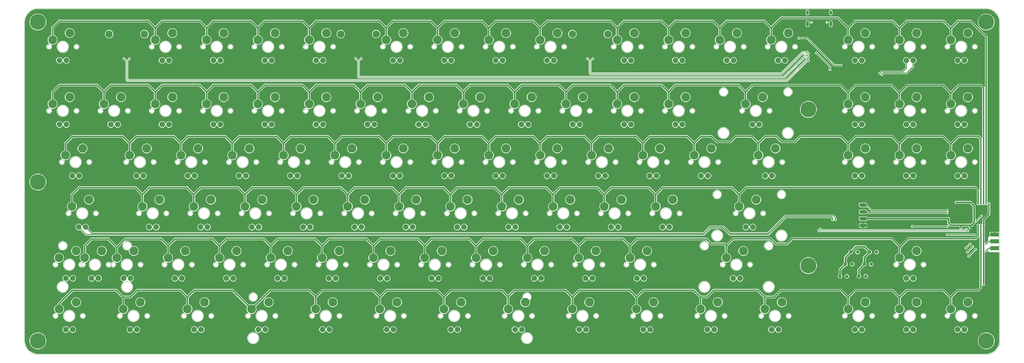
<source format=gtl>
G04 EAGLE Gerber RS-274X export*
G75*
%MOMM*%
%FSLAX34Y34*%
%LPD*%
%INTop copper*%
%IPPOS*%
%AMOC8*
5,1,8,0,0,1.08239X$1,22.5*%
G01*
%ADD10C,0.000000*%
%ADD11C,2.032000*%
%ADD12C,3.225800*%
%ADD13C,2.711400*%
%ADD14C,1.000000*%
%ADD15R,3.302000X1.524000*%
%ADD16C,5.842000*%
%ADD17C,1.416000*%
%ADD18P,1.312723X8X22.500000*%
%ADD19C,0.508000*%
%ADD20C,0.600000*%
%ADD21C,0.200000*%
%ADD22C,0.300000*%
%ADD23C,0.600000*%

G36*
X3570034Y2006D02*
X3570034Y2006D01*
X3570065Y2003D01*
X3576200Y2405D01*
X3576309Y2428D01*
X3576393Y2437D01*
X3588245Y5612D01*
X3588411Y5683D01*
X3588486Y5712D01*
X3599111Y11847D01*
X3599254Y11959D01*
X3599318Y12006D01*
X3607994Y20682D01*
X3608102Y20826D01*
X3608153Y20889D01*
X3614288Y31514D01*
X3614299Y31543D01*
X3614307Y31554D01*
X3614316Y31584D01*
X3614355Y31682D01*
X3614388Y31755D01*
X3617563Y43607D01*
X3617576Y43717D01*
X3617595Y43800D01*
X3617997Y49935D01*
X3617994Y49969D01*
X3617999Y50000D01*
X3617999Y378500D01*
X3617990Y378564D01*
X3617991Y378628D01*
X3617970Y378703D01*
X3617959Y378779D01*
X3617933Y378838D01*
X3617916Y378900D01*
X3617875Y378966D01*
X3617843Y379036D01*
X3617801Y379085D01*
X3617768Y379140D01*
X3617710Y379192D01*
X3617660Y379250D01*
X3617606Y379286D01*
X3617558Y379329D01*
X3617489Y379362D01*
X3617424Y379405D01*
X3617362Y379424D01*
X3617305Y379452D01*
X3617235Y379463D01*
X3617154Y379487D01*
X3617069Y379488D01*
X3617000Y379499D01*
X3581550Y379499D01*
X3577499Y383550D01*
X3577499Y385136D01*
X3577495Y385168D01*
X3577497Y385200D01*
X3577475Y385307D01*
X3577459Y385415D01*
X3577446Y385445D01*
X3577440Y385476D01*
X3577388Y385573D01*
X3577343Y385672D01*
X3577322Y385697D01*
X3577307Y385725D01*
X3577231Y385803D01*
X3577160Y385887D01*
X3577133Y385904D01*
X3577110Y385927D01*
X3577016Y385981D01*
X3576924Y386041D01*
X3576893Y386050D01*
X3576865Y386066D01*
X3576759Y386092D01*
X3576654Y386123D01*
X3576622Y386124D01*
X3576591Y386131D01*
X3576481Y386126D01*
X3576372Y386127D01*
X3576341Y386119D01*
X3576309Y386117D01*
X3576206Y386081D01*
X3576100Y386052D01*
X3576073Y386035D01*
X3576042Y386024D01*
X3575969Y385971D01*
X3575860Y385904D01*
X3575828Y385868D01*
X3575793Y385843D01*
X3575293Y385343D01*
X3575236Y385266D01*
X3575171Y385194D01*
X3575151Y385153D01*
X3575124Y385117D01*
X3575090Y385027D01*
X3575048Y384941D01*
X3575042Y384899D01*
X3575025Y384853D01*
X3575015Y384726D01*
X3575001Y384636D01*
X3575001Y382929D01*
X3572071Y379999D01*
X3567929Y379999D01*
X3566247Y381681D01*
X3566221Y381701D01*
X3566200Y381725D01*
X3566108Y381785D01*
X3566021Y381851D01*
X3565991Y381862D01*
X3565964Y381880D01*
X3565859Y381912D01*
X3565757Y381950D01*
X3565725Y381953D01*
X3565694Y381962D01*
X3565585Y381963D01*
X3565476Y381972D01*
X3565444Y381965D01*
X3565412Y381966D01*
X3565307Y381937D01*
X3565200Y381914D01*
X3565171Y381899D01*
X3565140Y381891D01*
X3565047Y381833D01*
X3564951Y381782D01*
X3564928Y381759D01*
X3564900Y381742D01*
X3564827Y381661D01*
X3564749Y381585D01*
X3564733Y381557D01*
X3564711Y381533D01*
X3564664Y381435D01*
X3564610Y381340D01*
X3564602Y381308D01*
X3564588Y381279D01*
X3564574Y381190D01*
X3564545Y381065D01*
X3564547Y381017D01*
X3564541Y380975D01*
X3564541Y262945D01*
X3564554Y262850D01*
X3564559Y262754D01*
X3564574Y262711D01*
X3564581Y262666D01*
X3564620Y262579D01*
X3564652Y262488D01*
X3564677Y262453D01*
X3564697Y262409D01*
X3564780Y262312D01*
X3564833Y262239D01*
X3565001Y262071D01*
X3565001Y257929D01*
X3562071Y254999D01*
X3557929Y254999D01*
X3556247Y256681D01*
X3556221Y256701D01*
X3556200Y256725D01*
X3556108Y256785D01*
X3556021Y256851D01*
X3555991Y256862D01*
X3555964Y256880D01*
X3555859Y256912D01*
X3555757Y256950D01*
X3555725Y256953D01*
X3555694Y256962D01*
X3555585Y256963D01*
X3555476Y256972D01*
X3555444Y256965D01*
X3555412Y256966D01*
X3555307Y256937D01*
X3555200Y256914D01*
X3555171Y256899D01*
X3555140Y256891D01*
X3555047Y256833D01*
X3554951Y256782D01*
X3554928Y256759D01*
X3554900Y256742D01*
X3554827Y256661D01*
X3554749Y256585D01*
X3554733Y256557D01*
X3554711Y256533D01*
X3554664Y256435D01*
X3554610Y256340D01*
X3554602Y256308D01*
X3554588Y256279D01*
X3554574Y256190D01*
X3554545Y256065D01*
X3554547Y256017D01*
X3554541Y255975D01*
X3554541Y246119D01*
X3541881Y233459D01*
X3465295Y233459D01*
X3465200Y233446D01*
X3465104Y233441D01*
X3465060Y233426D01*
X3465016Y233419D01*
X3464928Y233380D01*
X3464837Y233348D01*
X3464803Y233323D01*
X3464759Y233303D01*
X3464661Y233220D01*
X3464588Y233167D01*
X3443358Y211937D01*
X3443301Y211860D01*
X3443236Y211789D01*
X3443216Y211748D01*
X3443189Y211711D01*
X3443155Y211621D01*
X3443113Y211535D01*
X3443107Y211493D01*
X3443090Y211447D01*
X3443080Y211320D01*
X3443066Y211230D01*
X3443066Y186685D01*
X3443067Y186676D01*
X3443066Y186667D01*
X3443087Y186537D01*
X3443106Y186406D01*
X3443109Y186398D01*
X3443111Y186388D01*
X3443168Y186269D01*
X3443222Y186149D01*
X3443228Y186142D01*
X3443232Y186133D01*
X3443320Y186035D01*
X3443405Y185935D01*
X3443413Y185930D01*
X3443419Y185923D01*
X3443485Y185883D01*
X3443641Y185780D01*
X3443664Y185773D01*
X3443683Y185762D01*
X3448795Y183645D01*
X3453895Y178545D01*
X3456655Y171881D01*
X3456655Y164669D01*
X3453895Y158005D01*
X3448795Y152905D01*
X3442131Y150145D01*
X3435712Y150145D01*
X3435595Y150129D01*
X3435477Y150117D01*
X3435455Y150109D01*
X3435433Y150105D01*
X3435325Y150057D01*
X3435215Y150013D01*
X3435197Y149999D01*
X3435176Y149989D01*
X3435086Y149912D01*
X3434992Y149839D01*
X3434979Y149821D01*
X3434962Y149806D01*
X3434897Y149706D01*
X3434827Y149610D01*
X3434820Y149589D01*
X3434807Y149570D01*
X3434773Y149456D01*
X3434733Y149345D01*
X3434732Y149322D01*
X3434725Y149300D01*
X3434723Y149182D01*
X3434716Y149063D01*
X3434721Y149042D01*
X3434721Y149018D01*
X3434771Y148839D01*
X3434789Y148764D01*
X3436360Y144971D01*
X3436360Y140779D01*
X3434756Y136907D01*
X3431793Y133944D01*
X3427921Y132340D01*
X3423729Y132340D01*
X3419857Y133944D01*
X3416894Y136907D01*
X3415290Y140779D01*
X3415290Y144971D01*
X3416894Y148843D01*
X3419857Y151806D01*
X3423729Y153410D01*
X3425338Y153410D01*
X3425370Y153415D01*
X3425402Y153412D01*
X3425509Y153435D01*
X3425617Y153450D01*
X3425647Y153463D01*
X3425678Y153470D01*
X3425775Y153521D01*
X3425874Y153566D01*
X3425899Y153587D01*
X3425927Y153602D01*
X3426005Y153678D01*
X3426089Y153750D01*
X3426106Y153777D01*
X3426129Y153799D01*
X3426183Y153894D01*
X3426243Y153986D01*
X3426253Y154016D01*
X3426268Y154044D01*
X3426294Y154151D01*
X3426325Y154255D01*
X3426326Y154287D01*
X3426333Y154319D01*
X3426328Y154428D01*
X3426329Y154537D01*
X3426321Y154568D01*
X3426319Y154601D01*
X3426283Y154704D01*
X3426254Y154809D01*
X3426237Y154837D01*
X3426226Y154867D01*
X3426173Y154940D01*
X3426106Y155049D01*
X3426070Y155082D01*
X3426045Y155116D01*
X3423155Y158005D01*
X3420395Y164669D01*
X3420395Y171881D01*
X3423155Y178545D01*
X3428255Y183645D01*
X3433367Y185762D01*
X3433376Y185767D01*
X3433385Y185769D01*
X3433497Y185839D01*
X3433610Y185906D01*
X3433617Y185913D01*
X3433625Y185918D01*
X3433713Y186016D01*
X3433803Y186111D01*
X3433807Y186120D01*
X3433814Y186127D01*
X3433871Y186246D01*
X3433931Y186363D01*
X3433933Y186372D01*
X3433937Y186381D01*
X3433949Y186457D01*
X3433983Y186640D01*
X3433981Y186664D01*
X3433984Y186685D01*
X3433984Y209180D01*
X3433971Y209275D01*
X3433966Y209371D01*
X3433951Y209415D01*
X3433944Y209459D01*
X3433905Y209547D01*
X3433873Y209638D01*
X3433848Y209672D01*
X3433828Y209716D01*
X3433745Y209814D01*
X3433692Y209887D01*
X3410412Y233167D01*
X3410335Y233224D01*
X3410264Y233289D01*
X3410223Y233309D01*
X3410186Y233336D01*
X3410096Y233370D01*
X3410010Y233412D01*
X3409968Y233418D01*
X3409922Y233435D01*
X3409795Y233445D01*
X3409705Y233459D01*
X3276345Y233459D01*
X3276250Y233446D01*
X3276154Y233441D01*
X3276110Y233426D01*
X3276066Y233419D01*
X3275978Y233380D01*
X3275887Y233348D01*
X3275853Y233323D01*
X3275809Y233303D01*
X3275711Y233220D01*
X3275638Y233167D01*
X3252858Y210387D01*
X3252801Y210310D01*
X3252736Y210239D01*
X3252716Y210198D01*
X3252689Y210161D01*
X3252655Y210071D01*
X3252613Y209985D01*
X3252607Y209943D01*
X3252590Y209897D01*
X3252580Y209770D01*
X3252566Y209680D01*
X3252566Y186685D01*
X3252567Y186676D01*
X3252566Y186667D01*
X3252587Y186537D01*
X3252606Y186406D01*
X3252609Y186398D01*
X3252611Y186388D01*
X3252668Y186269D01*
X3252722Y186149D01*
X3252728Y186142D01*
X3252732Y186133D01*
X3252820Y186035D01*
X3252905Y185935D01*
X3252913Y185930D01*
X3252919Y185923D01*
X3252985Y185883D01*
X3253141Y185780D01*
X3253164Y185773D01*
X3253183Y185762D01*
X3258295Y183645D01*
X3263395Y178545D01*
X3266155Y171881D01*
X3266155Y164669D01*
X3263395Y158005D01*
X3258295Y152905D01*
X3251631Y150145D01*
X3245212Y150145D01*
X3245095Y150129D01*
X3244977Y150117D01*
X3244955Y150109D01*
X3244933Y150105D01*
X3244825Y150057D01*
X3244715Y150013D01*
X3244697Y149999D01*
X3244676Y149989D01*
X3244586Y149912D01*
X3244492Y149839D01*
X3244479Y149821D01*
X3244462Y149806D01*
X3244397Y149706D01*
X3244327Y149610D01*
X3244320Y149589D01*
X3244307Y149570D01*
X3244273Y149456D01*
X3244233Y149345D01*
X3244232Y149322D01*
X3244225Y149300D01*
X3244223Y149182D01*
X3244216Y149063D01*
X3244221Y149042D01*
X3244221Y149018D01*
X3244271Y148839D01*
X3244289Y148764D01*
X3245860Y144971D01*
X3245860Y140779D01*
X3244256Y136907D01*
X3241293Y133944D01*
X3237421Y132340D01*
X3233229Y132340D01*
X3229357Y133944D01*
X3226394Y136907D01*
X3224790Y140779D01*
X3224790Y144971D01*
X3226394Y148843D01*
X3229357Y151806D01*
X3233229Y153410D01*
X3234838Y153410D01*
X3234870Y153415D01*
X3234902Y153412D01*
X3235009Y153435D01*
X3235117Y153450D01*
X3235147Y153463D01*
X3235178Y153470D01*
X3235275Y153521D01*
X3235374Y153566D01*
X3235399Y153587D01*
X3235427Y153602D01*
X3235505Y153678D01*
X3235589Y153750D01*
X3235606Y153777D01*
X3235629Y153799D01*
X3235683Y153894D01*
X3235743Y153986D01*
X3235753Y154016D01*
X3235768Y154044D01*
X3235794Y154151D01*
X3235825Y154255D01*
X3235826Y154287D01*
X3235833Y154319D01*
X3235828Y154428D01*
X3235829Y154537D01*
X3235821Y154568D01*
X3235819Y154601D01*
X3235783Y154704D01*
X3235754Y154809D01*
X3235737Y154837D01*
X3235726Y154867D01*
X3235673Y154940D01*
X3235606Y155049D01*
X3235570Y155082D01*
X3235545Y155116D01*
X3232655Y158005D01*
X3229895Y164669D01*
X3229895Y171881D01*
X3232655Y178545D01*
X3237755Y183645D01*
X3242867Y185762D01*
X3242876Y185767D01*
X3242885Y185769D01*
X3242997Y185839D01*
X3243110Y185906D01*
X3243117Y185913D01*
X3243125Y185918D01*
X3243213Y186016D01*
X3243303Y186111D01*
X3243307Y186120D01*
X3243314Y186127D01*
X3243371Y186246D01*
X3243431Y186363D01*
X3243433Y186372D01*
X3243437Y186381D01*
X3243449Y186457D01*
X3243483Y186640D01*
X3243481Y186664D01*
X3243484Y186685D01*
X3243484Y209680D01*
X3243471Y209775D01*
X3243466Y209871D01*
X3243451Y209915D01*
X3243444Y209959D01*
X3243405Y210047D01*
X3243373Y210138D01*
X3243348Y210172D01*
X3243328Y210216D01*
X3243245Y210314D01*
X3243192Y210387D01*
X3220412Y233167D01*
X3220335Y233224D01*
X3220264Y233289D01*
X3220223Y233309D01*
X3220186Y233336D01*
X3220096Y233370D01*
X3220010Y233412D01*
X3219968Y233418D01*
X3219922Y233435D01*
X3219795Y233445D01*
X3219705Y233459D01*
X3085345Y233459D01*
X3085250Y233446D01*
X3085154Y233441D01*
X3085110Y233426D01*
X3085066Y233419D01*
X3084978Y233380D01*
X3084887Y233348D01*
X3084853Y233323D01*
X3084809Y233303D01*
X3084711Y233220D01*
X3084638Y233167D01*
X3062358Y210887D01*
X3062301Y210810D01*
X3062236Y210739D01*
X3062216Y210698D01*
X3062189Y210661D01*
X3062155Y210571D01*
X3062113Y210485D01*
X3062107Y210443D01*
X3062090Y210397D01*
X3062080Y210270D01*
X3062066Y210180D01*
X3062066Y186685D01*
X3062067Y186676D01*
X3062066Y186667D01*
X3062087Y186537D01*
X3062106Y186406D01*
X3062109Y186398D01*
X3062111Y186388D01*
X3062168Y186269D01*
X3062222Y186149D01*
X3062228Y186142D01*
X3062232Y186133D01*
X3062320Y186035D01*
X3062405Y185935D01*
X3062413Y185930D01*
X3062419Y185923D01*
X3062485Y185883D01*
X3062641Y185780D01*
X3062664Y185773D01*
X3062683Y185762D01*
X3067795Y183645D01*
X3072895Y178545D01*
X3075655Y171881D01*
X3075655Y164669D01*
X3072895Y158005D01*
X3067795Y152905D01*
X3061131Y150145D01*
X3054712Y150145D01*
X3054595Y150129D01*
X3054477Y150117D01*
X3054455Y150109D01*
X3054433Y150105D01*
X3054325Y150057D01*
X3054215Y150013D01*
X3054197Y149999D01*
X3054176Y149989D01*
X3054086Y149912D01*
X3053992Y149839D01*
X3053979Y149821D01*
X3053962Y149806D01*
X3053897Y149706D01*
X3053827Y149610D01*
X3053820Y149589D01*
X3053807Y149570D01*
X3053773Y149456D01*
X3053733Y149345D01*
X3053732Y149322D01*
X3053725Y149300D01*
X3053723Y149182D01*
X3053716Y149063D01*
X3053721Y149042D01*
X3053721Y149018D01*
X3053771Y148839D01*
X3053789Y148764D01*
X3055360Y144971D01*
X3055360Y140779D01*
X3053756Y136907D01*
X3050793Y133944D01*
X3046921Y132340D01*
X3042729Y132340D01*
X3038857Y133944D01*
X3035894Y136907D01*
X3034290Y140779D01*
X3034290Y144971D01*
X3035894Y148843D01*
X3038857Y151806D01*
X3042729Y153410D01*
X3044338Y153410D01*
X3044370Y153415D01*
X3044402Y153412D01*
X3044509Y153435D01*
X3044617Y153450D01*
X3044647Y153463D01*
X3044678Y153470D01*
X3044775Y153521D01*
X3044874Y153566D01*
X3044899Y153587D01*
X3044927Y153602D01*
X3045005Y153678D01*
X3045089Y153750D01*
X3045106Y153777D01*
X3045129Y153799D01*
X3045183Y153894D01*
X3045243Y153986D01*
X3045253Y154016D01*
X3045268Y154044D01*
X3045294Y154151D01*
X3045325Y154255D01*
X3045326Y154287D01*
X3045333Y154319D01*
X3045328Y154428D01*
X3045329Y154537D01*
X3045321Y154568D01*
X3045319Y154601D01*
X3045283Y154704D01*
X3045254Y154809D01*
X3045237Y154837D01*
X3045226Y154867D01*
X3045173Y154940D01*
X3045106Y155049D01*
X3045070Y155082D01*
X3045045Y155116D01*
X3042155Y158005D01*
X3039395Y164669D01*
X3039395Y171881D01*
X3042155Y178545D01*
X3047255Y183645D01*
X3052367Y185762D01*
X3052376Y185767D01*
X3052385Y185769D01*
X3052497Y185839D01*
X3052610Y185906D01*
X3052617Y185913D01*
X3052625Y185918D01*
X3052713Y186016D01*
X3052803Y186111D01*
X3052807Y186120D01*
X3052814Y186127D01*
X3052871Y186246D01*
X3052931Y186363D01*
X3052933Y186372D01*
X3052937Y186381D01*
X3052949Y186457D01*
X3052983Y186640D01*
X3052981Y186664D01*
X3052984Y186685D01*
X3052984Y210180D01*
X3052971Y210275D01*
X3052966Y210371D01*
X3052951Y210415D01*
X3052944Y210459D01*
X3052905Y210547D01*
X3052873Y210638D01*
X3052848Y210672D01*
X3052828Y210716D01*
X3052745Y210814D01*
X3052692Y210887D01*
X3030412Y233167D01*
X3030335Y233224D01*
X3030264Y233289D01*
X3030223Y233309D01*
X3030186Y233336D01*
X3030096Y233370D01*
X3030010Y233412D01*
X3029968Y233418D01*
X3029922Y233435D01*
X3029795Y233445D01*
X3029705Y233459D01*
X2810596Y233459D01*
X2810501Y233446D01*
X2810405Y233441D01*
X2810361Y233426D01*
X2810317Y233419D01*
X2810229Y233380D01*
X2810138Y233348D01*
X2810104Y233323D01*
X2810060Y233303D01*
X2809962Y233220D01*
X2809889Y233167D01*
X2784907Y208184D01*
X2753566Y208184D01*
X2753502Y208175D01*
X2753438Y208176D01*
X2753363Y208155D01*
X2753287Y208144D01*
X2753228Y208118D01*
X2753166Y208101D01*
X2753100Y208060D01*
X2753030Y208028D01*
X2752981Y207986D01*
X2752926Y207953D01*
X2752874Y207895D01*
X2752816Y207845D01*
X2752780Y207791D01*
X2752737Y207743D01*
X2752704Y207674D01*
X2752661Y207609D01*
X2752642Y207547D01*
X2752614Y207490D01*
X2752603Y207420D01*
X2752579Y207339D01*
X2752578Y207254D01*
X2752567Y207185D01*
X2752567Y186685D01*
X2752568Y186676D01*
X2752567Y186667D01*
X2752588Y186537D01*
X2752607Y186406D01*
X2752610Y186398D01*
X2752612Y186388D01*
X2752669Y186269D01*
X2752723Y186149D01*
X2752729Y186142D01*
X2752733Y186133D01*
X2752821Y186035D01*
X2752906Y185935D01*
X2752914Y185930D01*
X2752920Y185923D01*
X2752986Y185883D01*
X2753142Y185780D01*
X2753165Y185773D01*
X2753184Y185762D01*
X2758296Y183645D01*
X2763396Y178545D01*
X2766156Y171881D01*
X2766156Y164669D01*
X2763396Y158005D01*
X2758296Y152905D01*
X2751632Y150145D01*
X2745213Y150145D01*
X2745096Y150129D01*
X2744978Y150117D01*
X2744956Y150109D01*
X2744934Y150105D01*
X2744826Y150057D01*
X2744716Y150013D01*
X2744698Y149999D01*
X2744677Y149989D01*
X2744587Y149912D01*
X2744493Y149839D01*
X2744480Y149821D01*
X2744463Y149806D01*
X2744398Y149706D01*
X2744328Y149610D01*
X2744321Y149589D01*
X2744308Y149570D01*
X2744274Y149456D01*
X2744234Y149345D01*
X2744233Y149322D01*
X2744226Y149300D01*
X2744224Y149182D01*
X2744217Y149063D01*
X2744222Y149042D01*
X2744222Y149018D01*
X2744272Y148839D01*
X2744290Y148764D01*
X2745861Y144971D01*
X2745861Y140779D01*
X2744257Y136907D01*
X2741294Y133944D01*
X2737422Y132340D01*
X2733230Y132340D01*
X2729358Y133944D01*
X2726395Y136907D01*
X2724791Y140779D01*
X2724791Y144971D01*
X2726395Y148843D01*
X2729358Y151806D01*
X2733230Y153410D01*
X2734839Y153410D01*
X2734871Y153415D01*
X2734903Y153412D01*
X2735010Y153435D01*
X2735118Y153450D01*
X2735148Y153463D01*
X2735179Y153470D01*
X2735276Y153521D01*
X2735375Y153566D01*
X2735400Y153587D01*
X2735428Y153602D01*
X2735506Y153678D01*
X2735590Y153750D01*
X2735607Y153777D01*
X2735630Y153799D01*
X2735684Y153894D01*
X2735744Y153986D01*
X2735754Y154016D01*
X2735769Y154044D01*
X2735795Y154151D01*
X2735826Y154255D01*
X2735827Y154287D01*
X2735834Y154319D01*
X2735829Y154428D01*
X2735830Y154537D01*
X2735822Y154568D01*
X2735820Y154601D01*
X2735784Y154704D01*
X2735755Y154809D01*
X2735738Y154837D01*
X2735727Y154867D01*
X2735674Y154940D01*
X2735607Y155049D01*
X2735571Y155082D01*
X2735546Y155116D01*
X2732656Y158005D01*
X2729896Y164669D01*
X2729896Y171881D01*
X2732656Y178545D01*
X2737756Y183645D01*
X2742868Y185762D01*
X2742877Y185767D01*
X2742886Y185769D01*
X2742998Y185839D01*
X2743111Y185906D01*
X2743118Y185913D01*
X2743126Y185918D01*
X2743214Y186016D01*
X2743304Y186111D01*
X2743308Y186120D01*
X2743315Y186127D01*
X2743372Y186246D01*
X2743432Y186363D01*
X2743434Y186372D01*
X2743438Y186381D01*
X2743450Y186457D01*
X2743484Y186640D01*
X2743482Y186664D01*
X2743485Y186685D01*
X2743485Y210430D01*
X2743472Y210525D01*
X2743467Y210621D01*
X2743452Y210665D01*
X2743445Y210709D01*
X2743406Y210797D01*
X2743374Y210888D01*
X2743349Y210922D01*
X2743329Y210966D01*
X2743246Y211064D01*
X2743193Y211137D01*
X2721038Y233292D01*
X2720961Y233349D01*
X2720890Y233414D01*
X2720849Y233434D01*
X2720812Y233461D01*
X2720722Y233495D01*
X2720636Y233537D01*
X2720594Y233543D01*
X2720548Y233560D01*
X2720421Y233570D01*
X2720331Y233584D01*
X2560596Y233584D01*
X2560501Y233571D01*
X2560405Y233566D01*
X2560361Y233551D01*
X2560317Y233544D01*
X2560229Y233505D01*
X2560138Y233473D01*
X2560104Y233448D01*
X2560060Y233428D01*
X2559962Y233345D01*
X2559889Y233292D01*
X2534782Y208184D01*
X2515441Y208184D01*
X2515377Y208175D01*
X2515313Y208176D01*
X2515238Y208155D01*
X2515162Y208144D01*
X2515103Y208118D01*
X2515041Y208101D01*
X2514975Y208060D01*
X2514905Y208028D01*
X2514856Y207986D01*
X2514801Y207953D01*
X2514749Y207895D01*
X2514691Y207845D01*
X2514655Y207791D01*
X2514612Y207743D01*
X2514579Y207674D01*
X2514536Y207609D01*
X2514517Y207547D01*
X2514489Y207490D01*
X2514478Y207420D01*
X2514454Y207339D01*
X2514453Y207254D01*
X2514442Y207185D01*
X2514442Y186685D01*
X2514443Y186676D01*
X2514442Y186667D01*
X2514463Y186537D01*
X2514482Y186406D01*
X2514485Y186398D01*
X2514487Y186388D01*
X2514544Y186269D01*
X2514598Y186149D01*
X2514604Y186142D01*
X2514608Y186133D01*
X2514696Y186035D01*
X2514781Y185935D01*
X2514789Y185930D01*
X2514795Y185923D01*
X2514861Y185883D01*
X2515017Y185780D01*
X2515040Y185773D01*
X2515059Y185762D01*
X2520171Y183645D01*
X2525271Y178545D01*
X2528031Y171881D01*
X2528031Y164669D01*
X2525271Y158005D01*
X2520171Y152905D01*
X2513507Y150145D01*
X2507088Y150145D01*
X2506971Y150129D01*
X2506853Y150117D01*
X2506831Y150109D01*
X2506809Y150105D01*
X2506701Y150057D01*
X2506591Y150013D01*
X2506573Y149999D01*
X2506552Y149989D01*
X2506462Y149912D01*
X2506368Y149839D01*
X2506355Y149821D01*
X2506338Y149806D01*
X2506273Y149706D01*
X2506203Y149610D01*
X2506196Y149589D01*
X2506183Y149570D01*
X2506149Y149456D01*
X2506109Y149345D01*
X2506108Y149322D01*
X2506101Y149300D01*
X2506099Y149182D01*
X2506092Y149063D01*
X2506097Y149042D01*
X2506097Y149018D01*
X2506147Y148839D01*
X2506165Y148764D01*
X2507736Y144971D01*
X2507736Y140779D01*
X2506132Y136907D01*
X2503169Y133944D01*
X2499297Y132340D01*
X2495105Y132340D01*
X2491233Y133944D01*
X2488270Y136907D01*
X2486666Y140779D01*
X2486666Y144971D01*
X2488270Y148843D01*
X2491233Y151806D01*
X2495105Y153410D01*
X2496714Y153410D01*
X2496746Y153415D01*
X2496778Y153412D01*
X2496885Y153435D01*
X2496993Y153450D01*
X2497023Y153463D01*
X2497054Y153470D01*
X2497151Y153521D01*
X2497250Y153566D01*
X2497275Y153587D01*
X2497303Y153602D01*
X2497381Y153678D01*
X2497465Y153750D01*
X2497482Y153777D01*
X2497505Y153799D01*
X2497559Y153894D01*
X2497619Y153986D01*
X2497629Y154016D01*
X2497644Y154044D01*
X2497670Y154151D01*
X2497701Y154255D01*
X2497702Y154287D01*
X2497709Y154319D01*
X2497704Y154428D01*
X2497705Y154537D01*
X2497697Y154568D01*
X2497695Y154601D01*
X2497659Y154704D01*
X2497630Y154809D01*
X2497613Y154837D01*
X2497602Y154867D01*
X2497549Y154940D01*
X2497482Y155049D01*
X2497446Y155082D01*
X2497421Y155116D01*
X2494531Y158005D01*
X2491771Y164669D01*
X2491771Y171881D01*
X2494531Y178545D01*
X2499631Y183645D01*
X2504743Y185762D01*
X2504752Y185767D01*
X2504761Y185769D01*
X2504873Y185839D01*
X2504986Y185906D01*
X2504993Y185913D01*
X2505001Y185918D01*
X2505089Y186016D01*
X2505179Y186111D01*
X2505183Y186120D01*
X2505190Y186127D01*
X2505247Y186246D01*
X2505307Y186363D01*
X2505309Y186372D01*
X2505313Y186381D01*
X2505325Y186457D01*
X2505359Y186640D01*
X2505357Y186664D01*
X2505360Y186685D01*
X2505360Y210430D01*
X2505347Y210525D01*
X2505342Y210621D01*
X2505327Y210665D01*
X2505320Y210709D01*
X2505281Y210797D01*
X2505249Y210888D01*
X2505224Y210922D01*
X2505204Y210966D01*
X2505121Y211064D01*
X2505068Y211137D01*
X2482913Y233292D01*
X2482836Y233349D01*
X2482765Y233414D01*
X2482724Y233434D01*
X2482687Y233461D01*
X2482597Y233495D01*
X2482511Y233537D01*
X2482469Y233543D01*
X2482423Y233560D01*
X2482296Y233570D01*
X2482206Y233584D01*
X2299471Y233584D01*
X2299376Y233571D01*
X2299280Y233566D01*
X2299236Y233551D01*
X2299192Y233544D01*
X2299104Y233505D01*
X2299013Y233473D01*
X2298979Y233448D01*
X2298935Y233428D01*
X2298837Y233345D01*
X2298764Y233292D01*
X2276609Y211137D01*
X2276552Y211060D01*
X2276487Y210989D01*
X2276467Y210948D01*
X2276440Y210911D01*
X2276406Y210821D01*
X2276364Y210735D01*
X2276358Y210693D01*
X2276341Y210647D01*
X2276331Y210520D01*
X2276317Y210430D01*
X2276317Y186685D01*
X2276318Y186676D01*
X2276317Y186667D01*
X2276338Y186537D01*
X2276357Y186406D01*
X2276360Y186398D01*
X2276362Y186388D01*
X2276419Y186269D01*
X2276473Y186149D01*
X2276479Y186142D01*
X2276483Y186133D01*
X2276571Y186035D01*
X2276656Y185935D01*
X2276664Y185930D01*
X2276670Y185923D01*
X2276736Y185883D01*
X2276892Y185780D01*
X2276915Y185773D01*
X2276934Y185762D01*
X2282046Y183645D01*
X2287146Y178545D01*
X2289906Y171881D01*
X2289906Y164669D01*
X2287146Y158005D01*
X2282046Y152905D01*
X2275382Y150145D01*
X2268963Y150145D01*
X2268846Y150129D01*
X2268728Y150117D01*
X2268706Y150109D01*
X2268684Y150105D01*
X2268576Y150057D01*
X2268466Y150013D01*
X2268448Y149999D01*
X2268427Y149989D01*
X2268337Y149912D01*
X2268243Y149839D01*
X2268230Y149821D01*
X2268213Y149806D01*
X2268148Y149706D01*
X2268078Y149610D01*
X2268071Y149589D01*
X2268058Y149570D01*
X2268024Y149456D01*
X2267984Y149345D01*
X2267983Y149322D01*
X2267976Y149300D01*
X2267974Y149182D01*
X2267967Y149063D01*
X2267972Y149042D01*
X2267972Y149018D01*
X2268022Y148839D01*
X2268040Y148764D01*
X2269611Y144971D01*
X2269611Y140779D01*
X2268007Y136907D01*
X2265044Y133944D01*
X2261172Y132340D01*
X2256980Y132340D01*
X2253108Y133944D01*
X2250145Y136907D01*
X2248541Y140779D01*
X2248541Y144971D01*
X2250145Y148843D01*
X2253108Y151806D01*
X2256980Y153410D01*
X2258589Y153410D01*
X2258621Y153415D01*
X2258653Y153412D01*
X2258760Y153435D01*
X2258868Y153450D01*
X2258898Y153463D01*
X2258929Y153470D01*
X2259026Y153521D01*
X2259125Y153566D01*
X2259150Y153587D01*
X2259178Y153602D01*
X2259256Y153678D01*
X2259340Y153750D01*
X2259357Y153777D01*
X2259380Y153799D01*
X2259434Y153894D01*
X2259494Y153986D01*
X2259504Y154016D01*
X2259519Y154044D01*
X2259545Y154151D01*
X2259576Y154255D01*
X2259577Y154287D01*
X2259584Y154319D01*
X2259579Y154428D01*
X2259580Y154537D01*
X2259572Y154568D01*
X2259570Y154601D01*
X2259534Y154704D01*
X2259505Y154809D01*
X2259488Y154837D01*
X2259477Y154867D01*
X2259424Y154940D01*
X2259357Y155049D01*
X2259321Y155082D01*
X2259296Y155116D01*
X2256406Y158005D01*
X2253646Y164669D01*
X2253646Y171881D01*
X2256406Y178545D01*
X2261506Y183645D01*
X2266618Y185762D01*
X2266627Y185767D01*
X2266636Y185769D01*
X2266748Y185839D01*
X2266861Y185906D01*
X2266868Y185913D01*
X2266876Y185918D01*
X2266964Y186016D01*
X2267054Y186111D01*
X2267058Y186120D01*
X2267065Y186127D01*
X2267122Y186246D01*
X2267182Y186363D01*
X2267184Y186372D01*
X2267188Y186381D01*
X2267200Y186457D01*
X2267234Y186640D01*
X2267232Y186664D01*
X2267235Y186685D01*
X2267235Y210430D01*
X2267222Y210525D01*
X2267217Y210621D01*
X2267202Y210665D01*
X2267195Y210709D01*
X2267156Y210797D01*
X2267124Y210888D01*
X2267099Y210922D01*
X2267079Y210966D01*
X2266996Y211064D01*
X2266943Y211137D01*
X2244788Y233292D01*
X2244711Y233349D01*
X2244640Y233414D01*
X2244599Y233434D01*
X2244562Y233461D01*
X2244472Y233495D01*
X2244386Y233537D01*
X2244344Y233543D01*
X2244298Y233560D01*
X2244171Y233570D01*
X2244081Y233584D01*
X2061346Y233584D01*
X2061251Y233571D01*
X2061155Y233566D01*
X2061111Y233551D01*
X2061066Y233544D01*
X2060979Y233505D01*
X2060888Y233473D01*
X2060854Y233448D01*
X2060810Y233428D01*
X2060712Y233345D01*
X2060639Y233292D01*
X2038484Y211137D01*
X2038427Y211060D01*
X2038362Y210989D01*
X2038342Y210948D01*
X2038315Y210911D01*
X2038281Y210821D01*
X2038239Y210735D01*
X2038233Y210693D01*
X2038216Y210647D01*
X2038206Y210520D01*
X2038192Y210430D01*
X2038192Y186685D01*
X2038193Y186676D01*
X2038192Y186667D01*
X2038213Y186537D01*
X2038232Y186406D01*
X2038235Y186398D01*
X2038237Y186388D01*
X2038294Y186269D01*
X2038348Y186149D01*
X2038354Y186142D01*
X2038358Y186133D01*
X2038446Y186035D01*
X2038531Y185935D01*
X2038539Y185930D01*
X2038545Y185923D01*
X2038611Y185883D01*
X2038767Y185780D01*
X2038790Y185773D01*
X2038809Y185762D01*
X2043921Y183645D01*
X2049021Y178545D01*
X2051781Y171881D01*
X2051781Y164669D01*
X2049021Y158005D01*
X2043921Y152905D01*
X2037257Y150145D01*
X2030838Y150145D01*
X2030721Y150129D01*
X2030603Y150117D01*
X2030581Y150109D01*
X2030559Y150105D01*
X2030451Y150057D01*
X2030341Y150013D01*
X2030323Y149999D01*
X2030302Y149989D01*
X2030212Y149912D01*
X2030118Y149839D01*
X2030105Y149821D01*
X2030088Y149806D01*
X2030023Y149706D01*
X2029953Y149610D01*
X2029946Y149589D01*
X2029933Y149570D01*
X2029899Y149456D01*
X2029859Y149345D01*
X2029858Y149322D01*
X2029851Y149300D01*
X2029849Y149182D01*
X2029842Y149063D01*
X2029847Y149042D01*
X2029847Y149018D01*
X2029897Y148839D01*
X2029915Y148764D01*
X2031486Y144971D01*
X2031486Y140779D01*
X2029882Y136907D01*
X2026919Y133944D01*
X2023047Y132340D01*
X2018855Y132340D01*
X2014983Y133944D01*
X2012020Y136907D01*
X2010416Y140779D01*
X2010416Y144971D01*
X2012020Y148843D01*
X2014983Y151806D01*
X2018855Y153410D01*
X2020464Y153410D01*
X2020496Y153415D01*
X2020528Y153412D01*
X2020635Y153435D01*
X2020743Y153450D01*
X2020773Y153463D01*
X2020804Y153470D01*
X2020901Y153521D01*
X2021000Y153566D01*
X2021025Y153587D01*
X2021053Y153602D01*
X2021131Y153678D01*
X2021215Y153750D01*
X2021232Y153777D01*
X2021255Y153799D01*
X2021309Y153894D01*
X2021369Y153986D01*
X2021379Y154016D01*
X2021394Y154044D01*
X2021420Y154151D01*
X2021451Y154255D01*
X2021452Y154287D01*
X2021459Y154319D01*
X2021454Y154428D01*
X2021455Y154537D01*
X2021447Y154568D01*
X2021445Y154601D01*
X2021409Y154704D01*
X2021380Y154809D01*
X2021363Y154837D01*
X2021352Y154867D01*
X2021299Y154940D01*
X2021232Y155049D01*
X2021196Y155082D01*
X2021171Y155116D01*
X2018281Y158005D01*
X2015521Y164669D01*
X2015521Y171881D01*
X2018281Y178545D01*
X2023381Y183645D01*
X2028493Y185762D01*
X2028502Y185767D01*
X2028511Y185769D01*
X2028623Y185839D01*
X2028736Y185906D01*
X2028743Y185913D01*
X2028751Y185918D01*
X2028839Y186016D01*
X2028929Y186111D01*
X2028933Y186120D01*
X2028940Y186127D01*
X2028997Y186246D01*
X2029057Y186363D01*
X2029059Y186372D01*
X2029063Y186381D01*
X2029075Y186457D01*
X2029109Y186640D01*
X2029107Y186664D01*
X2029110Y186685D01*
X2029110Y210430D01*
X2029097Y210525D01*
X2029092Y210621D01*
X2029077Y210665D01*
X2029070Y210709D01*
X2029031Y210797D01*
X2028999Y210888D01*
X2028974Y210922D01*
X2028954Y210966D01*
X2028871Y211064D01*
X2028818Y211137D01*
X2006788Y233167D01*
X2006711Y233224D01*
X2006640Y233289D01*
X2006599Y233309D01*
X2006562Y233336D01*
X2006472Y233370D01*
X2006386Y233412D01*
X2006344Y233418D01*
X2006298Y233435D01*
X2006171Y233445D01*
X2006081Y233459D01*
X1821347Y233459D01*
X1821252Y233446D01*
X1821156Y233441D01*
X1821112Y233426D01*
X1821068Y233419D01*
X1820980Y233380D01*
X1820889Y233348D01*
X1820855Y233323D01*
X1820811Y233303D01*
X1820713Y233220D01*
X1820640Y233167D01*
X1800359Y212886D01*
X1800302Y212809D01*
X1800237Y212738D01*
X1800217Y212697D01*
X1800190Y212660D01*
X1800156Y212570D01*
X1800114Y212484D01*
X1800108Y212442D01*
X1800091Y212396D01*
X1800081Y212269D01*
X1800067Y212179D01*
X1800067Y186685D01*
X1800068Y186676D01*
X1800067Y186667D01*
X1800088Y186537D01*
X1800107Y186406D01*
X1800110Y186398D01*
X1800112Y186388D01*
X1800169Y186269D01*
X1800223Y186149D01*
X1800229Y186142D01*
X1800233Y186133D01*
X1800321Y186035D01*
X1800406Y185935D01*
X1800414Y185930D01*
X1800420Y185923D01*
X1800486Y185883D01*
X1800642Y185780D01*
X1800665Y185773D01*
X1800684Y185762D01*
X1805796Y183645D01*
X1810896Y178545D01*
X1813656Y171881D01*
X1813656Y164669D01*
X1810896Y158005D01*
X1805796Y152905D01*
X1799132Y150145D01*
X1792713Y150145D01*
X1792596Y150129D01*
X1792478Y150117D01*
X1792456Y150109D01*
X1792434Y150105D01*
X1792326Y150057D01*
X1792216Y150013D01*
X1792198Y149999D01*
X1792177Y149989D01*
X1792087Y149912D01*
X1791993Y149839D01*
X1791980Y149821D01*
X1791963Y149806D01*
X1791898Y149706D01*
X1791828Y149610D01*
X1791821Y149589D01*
X1791808Y149570D01*
X1791774Y149456D01*
X1791734Y149345D01*
X1791733Y149322D01*
X1791726Y149300D01*
X1791724Y149182D01*
X1791717Y149063D01*
X1791722Y149042D01*
X1791722Y149018D01*
X1791772Y148839D01*
X1791790Y148764D01*
X1793361Y144971D01*
X1793361Y140779D01*
X1791757Y136907D01*
X1788794Y133944D01*
X1784922Y132340D01*
X1780730Y132340D01*
X1776858Y133944D01*
X1773895Y136907D01*
X1772291Y140779D01*
X1772291Y144971D01*
X1773895Y148843D01*
X1776858Y151806D01*
X1780730Y153410D01*
X1782339Y153410D01*
X1782371Y153415D01*
X1782403Y153412D01*
X1782510Y153435D01*
X1782618Y153450D01*
X1782648Y153463D01*
X1782679Y153470D01*
X1782776Y153521D01*
X1782875Y153566D01*
X1782900Y153587D01*
X1782928Y153602D01*
X1783006Y153678D01*
X1783090Y153750D01*
X1783107Y153777D01*
X1783130Y153799D01*
X1783184Y153894D01*
X1783244Y153986D01*
X1783254Y154016D01*
X1783269Y154044D01*
X1783295Y154151D01*
X1783326Y154255D01*
X1783327Y154287D01*
X1783334Y154319D01*
X1783329Y154428D01*
X1783330Y154537D01*
X1783322Y154568D01*
X1783320Y154601D01*
X1783284Y154704D01*
X1783255Y154809D01*
X1783238Y154837D01*
X1783227Y154867D01*
X1783174Y154940D01*
X1783107Y155049D01*
X1783071Y155082D01*
X1783046Y155116D01*
X1780156Y158005D01*
X1777396Y164669D01*
X1777396Y171881D01*
X1780156Y178545D01*
X1785256Y183645D01*
X1790368Y185762D01*
X1790377Y185767D01*
X1790386Y185769D01*
X1790498Y185839D01*
X1790611Y185906D01*
X1790618Y185913D01*
X1790626Y185918D01*
X1790714Y186016D01*
X1790804Y186111D01*
X1790808Y186120D01*
X1790815Y186127D01*
X1790872Y186246D01*
X1790932Y186363D01*
X1790934Y186372D01*
X1790938Y186381D01*
X1790950Y186457D01*
X1790984Y186640D01*
X1790982Y186664D01*
X1790985Y186685D01*
X1790985Y212179D01*
X1790972Y212274D01*
X1790967Y212370D01*
X1790952Y212414D01*
X1790945Y212458D01*
X1790906Y212546D01*
X1790874Y212637D01*
X1790849Y212671D01*
X1790829Y212715D01*
X1790746Y212813D01*
X1790693Y212886D01*
X1770412Y233167D01*
X1770335Y233224D01*
X1770264Y233289D01*
X1770223Y233309D01*
X1770186Y233336D01*
X1770096Y233370D01*
X1770010Y233412D01*
X1769968Y233418D01*
X1769922Y233435D01*
X1769795Y233445D01*
X1769705Y233459D01*
X1585097Y233459D01*
X1585002Y233446D01*
X1584906Y233441D01*
X1584862Y233426D01*
X1584818Y233419D01*
X1584730Y233380D01*
X1584639Y233348D01*
X1584605Y233323D01*
X1584561Y233303D01*
X1584463Y233220D01*
X1584390Y233167D01*
X1562234Y211011D01*
X1562177Y210934D01*
X1562112Y210863D01*
X1562092Y210822D01*
X1562065Y210785D01*
X1562031Y210695D01*
X1561989Y210609D01*
X1561983Y210567D01*
X1561966Y210521D01*
X1561956Y210394D01*
X1561942Y210304D01*
X1561942Y186685D01*
X1561943Y186676D01*
X1561942Y186667D01*
X1561963Y186537D01*
X1561982Y186406D01*
X1561985Y186398D01*
X1561987Y186388D01*
X1562044Y186269D01*
X1562098Y186149D01*
X1562104Y186142D01*
X1562108Y186133D01*
X1562196Y186035D01*
X1562281Y185935D01*
X1562289Y185930D01*
X1562295Y185923D01*
X1562361Y185883D01*
X1562517Y185780D01*
X1562540Y185773D01*
X1562559Y185762D01*
X1567671Y183645D01*
X1572771Y178545D01*
X1575531Y171881D01*
X1575531Y164669D01*
X1572771Y158005D01*
X1567671Y152905D01*
X1561007Y150145D01*
X1554588Y150145D01*
X1554471Y150129D01*
X1554353Y150117D01*
X1554331Y150109D01*
X1554309Y150105D01*
X1554201Y150057D01*
X1554091Y150013D01*
X1554073Y149999D01*
X1554052Y149989D01*
X1553962Y149912D01*
X1553868Y149839D01*
X1553855Y149821D01*
X1553838Y149806D01*
X1553773Y149706D01*
X1553703Y149610D01*
X1553696Y149589D01*
X1553683Y149570D01*
X1553649Y149456D01*
X1553609Y149345D01*
X1553608Y149322D01*
X1553601Y149300D01*
X1553599Y149182D01*
X1553592Y149063D01*
X1553597Y149042D01*
X1553597Y149018D01*
X1553647Y148839D01*
X1553665Y148764D01*
X1555236Y144971D01*
X1555236Y140779D01*
X1553632Y136907D01*
X1550669Y133944D01*
X1546797Y132340D01*
X1542605Y132340D01*
X1538733Y133944D01*
X1535770Y136907D01*
X1534166Y140779D01*
X1534166Y144971D01*
X1535770Y148843D01*
X1538733Y151806D01*
X1542605Y153410D01*
X1544214Y153410D01*
X1544246Y153415D01*
X1544278Y153412D01*
X1544385Y153435D01*
X1544493Y153450D01*
X1544523Y153463D01*
X1544554Y153470D01*
X1544651Y153521D01*
X1544750Y153566D01*
X1544775Y153587D01*
X1544803Y153602D01*
X1544881Y153678D01*
X1544965Y153750D01*
X1544982Y153777D01*
X1545005Y153799D01*
X1545059Y153894D01*
X1545119Y153986D01*
X1545129Y154016D01*
X1545144Y154044D01*
X1545170Y154151D01*
X1545201Y154255D01*
X1545202Y154287D01*
X1545209Y154319D01*
X1545204Y154428D01*
X1545205Y154537D01*
X1545197Y154568D01*
X1545195Y154601D01*
X1545159Y154704D01*
X1545130Y154809D01*
X1545113Y154837D01*
X1545102Y154867D01*
X1545049Y154940D01*
X1544982Y155049D01*
X1544946Y155082D01*
X1544921Y155116D01*
X1542031Y158005D01*
X1539271Y164669D01*
X1539271Y171881D01*
X1542031Y178545D01*
X1547131Y183645D01*
X1552243Y185762D01*
X1552252Y185767D01*
X1552261Y185769D01*
X1552373Y185839D01*
X1552486Y185906D01*
X1552493Y185913D01*
X1552501Y185918D01*
X1552589Y186016D01*
X1552679Y186111D01*
X1552683Y186120D01*
X1552690Y186127D01*
X1552747Y186246D01*
X1552807Y186363D01*
X1552809Y186372D01*
X1552813Y186381D01*
X1552825Y186457D01*
X1552859Y186640D01*
X1552857Y186664D01*
X1552860Y186685D01*
X1552860Y210304D01*
X1552847Y210399D01*
X1552842Y210495D01*
X1552827Y210539D01*
X1552820Y210583D01*
X1552781Y210671D01*
X1552749Y210762D01*
X1552724Y210796D01*
X1552704Y210840D01*
X1552621Y210938D01*
X1552568Y211011D01*
X1530287Y233292D01*
X1530210Y233349D01*
X1530139Y233414D01*
X1530098Y233434D01*
X1530061Y233461D01*
X1529971Y233495D01*
X1529885Y233537D01*
X1529843Y233543D01*
X1529797Y233560D01*
X1529670Y233570D01*
X1529580Y233584D01*
X1346971Y233584D01*
X1346876Y233571D01*
X1346780Y233566D01*
X1346736Y233551D01*
X1346692Y233544D01*
X1346604Y233505D01*
X1346513Y233473D01*
X1346479Y233448D01*
X1346435Y233428D01*
X1346337Y233345D01*
X1346264Y233292D01*
X1324109Y211137D01*
X1324052Y211060D01*
X1323987Y210989D01*
X1323967Y210948D01*
X1323940Y210911D01*
X1323906Y210821D01*
X1323864Y210735D01*
X1323858Y210693D01*
X1323841Y210647D01*
X1323831Y210520D01*
X1323817Y210430D01*
X1323817Y186685D01*
X1323818Y186676D01*
X1323817Y186667D01*
X1323838Y186537D01*
X1323857Y186406D01*
X1323860Y186398D01*
X1323862Y186388D01*
X1323919Y186269D01*
X1323973Y186149D01*
X1323979Y186142D01*
X1323983Y186133D01*
X1324071Y186035D01*
X1324156Y185935D01*
X1324164Y185930D01*
X1324170Y185923D01*
X1324236Y185883D01*
X1324392Y185780D01*
X1324415Y185773D01*
X1324434Y185762D01*
X1329546Y183645D01*
X1334646Y178545D01*
X1337406Y171881D01*
X1337406Y164669D01*
X1334646Y158005D01*
X1329546Y152905D01*
X1322882Y150145D01*
X1316463Y150145D01*
X1316346Y150129D01*
X1316228Y150117D01*
X1316206Y150109D01*
X1316184Y150105D01*
X1316076Y150057D01*
X1315966Y150013D01*
X1315948Y149999D01*
X1315927Y149989D01*
X1315837Y149912D01*
X1315743Y149839D01*
X1315730Y149821D01*
X1315713Y149806D01*
X1315648Y149706D01*
X1315578Y149610D01*
X1315571Y149589D01*
X1315558Y149570D01*
X1315524Y149456D01*
X1315484Y149345D01*
X1315483Y149322D01*
X1315476Y149300D01*
X1315474Y149182D01*
X1315467Y149063D01*
X1315472Y149042D01*
X1315472Y149018D01*
X1315522Y148839D01*
X1315540Y148764D01*
X1317111Y144971D01*
X1317111Y140779D01*
X1315507Y136907D01*
X1312544Y133944D01*
X1308672Y132340D01*
X1304480Y132340D01*
X1300608Y133944D01*
X1297645Y136907D01*
X1296041Y140779D01*
X1296041Y144971D01*
X1297645Y148843D01*
X1300608Y151806D01*
X1304480Y153410D01*
X1306089Y153410D01*
X1306121Y153415D01*
X1306153Y153412D01*
X1306260Y153435D01*
X1306368Y153450D01*
X1306398Y153463D01*
X1306429Y153470D01*
X1306526Y153521D01*
X1306625Y153566D01*
X1306650Y153587D01*
X1306678Y153602D01*
X1306756Y153678D01*
X1306840Y153750D01*
X1306857Y153777D01*
X1306880Y153799D01*
X1306934Y153894D01*
X1306994Y153986D01*
X1307004Y154016D01*
X1307019Y154044D01*
X1307045Y154151D01*
X1307076Y154255D01*
X1307077Y154287D01*
X1307084Y154319D01*
X1307079Y154428D01*
X1307080Y154537D01*
X1307072Y154568D01*
X1307070Y154601D01*
X1307034Y154704D01*
X1307005Y154809D01*
X1306988Y154837D01*
X1306977Y154867D01*
X1306924Y154940D01*
X1306857Y155049D01*
X1306821Y155082D01*
X1306796Y155116D01*
X1303906Y158005D01*
X1301146Y164669D01*
X1301146Y171881D01*
X1303906Y178545D01*
X1309006Y183645D01*
X1314118Y185762D01*
X1314127Y185767D01*
X1314136Y185769D01*
X1314248Y185839D01*
X1314361Y185906D01*
X1314368Y185913D01*
X1314376Y185918D01*
X1314464Y186016D01*
X1314554Y186111D01*
X1314558Y186120D01*
X1314565Y186127D01*
X1314622Y186246D01*
X1314682Y186363D01*
X1314684Y186372D01*
X1314688Y186381D01*
X1314700Y186457D01*
X1314734Y186640D01*
X1314732Y186664D01*
X1314735Y186685D01*
X1314735Y210430D01*
X1314722Y210525D01*
X1314717Y210621D01*
X1314702Y210665D01*
X1314695Y210710D01*
X1314656Y210797D01*
X1314624Y210888D01*
X1314599Y210922D01*
X1314579Y210966D01*
X1314496Y211064D01*
X1314443Y211137D01*
X1292413Y233167D01*
X1292336Y233224D01*
X1292265Y233289D01*
X1292224Y233309D01*
X1292187Y233336D01*
X1292097Y233370D01*
X1292011Y233412D01*
X1291969Y233418D01*
X1291923Y233435D01*
X1291796Y233445D01*
X1291706Y233459D01*
X1107597Y233459D01*
X1107502Y233446D01*
X1107406Y233441D01*
X1107362Y233426D01*
X1107318Y233419D01*
X1107230Y233380D01*
X1107139Y233348D01*
X1107105Y233323D01*
X1107061Y233303D01*
X1106963Y233220D01*
X1106890Y233167D01*
X1085984Y212261D01*
X1085927Y212184D01*
X1085862Y212113D01*
X1085842Y212072D01*
X1085815Y212035D01*
X1085781Y211945D01*
X1085739Y211859D01*
X1085733Y211817D01*
X1085716Y211771D01*
X1085706Y211644D01*
X1085692Y211554D01*
X1085692Y186685D01*
X1085693Y186676D01*
X1085692Y186667D01*
X1085713Y186537D01*
X1085732Y186406D01*
X1085735Y186398D01*
X1085737Y186388D01*
X1085794Y186269D01*
X1085848Y186149D01*
X1085854Y186142D01*
X1085858Y186133D01*
X1085946Y186035D01*
X1086031Y185935D01*
X1086039Y185930D01*
X1086045Y185923D01*
X1086111Y185883D01*
X1086267Y185780D01*
X1086290Y185773D01*
X1086309Y185762D01*
X1091421Y183645D01*
X1096521Y178545D01*
X1099281Y171881D01*
X1099281Y164669D01*
X1096521Y158005D01*
X1091421Y152905D01*
X1084757Y150145D01*
X1078338Y150145D01*
X1078221Y150129D01*
X1078103Y150117D01*
X1078081Y150109D01*
X1078059Y150105D01*
X1077951Y150057D01*
X1077841Y150013D01*
X1077823Y149999D01*
X1077802Y149989D01*
X1077712Y149912D01*
X1077618Y149839D01*
X1077605Y149821D01*
X1077588Y149806D01*
X1077523Y149706D01*
X1077453Y149610D01*
X1077446Y149589D01*
X1077433Y149570D01*
X1077399Y149456D01*
X1077359Y149345D01*
X1077358Y149322D01*
X1077351Y149300D01*
X1077349Y149182D01*
X1077342Y149063D01*
X1077347Y149042D01*
X1077347Y149018D01*
X1077397Y148839D01*
X1077415Y148764D01*
X1078986Y144971D01*
X1078986Y140779D01*
X1077382Y136907D01*
X1074419Y133944D01*
X1070547Y132340D01*
X1066355Y132340D01*
X1062483Y133944D01*
X1059520Y136907D01*
X1057916Y140779D01*
X1057916Y144971D01*
X1059520Y148843D01*
X1062483Y151806D01*
X1066355Y153410D01*
X1067964Y153410D01*
X1067996Y153415D01*
X1068028Y153412D01*
X1068135Y153435D01*
X1068243Y153450D01*
X1068273Y153463D01*
X1068304Y153470D01*
X1068401Y153521D01*
X1068500Y153566D01*
X1068525Y153587D01*
X1068553Y153602D01*
X1068631Y153678D01*
X1068715Y153750D01*
X1068732Y153777D01*
X1068755Y153799D01*
X1068809Y153894D01*
X1068869Y153986D01*
X1068879Y154016D01*
X1068894Y154044D01*
X1068920Y154151D01*
X1068951Y154255D01*
X1068952Y154287D01*
X1068959Y154319D01*
X1068954Y154428D01*
X1068955Y154537D01*
X1068947Y154568D01*
X1068945Y154601D01*
X1068909Y154704D01*
X1068880Y154809D01*
X1068863Y154837D01*
X1068852Y154867D01*
X1068799Y154940D01*
X1068732Y155049D01*
X1068696Y155082D01*
X1068671Y155116D01*
X1065781Y158005D01*
X1063021Y164669D01*
X1063021Y171881D01*
X1065781Y178545D01*
X1070881Y183645D01*
X1075993Y185762D01*
X1076002Y185767D01*
X1076011Y185769D01*
X1076123Y185839D01*
X1076236Y185906D01*
X1076243Y185913D01*
X1076251Y185918D01*
X1076339Y186016D01*
X1076429Y186111D01*
X1076433Y186120D01*
X1076440Y186127D01*
X1076497Y186246D01*
X1076557Y186363D01*
X1076559Y186372D01*
X1076563Y186381D01*
X1076575Y186457D01*
X1076609Y186640D01*
X1076607Y186664D01*
X1076610Y186685D01*
X1076610Y211554D01*
X1076597Y211649D01*
X1076592Y211745D01*
X1076577Y211789D01*
X1076570Y211833D01*
X1076531Y211921D01*
X1076499Y212012D01*
X1076474Y212046D01*
X1076454Y212090D01*
X1076371Y212188D01*
X1076318Y212261D01*
X1055412Y233167D01*
X1055335Y233224D01*
X1055264Y233289D01*
X1055223Y233309D01*
X1055186Y233336D01*
X1055096Y233370D01*
X1055010Y233412D01*
X1054968Y233418D01*
X1054922Y233435D01*
X1054795Y233445D01*
X1054705Y233459D01*
X915046Y233459D01*
X914951Y233446D01*
X914855Y233441D01*
X914811Y233426D01*
X914766Y233419D01*
X914679Y233380D01*
X914588Y233348D01*
X914554Y233323D01*
X914510Y233303D01*
X914412Y233220D01*
X914339Y233167D01*
X859255Y178082D01*
X859249Y178075D01*
X859242Y178069D01*
X859165Y177962D01*
X859086Y177857D01*
X859082Y177848D01*
X859077Y177840D01*
X859033Y177717D01*
X858986Y177593D01*
X858985Y177583D01*
X858982Y177574D01*
X858974Y177443D01*
X858964Y177312D01*
X858966Y177302D01*
X858966Y177293D01*
X858984Y177218D01*
X859022Y177036D01*
X859033Y177014D01*
X859038Y176993D01*
X861156Y171881D01*
X861156Y164669D01*
X858396Y158005D01*
X853296Y152905D01*
X846632Y150145D01*
X840213Y150145D01*
X840096Y150129D01*
X839978Y150117D01*
X839956Y150109D01*
X839934Y150105D01*
X839826Y150057D01*
X839716Y150013D01*
X839698Y149999D01*
X839677Y149989D01*
X839587Y149912D01*
X839493Y149839D01*
X839480Y149821D01*
X839463Y149806D01*
X839398Y149706D01*
X839328Y149610D01*
X839321Y149589D01*
X839308Y149570D01*
X839274Y149456D01*
X839234Y149345D01*
X839233Y149322D01*
X839226Y149300D01*
X839224Y149182D01*
X839217Y149063D01*
X839222Y149042D01*
X839222Y149018D01*
X839272Y148839D01*
X839290Y148764D01*
X840861Y144971D01*
X840861Y140779D01*
X839257Y136907D01*
X836294Y133944D01*
X832422Y132340D01*
X828230Y132340D01*
X824358Y133944D01*
X821395Y136907D01*
X819791Y140779D01*
X819791Y144971D01*
X821395Y148843D01*
X824358Y151806D01*
X828230Y153410D01*
X829839Y153410D01*
X829871Y153415D01*
X829903Y153412D01*
X830010Y153435D01*
X830118Y153450D01*
X830148Y153463D01*
X830179Y153470D01*
X830276Y153521D01*
X830375Y153566D01*
X830400Y153587D01*
X830428Y153602D01*
X830506Y153678D01*
X830590Y153750D01*
X830607Y153777D01*
X830630Y153799D01*
X830684Y153894D01*
X830744Y153986D01*
X830754Y154016D01*
X830769Y154044D01*
X830795Y154151D01*
X830826Y154255D01*
X830827Y154287D01*
X830834Y154319D01*
X830829Y154428D01*
X830830Y154537D01*
X830822Y154568D01*
X830820Y154601D01*
X830784Y154704D01*
X830755Y154809D01*
X830738Y154837D01*
X830727Y154867D01*
X830674Y154940D01*
X830607Y155049D01*
X830571Y155082D01*
X830546Y155116D01*
X827656Y158005D01*
X824896Y164669D01*
X824896Y171881D01*
X827014Y176993D01*
X827016Y177002D01*
X827021Y177011D01*
X827051Y177140D01*
X827084Y177266D01*
X827084Y177276D01*
X827086Y177285D01*
X827079Y177418D01*
X827075Y177548D01*
X827072Y177557D01*
X827071Y177567D01*
X827028Y177692D01*
X826987Y177816D01*
X826982Y177824D01*
X826979Y177833D01*
X826933Y177896D01*
X826828Y178050D01*
X826810Y178065D01*
X826797Y178082D01*
X771588Y233292D01*
X771511Y233349D01*
X771440Y233414D01*
X771399Y233434D01*
X771362Y233461D01*
X771272Y233495D01*
X771186Y233537D01*
X771144Y233543D01*
X771098Y233560D01*
X770971Y233570D01*
X770881Y233584D01*
X632596Y233584D01*
X632501Y233571D01*
X632405Y233566D01*
X632361Y233551D01*
X632316Y233544D01*
X632229Y233505D01*
X632138Y233473D01*
X632104Y233448D01*
X632060Y233428D01*
X631962Y233345D01*
X631889Y233292D01*
X609734Y211137D01*
X609677Y211060D01*
X609612Y210989D01*
X609592Y210948D01*
X609565Y210911D01*
X609531Y210821D01*
X609489Y210735D01*
X609483Y210693D01*
X609466Y210647D01*
X609456Y210520D01*
X609442Y210430D01*
X609442Y186685D01*
X609443Y186676D01*
X609442Y186667D01*
X609463Y186537D01*
X609482Y186406D01*
X609485Y186398D01*
X609487Y186388D01*
X609544Y186269D01*
X609598Y186149D01*
X609604Y186142D01*
X609608Y186133D01*
X609696Y186035D01*
X609781Y185935D01*
X609789Y185930D01*
X609795Y185923D01*
X609861Y185883D01*
X610017Y185780D01*
X610040Y185773D01*
X610059Y185762D01*
X615171Y183645D01*
X620271Y178545D01*
X623031Y171881D01*
X623031Y164669D01*
X620271Y158005D01*
X615171Y152905D01*
X608507Y150145D01*
X602088Y150145D01*
X601971Y150129D01*
X601853Y150117D01*
X601831Y150109D01*
X601809Y150105D01*
X601701Y150057D01*
X601591Y150013D01*
X601573Y149999D01*
X601552Y149989D01*
X601462Y149912D01*
X601368Y149839D01*
X601355Y149821D01*
X601338Y149806D01*
X601273Y149706D01*
X601203Y149610D01*
X601196Y149589D01*
X601183Y149570D01*
X601149Y149456D01*
X601109Y149345D01*
X601108Y149322D01*
X601101Y149300D01*
X601099Y149182D01*
X601092Y149063D01*
X601097Y149042D01*
X601097Y149018D01*
X601147Y148839D01*
X601165Y148764D01*
X602736Y144971D01*
X602736Y140779D01*
X601132Y136907D01*
X598169Y133944D01*
X594297Y132340D01*
X590105Y132340D01*
X586233Y133944D01*
X583270Y136907D01*
X581666Y140779D01*
X581666Y144971D01*
X583270Y148843D01*
X586233Y151806D01*
X590105Y153410D01*
X591714Y153410D01*
X591746Y153415D01*
X591778Y153412D01*
X591885Y153435D01*
X591993Y153450D01*
X592023Y153463D01*
X592054Y153470D01*
X592151Y153521D01*
X592250Y153566D01*
X592275Y153587D01*
X592303Y153602D01*
X592381Y153678D01*
X592465Y153750D01*
X592482Y153777D01*
X592505Y153799D01*
X592559Y153894D01*
X592619Y153986D01*
X592629Y154016D01*
X592644Y154044D01*
X592670Y154151D01*
X592701Y154255D01*
X592702Y154287D01*
X592709Y154319D01*
X592704Y154428D01*
X592705Y154537D01*
X592697Y154568D01*
X592695Y154601D01*
X592659Y154704D01*
X592630Y154809D01*
X592613Y154837D01*
X592602Y154867D01*
X592549Y154940D01*
X592482Y155049D01*
X592446Y155082D01*
X592421Y155116D01*
X589531Y158005D01*
X586771Y164669D01*
X586771Y171881D01*
X589531Y178545D01*
X594631Y183645D01*
X599743Y185762D01*
X599752Y185767D01*
X599761Y185769D01*
X599873Y185839D01*
X599986Y185906D01*
X599993Y185913D01*
X600001Y185918D01*
X600089Y186016D01*
X600179Y186111D01*
X600183Y186120D01*
X600190Y186127D01*
X600247Y186246D01*
X600307Y186363D01*
X600309Y186372D01*
X600313Y186381D01*
X600325Y186457D01*
X600359Y186640D01*
X600357Y186664D01*
X600360Y186685D01*
X600360Y210430D01*
X600347Y210525D01*
X600342Y210621D01*
X600327Y210665D01*
X600320Y210709D01*
X600281Y210797D01*
X600249Y210888D01*
X600224Y210922D01*
X600204Y210966D01*
X600121Y211064D01*
X600068Y211137D01*
X577913Y233292D01*
X577836Y233349D01*
X577765Y233414D01*
X577724Y233434D01*
X577687Y233461D01*
X577597Y233495D01*
X577511Y233537D01*
X577469Y233543D01*
X577423Y233560D01*
X577296Y233570D01*
X577206Y233584D01*
X420471Y233584D01*
X420376Y233571D01*
X420280Y233566D01*
X420236Y233551D01*
X420191Y233544D01*
X420104Y233505D01*
X420013Y233473D01*
X419979Y233448D01*
X419935Y233428D01*
X419837Y233345D01*
X419764Y233292D01*
X397609Y211137D01*
X394657Y208184D01*
X372316Y208184D01*
X372252Y208175D01*
X372188Y208176D01*
X372113Y208155D01*
X372037Y208144D01*
X371978Y208118D01*
X371916Y208101D01*
X371850Y208060D01*
X371780Y208028D01*
X371731Y207986D01*
X371676Y207953D01*
X371624Y207895D01*
X371566Y207845D01*
X371530Y207791D01*
X371487Y207743D01*
X371454Y207674D01*
X371411Y207609D01*
X371392Y207547D01*
X371364Y207490D01*
X371353Y207420D01*
X371329Y207339D01*
X371328Y207254D01*
X371317Y207185D01*
X371317Y186685D01*
X371318Y186676D01*
X371317Y186667D01*
X371338Y186537D01*
X371357Y186406D01*
X371360Y186398D01*
X371362Y186388D01*
X371419Y186269D01*
X371473Y186149D01*
X371479Y186142D01*
X371483Y186133D01*
X371571Y186035D01*
X371656Y185935D01*
X371664Y185930D01*
X371670Y185923D01*
X371736Y185883D01*
X371892Y185780D01*
X371915Y185773D01*
X371934Y185762D01*
X377046Y183645D01*
X382146Y178545D01*
X384906Y171881D01*
X384906Y164669D01*
X382146Y158005D01*
X377046Y152905D01*
X370382Y150145D01*
X363963Y150145D01*
X363846Y150129D01*
X363728Y150117D01*
X363706Y150109D01*
X363684Y150105D01*
X363576Y150057D01*
X363466Y150013D01*
X363448Y149999D01*
X363427Y149989D01*
X363337Y149912D01*
X363243Y149839D01*
X363230Y149821D01*
X363213Y149806D01*
X363148Y149706D01*
X363078Y149610D01*
X363071Y149589D01*
X363058Y149570D01*
X363024Y149456D01*
X362984Y149345D01*
X362983Y149322D01*
X362976Y149300D01*
X362974Y149182D01*
X362967Y149063D01*
X362972Y149042D01*
X362972Y149018D01*
X363022Y148839D01*
X363040Y148764D01*
X364611Y144971D01*
X364611Y140779D01*
X363007Y136907D01*
X360044Y133944D01*
X356172Y132340D01*
X351980Y132340D01*
X348108Y133944D01*
X345145Y136907D01*
X343541Y140779D01*
X343541Y144971D01*
X345145Y148843D01*
X348108Y151806D01*
X351980Y153410D01*
X353589Y153410D01*
X353621Y153415D01*
X353653Y153412D01*
X353760Y153435D01*
X353868Y153450D01*
X353898Y153463D01*
X353929Y153470D01*
X354026Y153521D01*
X354125Y153566D01*
X354150Y153587D01*
X354178Y153602D01*
X354256Y153678D01*
X354340Y153750D01*
X354357Y153777D01*
X354380Y153799D01*
X354434Y153894D01*
X354494Y153986D01*
X354504Y154016D01*
X354519Y154044D01*
X354545Y154151D01*
X354576Y154255D01*
X354577Y154287D01*
X354584Y154319D01*
X354579Y154428D01*
X354580Y154537D01*
X354572Y154568D01*
X354570Y154601D01*
X354534Y154704D01*
X354505Y154809D01*
X354488Y154837D01*
X354477Y154867D01*
X354424Y154940D01*
X354357Y155049D01*
X354321Y155082D01*
X354296Y155116D01*
X351406Y158005D01*
X348646Y164669D01*
X348646Y171881D01*
X351406Y178545D01*
X356506Y183645D01*
X361618Y185762D01*
X361627Y185767D01*
X361636Y185769D01*
X361748Y185839D01*
X361861Y185906D01*
X361868Y185913D01*
X361876Y185918D01*
X361964Y186016D01*
X362054Y186111D01*
X362058Y186120D01*
X362065Y186127D01*
X362122Y186246D01*
X362182Y186363D01*
X362184Y186372D01*
X362188Y186381D01*
X362200Y186457D01*
X362234Y186640D01*
X362232Y186664D01*
X362235Y186685D01*
X362235Y210430D01*
X362222Y210525D01*
X362217Y210621D01*
X362202Y210665D01*
X362195Y210709D01*
X362156Y210797D01*
X362124Y210888D01*
X362099Y210922D01*
X362079Y210966D01*
X361996Y211064D01*
X361943Y211137D01*
X339788Y233292D01*
X339711Y233349D01*
X339640Y233414D01*
X339599Y233434D01*
X339562Y233461D01*
X339472Y233495D01*
X339386Y233537D01*
X339344Y233543D01*
X339298Y233560D01*
X339171Y233570D01*
X339081Y233584D01*
X180346Y233584D01*
X180251Y233571D01*
X180155Y233566D01*
X180111Y233551D01*
X180067Y233544D01*
X179979Y233505D01*
X179888Y233473D01*
X179854Y233448D01*
X179810Y233428D01*
X179712Y233345D01*
X179639Y233292D01*
X133665Y187317D01*
X133594Y187222D01*
X133518Y187131D01*
X133509Y187110D01*
X133495Y187092D01*
X133454Y186981D01*
X133407Y186872D01*
X133404Y186849D01*
X133396Y186828D01*
X133387Y186710D01*
X133372Y186592D01*
X133376Y186569D01*
X133374Y186547D01*
X133398Y186431D01*
X133417Y186313D01*
X133427Y186293D01*
X133432Y186270D01*
X133487Y186166D01*
X133538Y186059D01*
X133553Y186042D01*
X133564Y186022D01*
X133647Y185937D01*
X133726Y185848D01*
X133744Y185837D01*
X133761Y185819D01*
X133923Y185728D01*
X133989Y185687D01*
X138921Y183645D01*
X144021Y178545D01*
X146781Y171881D01*
X146781Y164669D01*
X144021Y158005D01*
X138921Y152905D01*
X132257Y150145D01*
X125838Y150145D01*
X125721Y150129D01*
X125603Y150117D01*
X125581Y150109D01*
X125559Y150105D01*
X125451Y150057D01*
X125341Y150013D01*
X125323Y149999D01*
X125302Y149989D01*
X125212Y149912D01*
X125118Y149839D01*
X125105Y149821D01*
X125088Y149806D01*
X125023Y149706D01*
X124953Y149610D01*
X124946Y149589D01*
X124933Y149570D01*
X124899Y149456D01*
X124859Y149345D01*
X124858Y149322D01*
X124851Y149300D01*
X124849Y149182D01*
X124842Y149063D01*
X124847Y149042D01*
X124847Y149018D01*
X124897Y148839D01*
X124915Y148764D01*
X126486Y144971D01*
X126486Y140779D01*
X124882Y136907D01*
X121919Y133944D01*
X118047Y132340D01*
X113855Y132340D01*
X109983Y133944D01*
X107020Y136907D01*
X105416Y140779D01*
X105416Y144971D01*
X107020Y148843D01*
X109983Y151806D01*
X113855Y153410D01*
X115464Y153410D01*
X115496Y153415D01*
X115528Y153412D01*
X115635Y153435D01*
X115743Y153450D01*
X115773Y153463D01*
X115804Y153470D01*
X115901Y153521D01*
X116000Y153566D01*
X116025Y153587D01*
X116053Y153602D01*
X116131Y153678D01*
X116215Y153750D01*
X116232Y153777D01*
X116255Y153799D01*
X116309Y153894D01*
X116369Y153986D01*
X116379Y154016D01*
X116394Y154044D01*
X116420Y154151D01*
X116451Y154255D01*
X116452Y154287D01*
X116459Y154319D01*
X116454Y154428D01*
X116455Y154537D01*
X116447Y154568D01*
X116445Y154601D01*
X116409Y154704D01*
X116380Y154809D01*
X116363Y154837D01*
X116352Y154867D01*
X116299Y154940D01*
X116232Y155049D01*
X116196Y155082D01*
X116171Y155116D01*
X113281Y158005D01*
X110521Y164669D01*
X110521Y171881D01*
X113281Y178545D01*
X118381Y183645D01*
X123493Y185762D01*
X123502Y185767D01*
X123511Y185769D01*
X123623Y185839D01*
X123736Y185906D01*
X123743Y185913D01*
X123751Y185918D01*
X123839Y186016D01*
X123929Y186111D01*
X123933Y186120D01*
X123940Y186127D01*
X123997Y186246D01*
X124057Y186363D01*
X124059Y186372D01*
X124063Y186381D01*
X124075Y186457D01*
X124109Y186640D01*
X124107Y186664D01*
X124110Y186685D01*
X124110Y190606D01*
X176170Y242666D01*
X343257Y242666D01*
X368364Y217558D01*
X368441Y217501D01*
X368512Y217436D01*
X368553Y217416D01*
X368590Y217389D01*
X368680Y217355D01*
X368766Y217313D01*
X368808Y217307D01*
X368854Y217290D01*
X368981Y217280D01*
X369071Y217266D01*
X390481Y217266D01*
X390576Y217279D01*
X390672Y217284D01*
X390716Y217299D01*
X390760Y217306D01*
X390848Y217345D01*
X390939Y217377D01*
X390973Y217402D01*
X391017Y217422D01*
X391115Y217505D01*
X391188Y217558D01*
X413343Y239713D01*
X416295Y242666D01*
X581382Y242666D01*
X604194Y219853D01*
X604246Y219815D01*
X604291Y219769D01*
X604358Y219730D01*
X604420Y219684D01*
X604480Y219661D01*
X604536Y219629D01*
X604611Y219612D01*
X604684Y219584D01*
X604748Y219579D01*
X604810Y219565D01*
X604888Y219568D01*
X604965Y219563D01*
X605028Y219576D01*
X605092Y219579D01*
X605165Y219604D01*
X605241Y219620D01*
X605298Y219650D01*
X605359Y219671D01*
X605415Y219713D01*
X605490Y219753D01*
X605551Y219812D01*
X605608Y219853D01*
X625468Y239713D01*
X628420Y242666D01*
X775057Y242666D01*
X833219Y184504D01*
X833226Y184498D01*
X833232Y184491D01*
X833339Y184414D01*
X833444Y184335D01*
X833453Y184331D01*
X833461Y184326D01*
X833584Y184282D01*
X833708Y184235D01*
X833718Y184234D01*
X833727Y184231D01*
X833858Y184223D01*
X833989Y184213D01*
X833999Y184215D01*
X834008Y184215D01*
X834083Y184233D01*
X834265Y184271D01*
X834287Y184282D01*
X834308Y184287D01*
X839420Y186405D01*
X846632Y186405D01*
X851744Y184287D01*
X851754Y184285D01*
X851762Y184280D01*
X851891Y184250D01*
X852018Y184217D01*
X852027Y184217D01*
X852036Y184215D01*
X852169Y184222D01*
X852299Y184226D01*
X852308Y184229D01*
X852318Y184230D01*
X852442Y184273D01*
X852568Y184314D01*
X852575Y184319D01*
X852584Y184322D01*
X852646Y184367D01*
X852801Y184473D01*
X852816Y184491D01*
X852833Y184504D01*
X907918Y239588D01*
X910870Y242541D01*
X1058881Y242541D01*
X1080444Y220977D01*
X1080496Y220939D01*
X1080541Y220893D01*
X1080608Y220854D01*
X1080670Y220808D01*
X1080730Y220785D01*
X1080786Y220753D01*
X1080861Y220736D01*
X1080934Y220708D01*
X1080998Y220703D01*
X1081060Y220689D01*
X1081138Y220692D01*
X1081215Y220687D01*
X1081278Y220700D01*
X1081342Y220703D01*
X1081415Y220728D01*
X1081491Y220744D01*
X1081548Y220774D01*
X1081609Y220795D01*
X1081665Y220837D01*
X1081740Y220877D01*
X1081801Y220936D01*
X1081858Y220977D01*
X1103421Y242541D01*
X1295882Y242541D01*
X1298834Y239588D01*
X1318569Y219853D01*
X1318621Y219815D01*
X1318666Y219769D01*
X1318733Y219730D01*
X1318795Y219684D01*
X1318855Y219661D01*
X1318911Y219629D01*
X1318986Y219612D01*
X1319059Y219584D01*
X1319123Y219579D01*
X1319185Y219565D01*
X1319263Y219568D01*
X1319340Y219563D01*
X1319403Y219576D01*
X1319467Y219579D01*
X1319540Y219604D01*
X1319616Y219620D01*
X1319673Y219650D01*
X1319734Y219671D01*
X1319790Y219713D01*
X1319865Y219753D01*
X1319926Y219812D01*
X1319983Y219853D01*
X1342795Y242666D01*
X1533756Y242666D01*
X1556694Y219727D01*
X1556746Y219689D01*
X1556791Y219643D01*
X1556858Y219604D01*
X1556920Y219558D01*
X1556980Y219535D01*
X1557036Y219503D01*
X1557111Y219486D01*
X1557184Y219458D01*
X1557248Y219453D01*
X1557310Y219439D01*
X1557388Y219442D01*
X1557465Y219437D01*
X1557528Y219450D01*
X1557592Y219453D01*
X1557665Y219478D01*
X1557741Y219494D01*
X1557798Y219524D01*
X1557859Y219545D01*
X1557915Y219587D01*
X1557990Y219627D01*
X1558051Y219686D01*
X1558108Y219727D01*
X1580921Y242541D01*
X1773881Y242541D01*
X1794819Y221602D01*
X1794871Y221564D01*
X1794916Y221518D01*
X1794983Y221479D01*
X1795045Y221433D01*
X1795105Y221410D01*
X1795161Y221378D01*
X1795236Y221361D01*
X1795309Y221333D01*
X1795373Y221328D01*
X1795435Y221314D01*
X1795513Y221317D01*
X1795590Y221312D01*
X1795653Y221325D01*
X1795717Y221328D01*
X1795790Y221353D01*
X1795866Y221369D01*
X1795923Y221399D01*
X1795984Y221420D01*
X1796040Y221462D01*
X1796115Y221502D01*
X1796176Y221561D01*
X1796233Y221602D01*
X1817171Y242541D01*
X2005831Y242541D01*
X2005926Y242554D01*
X2006022Y242559D01*
X2006066Y242574D01*
X2006110Y242581D01*
X2006198Y242620D01*
X2006289Y242652D01*
X2006308Y242666D01*
X2010132Y242666D01*
X2032944Y219853D01*
X2032996Y219815D01*
X2033041Y219769D01*
X2033108Y219730D01*
X2033170Y219684D01*
X2033230Y219661D01*
X2033286Y219629D01*
X2033361Y219612D01*
X2033434Y219584D01*
X2033498Y219579D01*
X2033560Y219565D01*
X2033638Y219568D01*
X2033715Y219563D01*
X2033778Y219576D01*
X2033842Y219579D01*
X2033915Y219604D01*
X2033991Y219620D01*
X2034048Y219650D01*
X2034109Y219671D01*
X2034165Y219713D01*
X2034240Y219753D01*
X2034301Y219812D01*
X2034358Y219853D01*
X2054218Y239713D01*
X2057170Y242666D01*
X2248257Y242666D01*
X2271069Y219853D01*
X2271121Y219815D01*
X2271166Y219769D01*
X2271233Y219730D01*
X2271295Y219684D01*
X2271355Y219661D01*
X2271411Y219629D01*
X2271486Y219612D01*
X2271559Y219584D01*
X2271623Y219579D01*
X2271685Y219565D01*
X2271763Y219568D01*
X2271840Y219563D01*
X2271903Y219576D01*
X2271967Y219579D01*
X2272040Y219604D01*
X2272116Y219620D01*
X2272173Y219650D01*
X2272234Y219671D01*
X2272290Y219713D01*
X2272365Y219753D01*
X2272426Y219812D01*
X2272483Y219853D01*
X2292343Y239713D01*
X2295295Y242666D01*
X2486382Y242666D01*
X2511489Y217558D01*
X2511566Y217501D01*
X2511637Y217436D01*
X2511678Y217416D01*
X2511715Y217389D01*
X2511805Y217355D01*
X2511891Y217313D01*
X2511933Y217307D01*
X2511979Y217290D01*
X2512106Y217280D01*
X2512196Y217266D01*
X2530606Y217266D01*
X2530701Y217279D01*
X2530797Y217284D01*
X2530841Y217299D01*
X2530885Y217306D01*
X2530973Y217345D01*
X2531064Y217377D01*
X2531098Y217402D01*
X2531142Y217422D01*
X2531240Y217505D01*
X2531313Y217558D01*
X2556420Y242666D01*
X2724507Y242666D01*
X2749614Y217558D01*
X2749691Y217501D01*
X2749762Y217436D01*
X2749803Y217416D01*
X2749840Y217389D01*
X2749930Y217355D01*
X2750016Y217313D01*
X2750058Y217307D01*
X2750104Y217290D01*
X2750231Y217280D01*
X2750321Y217266D01*
X2780731Y217266D01*
X2780826Y217279D01*
X2780922Y217284D01*
X2780966Y217299D01*
X2781010Y217306D01*
X2781098Y217345D01*
X2781189Y217377D01*
X2781223Y217402D01*
X2781267Y217422D01*
X2781365Y217505D01*
X2781438Y217558D01*
X2806420Y242541D01*
X3033881Y242541D01*
X3056818Y219603D01*
X3056870Y219565D01*
X3056915Y219519D01*
X3056982Y219480D01*
X3057044Y219434D01*
X3057104Y219411D01*
X3057160Y219379D01*
X3057235Y219362D01*
X3057308Y219334D01*
X3057372Y219329D01*
X3057434Y219315D01*
X3057512Y219318D01*
X3057589Y219313D01*
X3057652Y219326D01*
X3057716Y219329D01*
X3057789Y219354D01*
X3057865Y219370D01*
X3057922Y219400D01*
X3057983Y219421D01*
X3058039Y219463D01*
X3058114Y219503D01*
X3058175Y219562D01*
X3058232Y219603D01*
X3081169Y242541D01*
X3223881Y242541D01*
X3247318Y219103D01*
X3247370Y219065D01*
X3247415Y219019D01*
X3247482Y218980D01*
X3247544Y218934D01*
X3247604Y218911D01*
X3247660Y218879D01*
X3247735Y218862D01*
X3247808Y218834D01*
X3247872Y218829D01*
X3247934Y218815D01*
X3248012Y218818D01*
X3248089Y218813D01*
X3248152Y218826D01*
X3248216Y218829D01*
X3248289Y218854D01*
X3248365Y218870D01*
X3248422Y218900D01*
X3248483Y218921D01*
X3248539Y218963D01*
X3248614Y219003D01*
X3248675Y219062D01*
X3248732Y219103D01*
X3272169Y242541D01*
X3413881Y242541D01*
X3436793Y219628D01*
X3436845Y219590D01*
X3436890Y219544D01*
X3436957Y219505D01*
X3437019Y219459D01*
X3437079Y219436D01*
X3437135Y219404D01*
X3437210Y219387D01*
X3437283Y219359D01*
X3437347Y219354D01*
X3437409Y219340D01*
X3437487Y219343D01*
X3437564Y219338D01*
X3437627Y219351D01*
X3437691Y219354D01*
X3437764Y219379D01*
X3437840Y219395D01*
X3437897Y219425D01*
X3437958Y219446D01*
X3438014Y219488D01*
X3438089Y219528D01*
X3438150Y219587D01*
X3438207Y219628D01*
X3461119Y242541D01*
X3537705Y242541D01*
X3537800Y242554D01*
X3537896Y242559D01*
X3537940Y242574D01*
X3537984Y242581D01*
X3538072Y242620D01*
X3538163Y242652D01*
X3538197Y242677D01*
X3538241Y242697D01*
X3538339Y242780D01*
X3538412Y242833D01*
X3545167Y249588D01*
X3545224Y249665D01*
X3545289Y249736D01*
X3545309Y249777D01*
X3545336Y249814D01*
X3545370Y249904D01*
X3545412Y249990D01*
X3545418Y250032D01*
X3545435Y250078D01*
X3545445Y250205D01*
X3545459Y250295D01*
X3545459Y436625D01*
X3545455Y436657D01*
X3545457Y436689D01*
X3545435Y436796D01*
X3545419Y436905D01*
X3545406Y436934D01*
X3545400Y436965D01*
X3545348Y437062D01*
X3545303Y437161D01*
X3545282Y437186D01*
X3545267Y437214D01*
X3545191Y437293D01*
X3545120Y437376D01*
X3545093Y437393D01*
X3545070Y437417D01*
X3544975Y437470D01*
X3544884Y437530D01*
X3544853Y437540D01*
X3544825Y437556D01*
X3544719Y437581D01*
X3544614Y437613D01*
X3544582Y437613D01*
X3544551Y437620D01*
X3544441Y437615D01*
X3544332Y437616D01*
X3544301Y437608D01*
X3544269Y437606D01*
X3544166Y437570D01*
X3544060Y437541D01*
X3544033Y437524D01*
X3544002Y437514D01*
X3543929Y437460D01*
X3543820Y437393D01*
X3543788Y437357D01*
X3543753Y437332D01*
X3541588Y435167D01*
X3541588Y435166D01*
X3531881Y425459D01*
X3283320Y425459D01*
X3283225Y425446D01*
X3283129Y425441D01*
X3283085Y425426D01*
X3283041Y425419D01*
X3282953Y425380D01*
X3282862Y425348D01*
X3282828Y425323D01*
X3282784Y425303D01*
X3282686Y425220D01*
X3282613Y425167D01*
X3252858Y395412D01*
X3252839Y395386D01*
X3252815Y395366D01*
X3252780Y395312D01*
X3252736Y395264D01*
X3252716Y395223D01*
X3252689Y395186D01*
X3252677Y395155D01*
X3252661Y395130D01*
X3252643Y395070D01*
X3252613Y395010D01*
X3252607Y394968D01*
X3252590Y394922D01*
X3252587Y394888D01*
X3252578Y394860D01*
X3252577Y394780D01*
X3252566Y394705D01*
X3252566Y377185D01*
X3252567Y377176D01*
X3252566Y377167D01*
X3252587Y377037D01*
X3252606Y376906D01*
X3252609Y376898D01*
X3252611Y376888D01*
X3252668Y376769D01*
X3252722Y376649D01*
X3252728Y376642D01*
X3252732Y376633D01*
X3252820Y376535D01*
X3252905Y376435D01*
X3252913Y376430D01*
X3252919Y376423D01*
X3252985Y376383D01*
X3253141Y376280D01*
X3253164Y376273D01*
X3253183Y376262D01*
X3258295Y374145D01*
X3263395Y369045D01*
X3266155Y362381D01*
X3266155Y355169D01*
X3263395Y348505D01*
X3258295Y343405D01*
X3251631Y340645D01*
X3245212Y340645D01*
X3245095Y340629D01*
X3244977Y340617D01*
X3244955Y340609D01*
X3244933Y340605D01*
X3244825Y340557D01*
X3244715Y340513D01*
X3244697Y340499D01*
X3244676Y340489D01*
X3244586Y340412D01*
X3244492Y340339D01*
X3244479Y340321D01*
X3244462Y340306D01*
X3244397Y340206D01*
X3244327Y340110D01*
X3244320Y340089D01*
X3244307Y340070D01*
X3244273Y339956D01*
X3244233Y339845D01*
X3244232Y339822D01*
X3244225Y339800D01*
X3244223Y339682D01*
X3244216Y339563D01*
X3244221Y339542D01*
X3244221Y339518D01*
X3244271Y339339D01*
X3244289Y339264D01*
X3245860Y335471D01*
X3245860Y331279D01*
X3244256Y327407D01*
X3241293Y324444D01*
X3237421Y322840D01*
X3233229Y322840D01*
X3229357Y324444D01*
X3226394Y327407D01*
X3224790Y331279D01*
X3224790Y335471D01*
X3226394Y339343D01*
X3229357Y342306D01*
X3233229Y343910D01*
X3234838Y343910D01*
X3234870Y343915D01*
X3234902Y343912D01*
X3235009Y343935D01*
X3235117Y343950D01*
X3235147Y343963D01*
X3235178Y343970D01*
X3235275Y344021D01*
X3235374Y344066D01*
X3235399Y344087D01*
X3235427Y344102D01*
X3235505Y344178D01*
X3235589Y344250D01*
X3235606Y344277D01*
X3235629Y344299D01*
X3235683Y344394D01*
X3235743Y344486D01*
X3235753Y344516D01*
X3235768Y344544D01*
X3235794Y344651D01*
X3235825Y344755D01*
X3235826Y344787D01*
X3235833Y344819D01*
X3235828Y344928D01*
X3235829Y345037D01*
X3235821Y345068D01*
X3235819Y345101D01*
X3235783Y345204D01*
X3235754Y345309D01*
X3235737Y345337D01*
X3235726Y345367D01*
X3235673Y345440D01*
X3235606Y345549D01*
X3235570Y345582D01*
X3235545Y345616D01*
X3232655Y348505D01*
X3229895Y355169D01*
X3229895Y362381D01*
X3232655Y369045D01*
X3237755Y374145D01*
X3242867Y376262D01*
X3242876Y376267D01*
X3242885Y376269D01*
X3242997Y376339D01*
X3243110Y376406D01*
X3243117Y376413D01*
X3243125Y376418D01*
X3243213Y376516D01*
X3243303Y376611D01*
X3243307Y376620D01*
X3243314Y376627D01*
X3243371Y376746D01*
X3243431Y376863D01*
X3243433Y376872D01*
X3243437Y376881D01*
X3243449Y376957D01*
X3243483Y377140D01*
X3243481Y377164D01*
X3243484Y377185D01*
X3243484Y399680D01*
X3243471Y399775D01*
X3243466Y399871D01*
X3243451Y399915D01*
X3243444Y399959D01*
X3243405Y400047D01*
X3243373Y400138D01*
X3243348Y400172D01*
X3243328Y400216D01*
X3243256Y400300D01*
X3243231Y400342D01*
X3243212Y400359D01*
X3243192Y400387D01*
X3218412Y425167D01*
X3218335Y425224D01*
X3218264Y425289D01*
X3218223Y425309D01*
X3218186Y425336D01*
X3218096Y425370D01*
X3218010Y425412D01*
X3217968Y425418D01*
X3217922Y425435D01*
X3217795Y425445D01*
X3217705Y425459D01*
X2852295Y425459D01*
X2852200Y425446D01*
X2852104Y425441D01*
X2852060Y425426D01*
X2852016Y425419D01*
X2851928Y425380D01*
X2851837Y425348D01*
X2851803Y425323D01*
X2851759Y425303D01*
X2851661Y425220D01*
X2851588Y425167D01*
X2831881Y405459D01*
X2788119Y405459D01*
X2769412Y424167D01*
X2769335Y424224D01*
X2769264Y424289D01*
X2769223Y424309D01*
X2769186Y424336D01*
X2769096Y424370D01*
X2769010Y424412D01*
X2768968Y424418D01*
X2768922Y424435D01*
X2768795Y424445D01*
X2768705Y424459D01*
X2633295Y424459D01*
X2633200Y424446D01*
X2633104Y424441D01*
X2633060Y424426D01*
X2633015Y424419D01*
X2632928Y424380D01*
X2632837Y424348D01*
X2632803Y424323D01*
X2632759Y424303D01*
X2632661Y424220D01*
X2632588Y424167D01*
X2610021Y401600D01*
X2609984Y401563D01*
X2609927Y401486D01*
X2609862Y401415D01*
X2609842Y401374D01*
X2609815Y401337D01*
X2609781Y401247D01*
X2609739Y401161D01*
X2609733Y401119D01*
X2609716Y401073D01*
X2609706Y400946D01*
X2609692Y400856D01*
X2609692Y377185D01*
X2609693Y377176D01*
X2609692Y377167D01*
X2609713Y377037D01*
X2609732Y376906D01*
X2609735Y376898D01*
X2609737Y376888D01*
X2609794Y376769D01*
X2609848Y376649D01*
X2609854Y376642D01*
X2609858Y376633D01*
X2609946Y376535D01*
X2610031Y376435D01*
X2610039Y376430D01*
X2610045Y376423D01*
X2610111Y376383D01*
X2610267Y376280D01*
X2610290Y376273D01*
X2610309Y376262D01*
X2615421Y374145D01*
X2620521Y369045D01*
X2623281Y362381D01*
X2623281Y355169D01*
X2620521Y348505D01*
X2615421Y343405D01*
X2608757Y340645D01*
X2602338Y340645D01*
X2602221Y340629D01*
X2602103Y340617D01*
X2602081Y340609D01*
X2602059Y340605D01*
X2601951Y340557D01*
X2601841Y340513D01*
X2601823Y340499D01*
X2601802Y340489D01*
X2601712Y340412D01*
X2601618Y340339D01*
X2601605Y340321D01*
X2601588Y340306D01*
X2601523Y340206D01*
X2601453Y340110D01*
X2601446Y340089D01*
X2601433Y340070D01*
X2601399Y339956D01*
X2601359Y339845D01*
X2601358Y339822D01*
X2601351Y339800D01*
X2601349Y339682D01*
X2601342Y339563D01*
X2601347Y339542D01*
X2601347Y339518D01*
X2601397Y339339D01*
X2601415Y339264D01*
X2602986Y335471D01*
X2602986Y331279D01*
X2601382Y327407D01*
X2598419Y324444D01*
X2594547Y322840D01*
X2590355Y322840D01*
X2586483Y324444D01*
X2583520Y327407D01*
X2581916Y331279D01*
X2581916Y335471D01*
X2583520Y339343D01*
X2586483Y342306D01*
X2590355Y343910D01*
X2591964Y343910D01*
X2591996Y343915D01*
X2592028Y343912D01*
X2592135Y343935D01*
X2592243Y343950D01*
X2592273Y343963D01*
X2592304Y343970D01*
X2592401Y344021D01*
X2592500Y344066D01*
X2592525Y344087D01*
X2592553Y344102D01*
X2592631Y344178D01*
X2592715Y344250D01*
X2592732Y344277D01*
X2592755Y344299D01*
X2592809Y344394D01*
X2592869Y344486D01*
X2592879Y344516D01*
X2592894Y344544D01*
X2592920Y344651D01*
X2592951Y344755D01*
X2592952Y344787D01*
X2592959Y344819D01*
X2592954Y344928D01*
X2592955Y345037D01*
X2592947Y345068D01*
X2592945Y345101D01*
X2592909Y345204D01*
X2592880Y345309D01*
X2592863Y345337D01*
X2592852Y345367D01*
X2592799Y345440D01*
X2592732Y345549D01*
X2592696Y345582D01*
X2592671Y345616D01*
X2589781Y348505D01*
X2587021Y355169D01*
X2587021Y362381D01*
X2589781Y369045D01*
X2594881Y374145D01*
X2599993Y376262D01*
X2600002Y376267D01*
X2600011Y376269D01*
X2600123Y376339D01*
X2600236Y376406D01*
X2600243Y376413D01*
X2600251Y376418D01*
X2600339Y376516D01*
X2600429Y376611D01*
X2600433Y376620D01*
X2600440Y376627D01*
X2600497Y376746D01*
X2600557Y376863D01*
X2600559Y376872D01*
X2600563Y376881D01*
X2600575Y376957D01*
X2600609Y377140D01*
X2600607Y377164D01*
X2600610Y377185D01*
X2600610Y400705D01*
X2600601Y400769D01*
X2600602Y400829D01*
X2600594Y400860D01*
X2600592Y400896D01*
X2600577Y400940D01*
X2600570Y400984D01*
X2600541Y401049D01*
X2600527Y401101D01*
X2600513Y401124D01*
X2600499Y401163D01*
X2600474Y401197D01*
X2600454Y401241D01*
X2600404Y401300D01*
X2600379Y401341D01*
X2600351Y401366D01*
X2600318Y401412D01*
X2596563Y405167D01*
X2596486Y405224D01*
X2596415Y405289D01*
X2596374Y405309D01*
X2596337Y405336D01*
X2596247Y405370D01*
X2596161Y405412D01*
X2596119Y405418D01*
X2596073Y405435D01*
X2595946Y405445D01*
X2595856Y405459D01*
X2547495Y405459D01*
X2544543Y408412D01*
X2540995Y411959D01*
X2540926Y412011D01*
X2540862Y412071D01*
X2540814Y412096D01*
X2540770Y412129D01*
X2540688Y412159D01*
X2540611Y412198D01*
X2540557Y412209D01*
X2540506Y412228D01*
X2540419Y412235D01*
X2540334Y412251D01*
X2540279Y412246D01*
X2540225Y412250D01*
X2540140Y412232D01*
X2540053Y412224D01*
X2540002Y412203D01*
X2539948Y412192D01*
X2539872Y412151D01*
X2539791Y412119D01*
X2539748Y412086D01*
X2539700Y412060D01*
X2539637Y411999D01*
X2539569Y411946D01*
X2539537Y411901D01*
X2539497Y411863D01*
X2539455Y411787D01*
X2539404Y411717D01*
X2539386Y411665D01*
X2539358Y411618D01*
X2539338Y411533D01*
X2539309Y411451D01*
X2539306Y411397D01*
X2539293Y411343D01*
X2539298Y411256D01*
X2539293Y411170D01*
X2539305Y411120D01*
X2539308Y411062D01*
X2539345Y410954D01*
X2539365Y410870D01*
X2541112Y406654D01*
X2541112Y399796D01*
X2538487Y393459D01*
X2533637Y388609D01*
X2527300Y385984D01*
X2520442Y385984D01*
X2514105Y388609D01*
X2509255Y393459D01*
X2506630Y399796D01*
X2506630Y406654D01*
X2509255Y412991D01*
X2514105Y417841D01*
X2520442Y420466D01*
X2527300Y420466D01*
X2531516Y418719D01*
X2531600Y418698D01*
X2531682Y418667D01*
X2531736Y418663D01*
X2531789Y418649D01*
X2531876Y418652D01*
X2531963Y418645D01*
X2532016Y418657D01*
X2532071Y418658D01*
X2532154Y418685D01*
X2532239Y418703D01*
X2532287Y418729D01*
X2532339Y418746D01*
X2532411Y418795D01*
X2532488Y418836D01*
X2532527Y418874D01*
X2532572Y418905D01*
X2532628Y418972D01*
X2532690Y419032D01*
X2532717Y419080D01*
X2532752Y419122D01*
X2532786Y419202D01*
X2532829Y419278D01*
X2532842Y419331D01*
X2532863Y419382D01*
X2532874Y419468D01*
X2532894Y419552D01*
X2532891Y419607D01*
X2532898Y419661D01*
X2532884Y419747D01*
X2532879Y419834D01*
X2532861Y419886D01*
X2532853Y419940D01*
X2532815Y420018D01*
X2532787Y420100D01*
X2532757Y420141D01*
X2532732Y420195D01*
X2532656Y420280D01*
X2532623Y420325D01*
X2532622Y420327D01*
X2532621Y420327D01*
X2532605Y420349D01*
X2529163Y423792D01*
X2529086Y423849D01*
X2529015Y423914D01*
X2528974Y423934D01*
X2528937Y423961D01*
X2528847Y423995D01*
X2528761Y424037D01*
X2528719Y424043D01*
X2528673Y424060D01*
X2528546Y424070D01*
X2528456Y424084D01*
X2275595Y424084D01*
X2275500Y424071D01*
X2275404Y424066D01*
X2275360Y424051D01*
X2275316Y424044D01*
X2275228Y424005D01*
X2275137Y423973D01*
X2275103Y423948D01*
X2275059Y423928D01*
X2274961Y423845D01*
X2274888Y423792D01*
X2252733Y401637D01*
X2252676Y401560D01*
X2252611Y401489D01*
X2252591Y401448D01*
X2252564Y401411D01*
X2252530Y401321D01*
X2252488Y401235D01*
X2252482Y401193D01*
X2252465Y401147D01*
X2252455Y401020D01*
X2252441Y400930D01*
X2252441Y377185D01*
X2252442Y377176D01*
X2252441Y377167D01*
X2252462Y377037D01*
X2252481Y376906D01*
X2252484Y376898D01*
X2252486Y376888D01*
X2252543Y376769D01*
X2252597Y376649D01*
X2252603Y376642D01*
X2252607Y376633D01*
X2252695Y376535D01*
X2252780Y376435D01*
X2252788Y376430D01*
X2252794Y376423D01*
X2252860Y376383D01*
X2253016Y376280D01*
X2253039Y376273D01*
X2253058Y376262D01*
X2258170Y374145D01*
X2263270Y369045D01*
X2266030Y362381D01*
X2266030Y355169D01*
X2263270Y348505D01*
X2258170Y343405D01*
X2251506Y340645D01*
X2245087Y340645D01*
X2244970Y340629D01*
X2244852Y340617D01*
X2244830Y340609D01*
X2244808Y340605D01*
X2244700Y340557D01*
X2244590Y340513D01*
X2244572Y340499D01*
X2244551Y340489D01*
X2244461Y340412D01*
X2244367Y340339D01*
X2244354Y340321D01*
X2244337Y340306D01*
X2244272Y340206D01*
X2244202Y340110D01*
X2244195Y340089D01*
X2244182Y340070D01*
X2244148Y339956D01*
X2244108Y339845D01*
X2244107Y339822D01*
X2244100Y339800D01*
X2244098Y339682D01*
X2244091Y339563D01*
X2244096Y339542D01*
X2244096Y339518D01*
X2244146Y339339D01*
X2244164Y339264D01*
X2245735Y335471D01*
X2245735Y331279D01*
X2244131Y327407D01*
X2241168Y324444D01*
X2237296Y322840D01*
X2233104Y322840D01*
X2229232Y324444D01*
X2226269Y327407D01*
X2224665Y331279D01*
X2224665Y335471D01*
X2226269Y339343D01*
X2229232Y342306D01*
X2233104Y343910D01*
X2234713Y343910D01*
X2234745Y343915D01*
X2234777Y343912D01*
X2234884Y343935D01*
X2234992Y343950D01*
X2235022Y343963D01*
X2235053Y343970D01*
X2235150Y344021D01*
X2235249Y344066D01*
X2235274Y344087D01*
X2235302Y344102D01*
X2235380Y344178D01*
X2235464Y344250D01*
X2235481Y344277D01*
X2235504Y344299D01*
X2235558Y344394D01*
X2235618Y344486D01*
X2235628Y344516D01*
X2235643Y344544D01*
X2235669Y344651D01*
X2235700Y344755D01*
X2235701Y344787D01*
X2235708Y344819D01*
X2235703Y344928D01*
X2235704Y345037D01*
X2235696Y345068D01*
X2235694Y345101D01*
X2235658Y345204D01*
X2235629Y345309D01*
X2235612Y345337D01*
X2235601Y345367D01*
X2235548Y345440D01*
X2235481Y345549D01*
X2235445Y345582D01*
X2235420Y345616D01*
X2232530Y348505D01*
X2229770Y355169D01*
X2229770Y362381D01*
X2232530Y369045D01*
X2237630Y374145D01*
X2242742Y376262D01*
X2242751Y376267D01*
X2242760Y376269D01*
X2242872Y376339D01*
X2242985Y376406D01*
X2242992Y376413D01*
X2243000Y376418D01*
X2243088Y376516D01*
X2243178Y376611D01*
X2243182Y376620D01*
X2243189Y376627D01*
X2243246Y376746D01*
X2243306Y376863D01*
X2243308Y376872D01*
X2243312Y376881D01*
X2243324Y376957D01*
X2243358Y377140D01*
X2243356Y377164D01*
X2243359Y377185D01*
X2243359Y400930D01*
X2243346Y401025D01*
X2243341Y401121D01*
X2243326Y401165D01*
X2243319Y401209D01*
X2243280Y401297D01*
X2243248Y401388D01*
X2243223Y401422D01*
X2243203Y401466D01*
X2243120Y401564D01*
X2243067Y401637D01*
X2220912Y423792D01*
X2220835Y423849D01*
X2220764Y423914D01*
X2220723Y423934D01*
X2220686Y423961D01*
X2220596Y423995D01*
X2220510Y424037D01*
X2220468Y424043D01*
X2220422Y424060D01*
X2220295Y424070D01*
X2220205Y424084D01*
X2085095Y424084D01*
X2085000Y424071D01*
X2084904Y424066D01*
X2084860Y424051D01*
X2084815Y424044D01*
X2084728Y424005D01*
X2084637Y423973D01*
X2084603Y423948D01*
X2084559Y423928D01*
X2084461Y423845D01*
X2084388Y423792D01*
X2062233Y401637D01*
X2062176Y401560D01*
X2062111Y401489D01*
X2062091Y401448D01*
X2062064Y401411D01*
X2062030Y401321D01*
X2061988Y401235D01*
X2061982Y401193D01*
X2061965Y401147D01*
X2061955Y401020D01*
X2061941Y400930D01*
X2061941Y377185D01*
X2061942Y377176D01*
X2061941Y377167D01*
X2061962Y377037D01*
X2061981Y376906D01*
X2061984Y376898D01*
X2061986Y376888D01*
X2062043Y376769D01*
X2062097Y376649D01*
X2062103Y376642D01*
X2062107Y376633D01*
X2062195Y376535D01*
X2062280Y376435D01*
X2062288Y376430D01*
X2062294Y376423D01*
X2062360Y376383D01*
X2062516Y376280D01*
X2062539Y376273D01*
X2062558Y376262D01*
X2067670Y374145D01*
X2072770Y369045D01*
X2075530Y362381D01*
X2075530Y355169D01*
X2072770Y348505D01*
X2067670Y343405D01*
X2061006Y340645D01*
X2054587Y340645D01*
X2054470Y340629D01*
X2054352Y340617D01*
X2054330Y340609D01*
X2054308Y340605D01*
X2054200Y340557D01*
X2054090Y340513D01*
X2054072Y340499D01*
X2054051Y340489D01*
X2053961Y340412D01*
X2053867Y340339D01*
X2053854Y340321D01*
X2053837Y340306D01*
X2053772Y340206D01*
X2053702Y340110D01*
X2053695Y340089D01*
X2053682Y340070D01*
X2053648Y339956D01*
X2053608Y339845D01*
X2053607Y339822D01*
X2053600Y339800D01*
X2053598Y339682D01*
X2053591Y339563D01*
X2053596Y339542D01*
X2053596Y339518D01*
X2053646Y339339D01*
X2053664Y339264D01*
X2055235Y335471D01*
X2055235Y331279D01*
X2053631Y327407D01*
X2050668Y324444D01*
X2046796Y322840D01*
X2042604Y322840D01*
X2038732Y324444D01*
X2035769Y327407D01*
X2034165Y331279D01*
X2034165Y335471D01*
X2035769Y339343D01*
X2038732Y342306D01*
X2042604Y343910D01*
X2044213Y343910D01*
X2044245Y343915D01*
X2044277Y343912D01*
X2044384Y343935D01*
X2044492Y343950D01*
X2044522Y343963D01*
X2044553Y343970D01*
X2044650Y344021D01*
X2044749Y344066D01*
X2044774Y344087D01*
X2044802Y344102D01*
X2044880Y344178D01*
X2044964Y344250D01*
X2044981Y344277D01*
X2045004Y344299D01*
X2045058Y344394D01*
X2045118Y344486D01*
X2045128Y344516D01*
X2045143Y344544D01*
X2045169Y344651D01*
X2045200Y344755D01*
X2045201Y344787D01*
X2045208Y344819D01*
X2045203Y344928D01*
X2045204Y345037D01*
X2045196Y345068D01*
X2045194Y345101D01*
X2045158Y345204D01*
X2045129Y345309D01*
X2045112Y345337D01*
X2045101Y345367D01*
X2045048Y345440D01*
X2044981Y345549D01*
X2044945Y345582D01*
X2044920Y345616D01*
X2042030Y348505D01*
X2039270Y355169D01*
X2039270Y362381D01*
X2042030Y369045D01*
X2047130Y374145D01*
X2052242Y376262D01*
X2052251Y376267D01*
X2052260Y376269D01*
X2052372Y376339D01*
X2052485Y376406D01*
X2052492Y376413D01*
X2052500Y376418D01*
X2052588Y376516D01*
X2052678Y376611D01*
X2052682Y376620D01*
X2052689Y376627D01*
X2052746Y376746D01*
X2052806Y376863D01*
X2052808Y376872D01*
X2052812Y376881D01*
X2052824Y376957D01*
X2052858Y377140D01*
X2052856Y377164D01*
X2052859Y377185D01*
X2052859Y400930D01*
X2052846Y401025D01*
X2052841Y401121D01*
X2052826Y401165D01*
X2052819Y401209D01*
X2052780Y401297D01*
X2052748Y401388D01*
X2052723Y401422D01*
X2052703Y401466D01*
X2052620Y401564D01*
X2052567Y401637D01*
X2030412Y423792D01*
X2030335Y423849D01*
X2030264Y423914D01*
X2030223Y423934D01*
X2030186Y423961D01*
X2030096Y423995D01*
X2030010Y424037D01*
X2029968Y424043D01*
X2029922Y424060D01*
X2029795Y424070D01*
X2029705Y424084D01*
X1894595Y424084D01*
X1894500Y424071D01*
X1894404Y424066D01*
X1894360Y424051D01*
X1894315Y424044D01*
X1894228Y424005D01*
X1894137Y423973D01*
X1894103Y423948D01*
X1894059Y423928D01*
X1893961Y423845D01*
X1893888Y423792D01*
X1871733Y401637D01*
X1871676Y401560D01*
X1871611Y401489D01*
X1871591Y401448D01*
X1871564Y401411D01*
X1871530Y401321D01*
X1871488Y401235D01*
X1871482Y401193D01*
X1871465Y401147D01*
X1871455Y401020D01*
X1871441Y400930D01*
X1871441Y377185D01*
X1871442Y377176D01*
X1871441Y377167D01*
X1871462Y377037D01*
X1871481Y376906D01*
X1871484Y376898D01*
X1871486Y376888D01*
X1871543Y376769D01*
X1871597Y376649D01*
X1871603Y376642D01*
X1871607Y376633D01*
X1871695Y376535D01*
X1871780Y376435D01*
X1871788Y376430D01*
X1871794Y376423D01*
X1871860Y376383D01*
X1872016Y376280D01*
X1872039Y376273D01*
X1872058Y376262D01*
X1877170Y374145D01*
X1882270Y369045D01*
X1885030Y362381D01*
X1885030Y355169D01*
X1882270Y348505D01*
X1877170Y343405D01*
X1870506Y340645D01*
X1864087Y340645D01*
X1863970Y340629D01*
X1863852Y340617D01*
X1863830Y340609D01*
X1863808Y340605D01*
X1863700Y340557D01*
X1863590Y340513D01*
X1863572Y340499D01*
X1863551Y340489D01*
X1863461Y340412D01*
X1863367Y340339D01*
X1863354Y340321D01*
X1863337Y340306D01*
X1863272Y340206D01*
X1863202Y340110D01*
X1863195Y340089D01*
X1863182Y340070D01*
X1863148Y339956D01*
X1863108Y339845D01*
X1863107Y339822D01*
X1863100Y339800D01*
X1863098Y339682D01*
X1863091Y339563D01*
X1863096Y339542D01*
X1863096Y339518D01*
X1863146Y339339D01*
X1863164Y339264D01*
X1864735Y335471D01*
X1864735Y331279D01*
X1863131Y327407D01*
X1860168Y324444D01*
X1856296Y322840D01*
X1852104Y322840D01*
X1848232Y324444D01*
X1845269Y327407D01*
X1843665Y331279D01*
X1843665Y335471D01*
X1845269Y339343D01*
X1848232Y342306D01*
X1852104Y343910D01*
X1853713Y343910D01*
X1853745Y343915D01*
X1853777Y343912D01*
X1853884Y343935D01*
X1853992Y343950D01*
X1854022Y343963D01*
X1854053Y343970D01*
X1854150Y344021D01*
X1854249Y344066D01*
X1854274Y344087D01*
X1854302Y344102D01*
X1854380Y344178D01*
X1854464Y344250D01*
X1854481Y344277D01*
X1854504Y344299D01*
X1854558Y344394D01*
X1854618Y344486D01*
X1854628Y344516D01*
X1854643Y344544D01*
X1854669Y344651D01*
X1854700Y344755D01*
X1854701Y344787D01*
X1854708Y344819D01*
X1854703Y344928D01*
X1854704Y345037D01*
X1854696Y345068D01*
X1854694Y345101D01*
X1854658Y345204D01*
X1854629Y345309D01*
X1854612Y345337D01*
X1854601Y345367D01*
X1854548Y345440D01*
X1854481Y345549D01*
X1854445Y345582D01*
X1854420Y345616D01*
X1851530Y348505D01*
X1848770Y355169D01*
X1848770Y362381D01*
X1851530Y369045D01*
X1856630Y374145D01*
X1861742Y376262D01*
X1861751Y376267D01*
X1861760Y376269D01*
X1861872Y376339D01*
X1861985Y376406D01*
X1861992Y376413D01*
X1862000Y376418D01*
X1862088Y376516D01*
X1862178Y376611D01*
X1862182Y376620D01*
X1862189Y376627D01*
X1862246Y376746D01*
X1862306Y376863D01*
X1862308Y376872D01*
X1862312Y376881D01*
X1862324Y376957D01*
X1862358Y377140D01*
X1862356Y377164D01*
X1862359Y377185D01*
X1862359Y400930D01*
X1862346Y401025D01*
X1862341Y401121D01*
X1862326Y401165D01*
X1862319Y401209D01*
X1862280Y401297D01*
X1862248Y401388D01*
X1862223Y401422D01*
X1862203Y401466D01*
X1862120Y401564D01*
X1862067Y401637D01*
X1839912Y423792D01*
X1839835Y423849D01*
X1839764Y423914D01*
X1839723Y423934D01*
X1839686Y423961D01*
X1839596Y423995D01*
X1839510Y424037D01*
X1839468Y424043D01*
X1839422Y424060D01*
X1839295Y424070D01*
X1839205Y424084D01*
X1704095Y424084D01*
X1704000Y424071D01*
X1703904Y424066D01*
X1703860Y424051D01*
X1703815Y424044D01*
X1703728Y424005D01*
X1703637Y423973D01*
X1703603Y423948D01*
X1703559Y423928D01*
X1703461Y423845D01*
X1703388Y423792D01*
X1681233Y401637D01*
X1681176Y401560D01*
X1681111Y401489D01*
X1681091Y401448D01*
X1681064Y401411D01*
X1681030Y401321D01*
X1680988Y401235D01*
X1680982Y401193D01*
X1680965Y401147D01*
X1680955Y401020D01*
X1680941Y400930D01*
X1680941Y377185D01*
X1680942Y377176D01*
X1680941Y377167D01*
X1680962Y377037D01*
X1680981Y376906D01*
X1680984Y376898D01*
X1680986Y376888D01*
X1681043Y376769D01*
X1681097Y376649D01*
X1681103Y376642D01*
X1681107Y376633D01*
X1681195Y376535D01*
X1681280Y376435D01*
X1681288Y376430D01*
X1681294Y376423D01*
X1681360Y376383D01*
X1681516Y376280D01*
X1681539Y376273D01*
X1681558Y376262D01*
X1686670Y374145D01*
X1691770Y369045D01*
X1694530Y362381D01*
X1694530Y355169D01*
X1691770Y348505D01*
X1686670Y343405D01*
X1680006Y340645D01*
X1673587Y340645D01*
X1673470Y340629D01*
X1673352Y340617D01*
X1673330Y340609D01*
X1673308Y340605D01*
X1673200Y340557D01*
X1673090Y340513D01*
X1673072Y340499D01*
X1673051Y340489D01*
X1672961Y340412D01*
X1672867Y340339D01*
X1672854Y340321D01*
X1672837Y340306D01*
X1672772Y340206D01*
X1672702Y340110D01*
X1672695Y340089D01*
X1672682Y340070D01*
X1672648Y339956D01*
X1672608Y339845D01*
X1672607Y339822D01*
X1672600Y339800D01*
X1672598Y339682D01*
X1672591Y339563D01*
X1672596Y339542D01*
X1672596Y339518D01*
X1672646Y339339D01*
X1672664Y339264D01*
X1674235Y335471D01*
X1674235Y331279D01*
X1672631Y327407D01*
X1669668Y324444D01*
X1665796Y322840D01*
X1661604Y322840D01*
X1657732Y324444D01*
X1654769Y327407D01*
X1653165Y331279D01*
X1653165Y335471D01*
X1654769Y339343D01*
X1657732Y342306D01*
X1661604Y343910D01*
X1663213Y343910D01*
X1663245Y343915D01*
X1663277Y343912D01*
X1663384Y343935D01*
X1663492Y343950D01*
X1663522Y343963D01*
X1663553Y343970D01*
X1663650Y344021D01*
X1663749Y344066D01*
X1663774Y344087D01*
X1663802Y344102D01*
X1663880Y344178D01*
X1663964Y344250D01*
X1663981Y344277D01*
X1664004Y344299D01*
X1664058Y344394D01*
X1664118Y344486D01*
X1664128Y344516D01*
X1664143Y344544D01*
X1664169Y344651D01*
X1664200Y344755D01*
X1664201Y344787D01*
X1664208Y344819D01*
X1664203Y344928D01*
X1664204Y345037D01*
X1664196Y345068D01*
X1664194Y345101D01*
X1664158Y345204D01*
X1664129Y345309D01*
X1664112Y345337D01*
X1664101Y345367D01*
X1664048Y345440D01*
X1663981Y345549D01*
X1663945Y345582D01*
X1663920Y345616D01*
X1661030Y348505D01*
X1658270Y355169D01*
X1658270Y362381D01*
X1661030Y369045D01*
X1666130Y374145D01*
X1671242Y376262D01*
X1671251Y376267D01*
X1671260Y376269D01*
X1671372Y376339D01*
X1671485Y376406D01*
X1671492Y376413D01*
X1671500Y376418D01*
X1671588Y376516D01*
X1671678Y376611D01*
X1671682Y376620D01*
X1671689Y376627D01*
X1671746Y376746D01*
X1671806Y376863D01*
X1671808Y376872D01*
X1671812Y376881D01*
X1671824Y376957D01*
X1671858Y377140D01*
X1671856Y377164D01*
X1671859Y377185D01*
X1671859Y400930D01*
X1671846Y401025D01*
X1671841Y401121D01*
X1671826Y401165D01*
X1671819Y401209D01*
X1671780Y401297D01*
X1671748Y401388D01*
X1671723Y401422D01*
X1671703Y401466D01*
X1671620Y401564D01*
X1671567Y401637D01*
X1649412Y423792D01*
X1649335Y423849D01*
X1649264Y423914D01*
X1649223Y423934D01*
X1649186Y423961D01*
X1649096Y423995D01*
X1649010Y424037D01*
X1648968Y424043D01*
X1648922Y424060D01*
X1648795Y424070D01*
X1648705Y424084D01*
X1513595Y424084D01*
X1513500Y424071D01*
X1513404Y424066D01*
X1513360Y424051D01*
X1513315Y424044D01*
X1513228Y424005D01*
X1513137Y423973D01*
X1513103Y423948D01*
X1513059Y423928D01*
X1512961Y423845D01*
X1512888Y423792D01*
X1490733Y401637D01*
X1490676Y401560D01*
X1490611Y401489D01*
X1490591Y401448D01*
X1490564Y401411D01*
X1490530Y401321D01*
X1490488Y401235D01*
X1490482Y401193D01*
X1490465Y401147D01*
X1490455Y401020D01*
X1490441Y400930D01*
X1490441Y377185D01*
X1490442Y377176D01*
X1490441Y377167D01*
X1490462Y377037D01*
X1490481Y376906D01*
X1490484Y376898D01*
X1490486Y376888D01*
X1490543Y376769D01*
X1490597Y376649D01*
X1490603Y376642D01*
X1490607Y376633D01*
X1490695Y376535D01*
X1490780Y376435D01*
X1490788Y376430D01*
X1490794Y376423D01*
X1490860Y376383D01*
X1491016Y376280D01*
X1491039Y376273D01*
X1491058Y376262D01*
X1496170Y374145D01*
X1501270Y369045D01*
X1504030Y362381D01*
X1504030Y355169D01*
X1501270Y348505D01*
X1496170Y343405D01*
X1489506Y340645D01*
X1483087Y340645D01*
X1482970Y340629D01*
X1482852Y340617D01*
X1482830Y340609D01*
X1482808Y340605D01*
X1482700Y340557D01*
X1482590Y340513D01*
X1482572Y340499D01*
X1482551Y340489D01*
X1482461Y340412D01*
X1482367Y340339D01*
X1482354Y340321D01*
X1482337Y340306D01*
X1482272Y340206D01*
X1482202Y340110D01*
X1482195Y340089D01*
X1482182Y340070D01*
X1482148Y339956D01*
X1482108Y339845D01*
X1482107Y339822D01*
X1482100Y339800D01*
X1482098Y339682D01*
X1482091Y339563D01*
X1482096Y339542D01*
X1482096Y339518D01*
X1482146Y339339D01*
X1482164Y339264D01*
X1483735Y335471D01*
X1483735Y331279D01*
X1482131Y327407D01*
X1479168Y324444D01*
X1475296Y322840D01*
X1471104Y322840D01*
X1467232Y324444D01*
X1464269Y327407D01*
X1462665Y331279D01*
X1462665Y335471D01*
X1464269Y339343D01*
X1467232Y342306D01*
X1471104Y343910D01*
X1472713Y343910D01*
X1472745Y343915D01*
X1472777Y343912D01*
X1472884Y343935D01*
X1472992Y343950D01*
X1473022Y343963D01*
X1473053Y343970D01*
X1473150Y344021D01*
X1473249Y344066D01*
X1473274Y344087D01*
X1473302Y344102D01*
X1473380Y344178D01*
X1473464Y344250D01*
X1473481Y344277D01*
X1473504Y344299D01*
X1473558Y344394D01*
X1473618Y344486D01*
X1473628Y344516D01*
X1473643Y344544D01*
X1473669Y344651D01*
X1473700Y344755D01*
X1473701Y344787D01*
X1473708Y344819D01*
X1473703Y344928D01*
X1473704Y345037D01*
X1473696Y345068D01*
X1473694Y345101D01*
X1473658Y345204D01*
X1473629Y345309D01*
X1473612Y345337D01*
X1473601Y345367D01*
X1473548Y345440D01*
X1473481Y345549D01*
X1473445Y345582D01*
X1473420Y345616D01*
X1470530Y348505D01*
X1467770Y355169D01*
X1467770Y362381D01*
X1470530Y369045D01*
X1475630Y374145D01*
X1480742Y376262D01*
X1480751Y376267D01*
X1480760Y376269D01*
X1480872Y376339D01*
X1480985Y376406D01*
X1480992Y376413D01*
X1481000Y376418D01*
X1481088Y376516D01*
X1481178Y376611D01*
X1481182Y376620D01*
X1481189Y376627D01*
X1481246Y376746D01*
X1481306Y376863D01*
X1481308Y376872D01*
X1481312Y376881D01*
X1481324Y376957D01*
X1481358Y377140D01*
X1481356Y377164D01*
X1481359Y377185D01*
X1481359Y400930D01*
X1481346Y401025D01*
X1481341Y401121D01*
X1481326Y401165D01*
X1481319Y401209D01*
X1481280Y401297D01*
X1481248Y401388D01*
X1481223Y401422D01*
X1481203Y401466D01*
X1481120Y401564D01*
X1481067Y401637D01*
X1458912Y423792D01*
X1458835Y423849D01*
X1458764Y423914D01*
X1458723Y423934D01*
X1458686Y423961D01*
X1458596Y423995D01*
X1458510Y424037D01*
X1458468Y424043D01*
X1458422Y424060D01*
X1458295Y424070D01*
X1458205Y424084D01*
X1323095Y424084D01*
X1323000Y424071D01*
X1322904Y424066D01*
X1322860Y424051D01*
X1322815Y424044D01*
X1322728Y424005D01*
X1322637Y423973D01*
X1322603Y423948D01*
X1322559Y423928D01*
X1322461Y423845D01*
X1322388Y423792D01*
X1300233Y401637D01*
X1300176Y401560D01*
X1300111Y401489D01*
X1300091Y401448D01*
X1300064Y401411D01*
X1300030Y401321D01*
X1299988Y401235D01*
X1299982Y401193D01*
X1299965Y401147D01*
X1299955Y401020D01*
X1299941Y400930D01*
X1299941Y377185D01*
X1299942Y377176D01*
X1299941Y377167D01*
X1299962Y377037D01*
X1299981Y376906D01*
X1299984Y376898D01*
X1299986Y376888D01*
X1300043Y376769D01*
X1300097Y376649D01*
X1300103Y376642D01*
X1300107Y376633D01*
X1300195Y376535D01*
X1300280Y376435D01*
X1300288Y376430D01*
X1300294Y376423D01*
X1300360Y376383D01*
X1300516Y376280D01*
X1300539Y376273D01*
X1300558Y376262D01*
X1305670Y374145D01*
X1310770Y369045D01*
X1313530Y362381D01*
X1313530Y355169D01*
X1310770Y348505D01*
X1305670Y343405D01*
X1299006Y340645D01*
X1292587Y340645D01*
X1292470Y340629D01*
X1292352Y340617D01*
X1292330Y340609D01*
X1292308Y340605D01*
X1292200Y340557D01*
X1292090Y340513D01*
X1292072Y340499D01*
X1292051Y340489D01*
X1291961Y340412D01*
X1291867Y340339D01*
X1291854Y340321D01*
X1291837Y340306D01*
X1291772Y340206D01*
X1291702Y340110D01*
X1291695Y340089D01*
X1291682Y340070D01*
X1291648Y339956D01*
X1291608Y339845D01*
X1291607Y339822D01*
X1291600Y339800D01*
X1291598Y339682D01*
X1291591Y339563D01*
X1291596Y339542D01*
X1291596Y339518D01*
X1291646Y339339D01*
X1291664Y339264D01*
X1293235Y335471D01*
X1293235Y331279D01*
X1291631Y327407D01*
X1288668Y324444D01*
X1284796Y322840D01*
X1280604Y322840D01*
X1276732Y324444D01*
X1273769Y327407D01*
X1272165Y331279D01*
X1272165Y335471D01*
X1273769Y339343D01*
X1276732Y342306D01*
X1280604Y343910D01*
X1282213Y343910D01*
X1282245Y343915D01*
X1282277Y343912D01*
X1282384Y343935D01*
X1282492Y343950D01*
X1282522Y343963D01*
X1282553Y343970D01*
X1282650Y344021D01*
X1282749Y344066D01*
X1282774Y344087D01*
X1282802Y344102D01*
X1282880Y344178D01*
X1282964Y344250D01*
X1282981Y344277D01*
X1283004Y344299D01*
X1283058Y344394D01*
X1283118Y344486D01*
X1283128Y344516D01*
X1283143Y344544D01*
X1283169Y344651D01*
X1283200Y344755D01*
X1283201Y344787D01*
X1283208Y344819D01*
X1283203Y344928D01*
X1283204Y345037D01*
X1283196Y345068D01*
X1283194Y345101D01*
X1283158Y345204D01*
X1283129Y345309D01*
X1283112Y345337D01*
X1283101Y345367D01*
X1283048Y345440D01*
X1282981Y345549D01*
X1282945Y345582D01*
X1282920Y345616D01*
X1280030Y348505D01*
X1277270Y355169D01*
X1277270Y362381D01*
X1280030Y369045D01*
X1285130Y374145D01*
X1290242Y376262D01*
X1290251Y376267D01*
X1290260Y376269D01*
X1290372Y376339D01*
X1290485Y376406D01*
X1290492Y376413D01*
X1290500Y376418D01*
X1290588Y376516D01*
X1290678Y376611D01*
X1290682Y376620D01*
X1290689Y376627D01*
X1290746Y376746D01*
X1290806Y376863D01*
X1290808Y376872D01*
X1290812Y376881D01*
X1290824Y376957D01*
X1290858Y377140D01*
X1290856Y377164D01*
X1290859Y377185D01*
X1290859Y400930D01*
X1290846Y401025D01*
X1290841Y401121D01*
X1290826Y401165D01*
X1290819Y401209D01*
X1290780Y401297D01*
X1290748Y401388D01*
X1290723Y401422D01*
X1290703Y401466D01*
X1290620Y401564D01*
X1290567Y401637D01*
X1268412Y423792D01*
X1268335Y423849D01*
X1268264Y423914D01*
X1268223Y423934D01*
X1268186Y423961D01*
X1268096Y423995D01*
X1268010Y424037D01*
X1267968Y424043D01*
X1267922Y424060D01*
X1267795Y424070D01*
X1267705Y424084D01*
X1132595Y424084D01*
X1132500Y424071D01*
X1132404Y424066D01*
X1132360Y424051D01*
X1132315Y424044D01*
X1132228Y424005D01*
X1132137Y423973D01*
X1132103Y423948D01*
X1132059Y423928D01*
X1131961Y423845D01*
X1131888Y423792D01*
X1109733Y401637D01*
X1109676Y401560D01*
X1109611Y401489D01*
X1109591Y401448D01*
X1109564Y401411D01*
X1109530Y401321D01*
X1109488Y401235D01*
X1109482Y401193D01*
X1109465Y401147D01*
X1109455Y401020D01*
X1109441Y400930D01*
X1109441Y377185D01*
X1109442Y377176D01*
X1109441Y377167D01*
X1109462Y377037D01*
X1109481Y376906D01*
X1109484Y376898D01*
X1109486Y376888D01*
X1109543Y376769D01*
X1109597Y376649D01*
X1109603Y376642D01*
X1109607Y376633D01*
X1109695Y376535D01*
X1109780Y376435D01*
X1109788Y376430D01*
X1109794Y376423D01*
X1109860Y376383D01*
X1110016Y376280D01*
X1110039Y376273D01*
X1110058Y376262D01*
X1115170Y374145D01*
X1120270Y369045D01*
X1123030Y362381D01*
X1123030Y355169D01*
X1120270Y348505D01*
X1115170Y343405D01*
X1108506Y340645D01*
X1102087Y340645D01*
X1101970Y340629D01*
X1101852Y340617D01*
X1101830Y340609D01*
X1101808Y340605D01*
X1101700Y340557D01*
X1101590Y340513D01*
X1101572Y340499D01*
X1101551Y340489D01*
X1101461Y340412D01*
X1101367Y340339D01*
X1101354Y340321D01*
X1101337Y340306D01*
X1101272Y340206D01*
X1101202Y340110D01*
X1101195Y340089D01*
X1101182Y340070D01*
X1101148Y339956D01*
X1101108Y339845D01*
X1101107Y339822D01*
X1101100Y339800D01*
X1101098Y339682D01*
X1101091Y339563D01*
X1101096Y339542D01*
X1101096Y339518D01*
X1101146Y339339D01*
X1101164Y339264D01*
X1102735Y335471D01*
X1102735Y331279D01*
X1101131Y327407D01*
X1098168Y324444D01*
X1094296Y322840D01*
X1090104Y322840D01*
X1086232Y324444D01*
X1083269Y327407D01*
X1081665Y331279D01*
X1081665Y335471D01*
X1083269Y339343D01*
X1086232Y342306D01*
X1090104Y343910D01*
X1091713Y343910D01*
X1091745Y343915D01*
X1091777Y343912D01*
X1091884Y343935D01*
X1091992Y343950D01*
X1092022Y343963D01*
X1092053Y343970D01*
X1092150Y344021D01*
X1092249Y344066D01*
X1092274Y344087D01*
X1092302Y344102D01*
X1092380Y344178D01*
X1092464Y344250D01*
X1092481Y344277D01*
X1092504Y344299D01*
X1092558Y344394D01*
X1092618Y344486D01*
X1092628Y344516D01*
X1092643Y344544D01*
X1092669Y344651D01*
X1092700Y344755D01*
X1092701Y344787D01*
X1092708Y344819D01*
X1092703Y344928D01*
X1092704Y345037D01*
X1092696Y345068D01*
X1092694Y345101D01*
X1092658Y345204D01*
X1092629Y345309D01*
X1092612Y345337D01*
X1092601Y345367D01*
X1092548Y345440D01*
X1092481Y345549D01*
X1092445Y345582D01*
X1092420Y345616D01*
X1089530Y348505D01*
X1086770Y355169D01*
X1086770Y362381D01*
X1089530Y369045D01*
X1094630Y374145D01*
X1099742Y376262D01*
X1099751Y376267D01*
X1099760Y376269D01*
X1099872Y376339D01*
X1099985Y376406D01*
X1099992Y376413D01*
X1100000Y376418D01*
X1100088Y376516D01*
X1100178Y376611D01*
X1100182Y376620D01*
X1100189Y376627D01*
X1100246Y376746D01*
X1100306Y376863D01*
X1100308Y376872D01*
X1100312Y376881D01*
X1100324Y376957D01*
X1100358Y377140D01*
X1100356Y377164D01*
X1100359Y377185D01*
X1100359Y400930D01*
X1100346Y401025D01*
X1100341Y401121D01*
X1100326Y401165D01*
X1100319Y401209D01*
X1100280Y401297D01*
X1100248Y401388D01*
X1100223Y401422D01*
X1100203Y401466D01*
X1100120Y401564D01*
X1100067Y401637D01*
X1077912Y423792D01*
X1077835Y423849D01*
X1077764Y423914D01*
X1077723Y423934D01*
X1077686Y423961D01*
X1077596Y423995D01*
X1077510Y424037D01*
X1077468Y424043D01*
X1077422Y424060D01*
X1077295Y424070D01*
X1077205Y424084D01*
X942095Y424084D01*
X942000Y424071D01*
X941904Y424066D01*
X941860Y424051D01*
X941815Y424044D01*
X941728Y424005D01*
X941637Y423973D01*
X941603Y423948D01*
X941559Y423928D01*
X941461Y423845D01*
X941388Y423792D01*
X919233Y401637D01*
X919176Y401560D01*
X919111Y401489D01*
X919091Y401448D01*
X919064Y401411D01*
X919030Y401321D01*
X918988Y401235D01*
X918982Y401193D01*
X918965Y401147D01*
X918955Y401020D01*
X918941Y400930D01*
X918941Y377185D01*
X918942Y377176D01*
X918941Y377167D01*
X918962Y377037D01*
X918981Y376906D01*
X918984Y376898D01*
X918986Y376888D01*
X919043Y376769D01*
X919097Y376649D01*
X919103Y376642D01*
X919107Y376633D01*
X919195Y376535D01*
X919280Y376435D01*
X919288Y376430D01*
X919294Y376423D01*
X919360Y376383D01*
X919516Y376280D01*
X919539Y376273D01*
X919558Y376262D01*
X924670Y374145D01*
X929770Y369045D01*
X932530Y362381D01*
X932530Y355169D01*
X929770Y348505D01*
X924670Y343405D01*
X918006Y340645D01*
X911587Y340645D01*
X911470Y340629D01*
X911352Y340617D01*
X911330Y340609D01*
X911308Y340605D01*
X911200Y340557D01*
X911090Y340513D01*
X911072Y340499D01*
X911051Y340489D01*
X910961Y340412D01*
X910867Y340339D01*
X910854Y340321D01*
X910837Y340306D01*
X910772Y340206D01*
X910702Y340110D01*
X910695Y340089D01*
X910682Y340070D01*
X910648Y339956D01*
X910608Y339845D01*
X910607Y339822D01*
X910600Y339800D01*
X910598Y339682D01*
X910591Y339563D01*
X910596Y339542D01*
X910596Y339518D01*
X910646Y339339D01*
X910664Y339264D01*
X912235Y335471D01*
X912235Y331279D01*
X910631Y327407D01*
X907668Y324444D01*
X903796Y322840D01*
X899604Y322840D01*
X895732Y324444D01*
X892769Y327407D01*
X891165Y331279D01*
X891165Y335471D01*
X892769Y339343D01*
X895732Y342306D01*
X899604Y343910D01*
X901213Y343910D01*
X901245Y343915D01*
X901277Y343912D01*
X901384Y343935D01*
X901492Y343950D01*
X901522Y343963D01*
X901553Y343970D01*
X901650Y344021D01*
X901749Y344066D01*
X901774Y344087D01*
X901802Y344102D01*
X901880Y344178D01*
X901964Y344250D01*
X901981Y344277D01*
X902004Y344299D01*
X902058Y344394D01*
X902118Y344486D01*
X902128Y344516D01*
X902143Y344544D01*
X902169Y344651D01*
X902200Y344755D01*
X902201Y344787D01*
X902208Y344819D01*
X902203Y344928D01*
X902204Y345037D01*
X902196Y345068D01*
X902194Y345101D01*
X902158Y345204D01*
X902129Y345309D01*
X902112Y345337D01*
X902101Y345367D01*
X902048Y345440D01*
X901981Y345549D01*
X901945Y345582D01*
X901920Y345616D01*
X899030Y348505D01*
X896270Y355169D01*
X896270Y362381D01*
X899030Y369045D01*
X904130Y374145D01*
X909242Y376262D01*
X909251Y376267D01*
X909260Y376269D01*
X909372Y376339D01*
X909485Y376406D01*
X909492Y376413D01*
X909500Y376418D01*
X909588Y376516D01*
X909678Y376611D01*
X909682Y376620D01*
X909689Y376627D01*
X909746Y376746D01*
X909806Y376863D01*
X909808Y376872D01*
X909812Y376881D01*
X909824Y376957D01*
X909858Y377140D01*
X909856Y377164D01*
X909859Y377185D01*
X909859Y400930D01*
X909846Y401025D01*
X909841Y401121D01*
X909826Y401165D01*
X909819Y401209D01*
X909780Y401297D01*
X909748Y401388D01*
X909723Y401422D01*
X909703Y401466D01*
X909620Y401564D01*
X909567Y401637D01*
X887412Y423792D01*
X887335Y423849D01*
X887264Y423914D01*
X887223Y423934D01*
X887186Y423961D01*
X887096Y423995D01*
X887010Y424037D01*
X886968Y424043D01*
X886922Y424060D01*
X886795Y424070D01*
X886705Y424084D01*
X751595Y424084D01*
X751500Y424071D01*
X751404Y424066D01*
X751360Y424051D01*
X751316Y424044D01*
X751228Y424005D01*
X751137Y423973D01*
X751103Y423948D01*
X751059Y423928D01*
X750961Y423845D01*
X750888Y423792D01*
X728733Y401637D01*
X728676Y401560D01*
X728611Y401489D01*
X728591Y401448D01*
X728564Y401411D01*
X728530Y401321D01*
X728488Y401235D01*
X728482Y401193D01*
X728465Y401147D01*
X728455Y401020D01*
X728441Y400930D01*
X728441Y377185D01*
X728442Y377176D01*
X728441Y377167D01*
X728462Y377037D01*
X728481Y376906D01*
X728484Y376898D01*
X728486Y376888D01*
X728543Y376769D01*
X728597Y376649D01*
X728603Y376642D01*
X728607Y376633D01*
X728695Y376535D01*
X728780Y376435D01*
X728788Y376430D01*
X728794Y376423D01*
X728860Y376383D01*
X729016Y376280D01*
X729039Y376273D01*
X729058Y376262D01*
X734170Y374145D01*
X739270Y369045D01*
X742030Y362381D01*
X742030Y355169D01*
X739270Y348505D01*
X734170Y343405D01*
X727506Y340645D01*
X721087Y340645D01*
X720970Y340629D01*
X720852Y340617D01*
X720831Y340609D01*
X720808Y340605D01*
X720700Y340557D01*
X720590Y340513D01*
X720572Y340499D01*
X720551Y340489D01*
X720461Y340412D01*
X720367Y340339D01*
X720354Y340321D01*
X720337Y340306D01*
X720272Y340206D01*
X720202Y340110D01*
X720195Y340089D01*
X720182Y340070D01*
X720148Y339956D01*
X720108Y339845D01*
X720107Y339822D01*
X720100Y339800D01*
X720098Y339682D01*
X720091Y339563D01*
X720096Y339542D01*
X720096Y339518D01*
X720146Y339339D01*
X720164Y339264D01*
X721735Y335471D01*
X721735Y331279D01*
X720131Y327407D01*
X717168Y324444D01*
X713296Y322840D01*
X709104Y322840D01*
X705232Y324444D01*
X702269Y327407D01*
X700665Y331279D01*
X700665Y335471D01*
X702269Y339343D01*
X705232Y342306D01*
X709104Y343910D01*
X710713Y343910D01*
X710745Y343915D01*
X710777Y343912D01*
X710884Y343935D01*
X710992Y343950D01*
X711022Y343963D01*
X711053Y343970D01*
X711150Y344021D01*
X711249Y344066D01*
X711274Y344087D01*
X711302Y344102D01*
X711380Y344178D01*
X711464Y344250D01*
X711481Y344277D01*
X711504Y344299D01*
X711558Y344394D01*
X711618Y344486D01*
X711628Y344516D01*
X711643Y344544D01*
X711669Y344651D01*
X711700Y344755D01*
X711701Y344787D01*
X711708Y344819D01*
X711703Y344928D01*
X711704Y345037D01*
X711696Y345068D01*
X711694Y345101D01*
X711658Y345204D01*
X711629Y345309D01*
X711612Y345337D01*
X711601Y345367D01*
X711548Y345440D01*
X711481Y345549D01*
X711445Y345582D01*
X711420Y345616D01*
X708530Y348505D01*
X705770Y355169D01*
X705770Y362381D01*
X708530Y369045D01*
X713630Y374145D01*
X718742Y376262D01*
X718751Y376267D01*
X718760Y376269D01*
X718872Y376339D01*
X718985Y376406D01*
X718992Y376413D01*
X719000Y376418D01*
X719088Y376516D01*
X719178Y376611D01*
X719182Y376620D01*
X719189Y376627D01*
X719246Y376746D01*
X719306Y376863D01*
X719308Y376872D01*
X719312Y376881D01*
X719324Y376957D01*
X719358Y377140D01*
X719356Y377164D01*
X719359Y377185D01*
X719359Y400930D01*
X719346Y401025D01*
X719341Y401121D01*
X719326Y401165D01*
X719319Y401209D01*
X719280Y401297D01*
X719248Y401388D01*
X719223Y401422D01*
X719203Y401466D01*
X719120Y401564D01*
X719067Y401637D01*
X696912Y423792D01*
X696835Y423849D01*
X696764Y423914D01*
X696723Y423934D01*
X696686Y423961D01*
X696596Y423995D01*
X696510Y424037D01*
X696468Y424043D01*
X696422Y424060D01*
X696295Y424070D01*
X696205Y424084D01*
X561095Y424084D01*
X561000Y424071D01*
X560904Y424066D01*
X560860Y424051D01*
X560816Y424044D01*
X560728Y424005D01*
X560637Y423973D01*
X560603Y423948D01*
X560559Y423928D01*
X560461Y423845D01*
X560388Y423792D01*
X538233Y401637D01*
X538176Y401560D01*
X538111Y401489D01*
X538091Y401448D01*
X538064Y401411D01*
X538030Y401321D01*
X537988Y401235D01*
X537982Y401193D01*
X537965Y401147D01*
X537955Y401020D01*
X537941Y400930D01*
X537941Y377185D01*
X537942Y377176D01*
X537941Y377167D01*
X537962Y377037D01*
X537981Y376906D01*
X537984Y376898D01*
X537986Y376888D01*
X538043Y376769D01*
X538097Y376649D01*
X538103Y376642D01*
X538107Y376633D01*
X538195Y376535D01*
X538280Y376435D01*
X538288Y376430D01*
X538294Y376423D01*
X538360Y376383D01*
X538516Y376280D01*
X538539Y376273D01*
X538558Y376262D01*
X543670Y374145D01*
X548770Y369045D01*
X551530Y362381D01*
X551530Y355169D01*
X548770Y348505D01*
X543670Y343405D01*
X537006Y340645D01*
X530587Y340645D01*
X530470Y340629D01*
X530352Y340617D01*
X530330Y340609D01*
X530308Y340605D01*
X530200Y340557D01*
X530090Y340513D01*
X530072Y340499D01*
X530051Y340489D01*
X529961Y340412D01*
X529867Y340339D01*
X529854Y340321D01*
X529837Y340306D01*
X529772Y340206D01*
X529702Y340110D01*
X529695Y340089D01*
X529682Y340070D01*
X529648Y339956D01*
X529608Y339845D01*
X529607Y339822D01*
X529600Y339800D01*
X529598Y339682D01*
X529591Y339563D01*
X529596Y339542D01*
X529596Y339518D01*
X529646Y339339D01*
X529664Y339264D01*
X531235Y335471D01*
X531235Y331279D01*
X529631Y327407D01*
X526668Y324444D01*
X522796Y322840D01*
X518604Y322840D01*
X514732Y324444D01*
X511769Y327407D01*
X510165Y331279D01*
X510165Y335471D01*
X511769Y339343D01*
X514732Y342306D01*
X518604Y343910D01*
X520213Y343910D01*
X520245Y343915D01*
X520277Y343912D01*
X520384Y343935D01*
X520492Y343950D01*
X520522Y343963D01*
X520553Y343970D01*
X520650Y344021D01*
X520749Y344066D01*
X520774Y344087D01*
X520802Y344102D01*
X520880Y344178D01*
X520964Y344250D01*
X520981Y344277D01*
X521004Y344299D01*
X521058Y344394D01*
X521118Y344486D01*
X521128Y344516D01*
X521143Y344544D01*
X521169Y344651D01*
X521200Y344755D01*
X521201Y344787D01*
X521208Y344819D01*
X521203Y344928D01*
X521204Y345037D01*
X521196Y345068D01*
X521194Y345101D01*
X521158Y345204D01*
X521129Y345309D01*
X521112Y345337D01*
X521101Y345367D01*
X521048Y345440D01*
X520981Y345549D01*
X520945Y345582D01*
X520920Y345616D01*
X518030Y348505D01*
X515270Y355169D01*
X515270Y362381D01*
X518030Y369045D01*
X523130Y374145D01*
X528242Y376262D01*
X528251Y376267D01*
X528260Y376269D01*
X528372Y376339D01*
X528485Y376406D01*
X528492Y376413D01*
X528500Y376418D01*
X528588Y376516D01*
X528678Y376611D01*
X528682Y376620D01*
X528689Y376627D01*
X528746Y376746D01*
X528806Y376863D01*
X528808Y376872D01*
X528812Y376881D01*
X528824Y376957D01*
X528858Y377140D01*
X528856Y377164D01*
X528859Y377185D01*
X528859Y400930D01*
X528846Y401025D01*
X528841Y401121D01*
X528826Y401165D01*
X528819Y401210D01*
X528780Y401297D01*
X528748Y401388D01*
X528723Y401422D01*
X528703Y401466D01*
X528620Y401564D01*
X528567Y401637D01*
X506412Y423792D01*
X506335Y423849D01*
X506264Y423914D01*
X506223Y423934D01*
X506186Y423961D01*
X506096Y423995D01*
X506010Y424037D01*
X505968Y424043D01*
X505922Y424060D01*
X505795Y424070D01*
X505705Y424084D01*
X376720Y424084D01*
X376625Y424071D01*
X376529Y424066D01*
X376486Y424051D01*
X376441Y424044D01*
X376353Y424005D01*
X376262Y423973D01*
X376228Y423948D01*
X376184Y423928D01*
X376086Y423845D01*
X376013Y423792D01*
X372517Y420296D01*
X372465Y420226D01*
X372406Y420163D01*
X372381Y420114D01*
X372348Y420070D01*
X372317Y419989D01*
X372278Y419911D01*
X372268Y419857D01*
X372248Y419806D01*
X372242Y419720D01*
X372225Y419634D01*
X372231Y419580D01*
X372226Y419525D01*
X372244Y419440D01*
X372252Y419354D01*
X372273Y419302D01*
X372284Y419249D01*
X372325Y419172D01*
X372357Y419092D01*
X372391Y419048D01*
X372416Y419000D01*
X372477Y418938D01*
X372530Y418869D01*
X372575Y418837D01*
X372613Y418798D01*
X372689Y418755D01*
X372759Y418704D01*
X372811Y418686D01*
X372859Y418659D01*
X372943Y418639D01*
X373025Y418610D01*
X373080Y418606D01*
X373133Y418594D01*
X373220Y418598D01*
X373306Y418593D01*
X373356Y418605D01*
X373415Y418608D01*
X373522Y418645D01*
X373606Y418666D01*
X377952Y420466D01*
X384810Y420466D01*
X391147Y417841D01*
X395997Y412991D01*
X398622Y406654D01*
X398622Y402072D01*
X398638Y401955D01*
X398650Y401837D01*
X398658Y401815D01*
X398662Y401793D01*
X398710Y401685D01*
X398754Y401575D01*
X398768Y401557D01*
X398778Y401536D01*
X398855Y401446D01*
X398928Y401352D01*
X398946Y401339D01*
X398961Y401322D01*
X399061Y401257D01*
X399157Y401187D01*
X399178Y401180D01*
X399197Y401167D01*
X399311Y401132D01*
X399422Y401093D01*
X399445Y401091D01*
X399467Y401085D01*
X399585Y401083D01*
X399704Y401076D01*
X399725Y401081D01*
X399749Y401081D01*
X399928Y401131D01*
X400003Y401149D01*
X402794Y402305D01*
X410006Y402305D01*
X416670Y399545D01*
X421770Y394445D01*
X424530Y387781D01*
X424530Y380569D01*
X421770Y373905D01*
X416670Y368805D01*
X410006Y366045D01*
X402794Y366045D01*
X396130Y368805D01*
X391030Y373905D01*
X388270Y380569D01*
X388270Y385922D01*
X388254Y386039D01*
X388242Y386157D01*
X388234Y386179D01*
X388230Y386201D01*
X388182Y386309D01*
X388138Y386419D01*
X388124Y386437D01*
X388114Y386458D01*
X388037Y386548D01*
X387964Y386642D01*
X387946Y386655D01*
X387931Y386672D01*
X387831Y386737D01*
X387735Y386807D01*
X387714Y386814D01*
X387695Y386827D01*
X387581Y386862D01*
X387470Y386901D01*
X387447Y386903D01*
X387425Y386909D01*
X387307Y386911D01*
X387188Y386918D01*
X387167Y386913D01*
X387143Y386913D01*
X386964Y386863D01*
X386889Y386845D01*
X384810Y385984D01*
X377952Y385984D01*
X371615Y388609D01*
X366765Y393459D01*
X364140Y399796D01*
X364140Y406654D01*
X365940Y411000D01*
X365962Y411084D01*
X365992Y411165D01*
X365997Y411220D01*
X366010Y411273D01*
X366008Y411360D01*
X366014Y411446D01*
X366003Y411500D01*
X366001Y411555D01*
X365974Y411638D01*
X365957Y411723D01*
X365931Y411771D01*
X365914Y411823D01*
X365865Y411895D01*
X365824Y411972D01*
X365786Y412011D01*
X365755Y412056D01*
X365688Y412111D01*
X365627Y412174D01*
X365580Y412201D01*
X365537Y412236D01*
X365458Y412270D01*
X365382Y412313D01*
X365329Y412325D01*
X365278Y412347D01*
X365192Y412358D01*
X365108Y412378D01*
X365053Y412375D01*
X364998Y412381D01*
X364913Y412368D01*
X364826Y412363D01*
X364774Y412345D01*
X364720Y412336D01*
X364641Y412299D01*
X364559Y412271D01*
X364518Y412241D01*
X364465Y412215D01*
X364380Y412140D01*
X364311Y412089D01*
X347733Y395512D01*
X347676Y395435D01*
X347611Y395364D01*
X347591Y395323D01*
X347564Y395286D01*
X347530Y395196D01*
X347488Y395110D01*
X347482Y395068D01*
X347465Y395022D01*
X347455Y394895D01*
X347441Y394805D01*
X347441Y377185D01*
X347442Y377176D01*
X347441Y377167D01*
X347462Y377037D01*
X347481Y376906D01*
X347484Y376898D01*
X347486Y376888D01*
X347543Y376769D01*
X347597Y376649D01*
X347603Y376642D01*
X347607Y376633D01*
X347695Y376535D01*
X347780Y376435D01*
X347788Y376430D01*
X347794Y376423D01*
X347860Y376383D01*
X348016Y376280D01*
X348039Y376273D01*
X348058Y376262D01*
X353170Y374145D01*
X358270Y369045D01*
X361030Y362381D01*
X361030Y355169D01*
X358270Y348505D01*
X353170Y343405D01*
X346506Y340645D01*
X340087Y340645D01*
X339970Y340629D01*
X339852Y340617D01*
X339830Y340609D01*
X339808Y340605D01*
X339700Y340557D01*
X339590Y340513D01*
X339572Y340499D01*
X339551Y340489D01*
X339461Y340412D01*
X339367Y340339D01*
X339354Y340321D01*
X339337Y340306D01*
X339272Y340206D01*
X339202Y340110D01*
X339195Y340089D01*
X339182Y340070D01*
X339148Y339956D01*
X339108Y339845D01*
X339107Y339822D01*
X339100Y339800D01*
X339098Y339682D01*
X339091Y339563D01*
X339096Y339542D01*
X339096Y339518D01*
X339146Y339339D01*
X339164Y339264D01*
X340735Y335471D01*
X340735Y331279D01*
X339131Y327407D01*
X336168Y324444D01*
X332296Y322840D01*
X328104Y322840D01*
X324232Y324444D01*
X322207Y326469D01*
X322156Y326508D01*
X322111Y326554D01*
X322081Y326570D01*
X322064Y326586D01*
X322027Y326604D01*
X321982Y326638D01*
X321921Y326661D01*
X321865Y326693D01*
X321824Y326702D01*
X321810Y326709D01*
X321781Y326714D01*
X321718Y326738D01*
X321654Y326743D01*
X321591Y326758D01*
X321523Y326754D01*
X321505Y326757D01*
X321496Y326757D01*
X321487Y326756D01*
X321436Y326760D01*
X321374Y326747D01*
X321309Y326743D01*
X321247Y326721D01*
X321217Y326717D01*
X321202Y326711D01*
X321160Y326702D01*
X321104Y326672D01*
X321043Y326651D01*
X320999Y326619D01*
X320960Y326601D01*
X320942Y326586D01*
X320911Y326570D01*
X320851Y326510D01*
X320794Y326469D01*
X318769Y324444D01*
X314897Y322840D01*
X310705Y322840D01*
X306833Y324444D01*
X303870Y327407D01*
X302266Y331279D01*
X302266Y335471D01*
X303870Y339343D01*
X306833Y342306D01*
X310705Y343910D01*
X314897Y343910D01*
X318769Y342306D01*
X320794Y340281D01*
X320845Y340242D01*
X320890Y340196D01*
X320958Y340158D01*
X321020Y340112D01*
X321080Y340089D01*
X321136Y340057D01*
X321211Y340040D01*
X321283Y340012D01*
X321347Y340007D01*
X321410Y339992D01*
X321487Y339996D01*
X321565Y339990D01*
X321627Y340004D01*
X321692Y340007D01*
X321765Y340032D01*
X321841Y340048D01*
X321897Y340078D01*
X321958Y340099D01*
X322015Y340141D01*
X322090Y340180D01*
X322150Y340240D01*
X322207Y340281D01*
X324232Y342306D01*
X328104Y343910D01*
X329713Y343910D01*
X329745Y343915D01*
X329777Y343912D01*
X329884Y343935D01*
X329992Y343950D01*
X330022Y343963D01*
X330053Y343970D01*
X330150Y344021D01*
X330249Y344066D01*
X330274Y344087D01*
X330302Y344102D01*
X330380Y344178D01*
X330464Y344250D01*
X330481Y344277D01*
X330504Y344299D01*
X330558Y344394D01*
X330618Y344486D01*
X330628Y344516D01*
X330643Y344544D01*
X330669Y344651D01*
X330700Y344755D01*
X330701Y344787D01*
X330708Y344819D01*
X330703Y344928D01*
X330704Y345037D01*
X330696Y345068D01*
X330694Y345101D01*
X330658Y345204D01*
X330629Y345309D01*
X330612Y345337D01*
X330601Y345367D01*
X330548Y345440D01*
X330481Y345549D01*
X330445Y345582D01*
X330420Y345616D01*
X327530Y348505D01*
X324770Y355169D01*
X324770Y362381D01*
X327530Y369045D01*
X332630Y374145D01*
X337742Y376262D01*
X337751Y376267D01*
X337760Y376269D01*
X337872Y376339D01*
X337985Y376406D01*
X337992Y376413D01*
X338000Y376418D01*
X338088Y376516D01*
X338178Y376611D01*
X338182Y376620D01*
X338189Y376627D01*
X338246Y376746D01*
X338306Y376863D01*
X338308Y376872D01*
X338312Y376881D01*
X338324Y376957D01*
X338358Y377140D01*
X338356Y377164D01*
X338359Y377185D01*
X338359Y394805D01*
X338346Y394900D01*
X338341Y394996D01*
X338326Y395040D01*
X338319Y395084D01*
X338280Y395172D01*
X338248Y395263D01*
X338223Y395297D01*
X338203Y395341D01*
X338120Y395439D01*
X338067Y395512D01*
X309787Y423792D01*
X309710Y423849D01*
X309639Y423914D01*
X309598Y423934D01*
X309561Y423961D01*
X309471Y423995D01*
X309385Y424037D01*
X309343Y424043D01*
X309297Y424060D01*
X309170Y424070D01*
X309080Y424084D01*
X251596Y424084D01*
X251501Y424071D01*
X251405Y424066D01*
X251361Y424051D01*
X251317Y424044D01*
X251229Y424005D01*
X251138Y423973D01*
X251104Y423948D01*
X251060Y423928D01*
X250962Y423845D01*
X250889Y423792D01*
X228734Y401637D01*
X228677Y401560D01*
X228612Y401489D01*
X228592Y401448D01*
X228565Y401411D01*
X228531Y401321D01*
X228489Y401235D01*
X228483Y401193D01*
X228466Y401147D01*
X228456Y401020D01*
X228442Y400930D01*
X228442Y377185D01*
X228443Y377176D01*
X228442Y377167D01*
X228463Y377037D01*
X228482Y376906D01*
X228485Y376898D01*
X228487Y376888D01*
X228544Y376769D01*
X228598Y376649D01*
X228604Y376642D01*
X228608Y376633D01*
X228696Y376535D01*
X228781Y376435D01*
X228789Y376430D01*
X228795Y376423D01*
X228861Y376383D01*
X229017Y376280D01*
X229040Y376273D01*
X229059Y376262D01*
X234171Y374145D01*
X239271Y369045D01*
X242031Y362381D01*
X242031Y355169D01*
X239271Y348505D01*
X234171Y343405D01*
X227507Y340645D01*
X227438Y340645D01*
X227321Y340629D01*
X227203Y340617D01*
X227181Y340609D01*
X227159Y340605D01*
X227051Y340557D01*
X226941Y340513D01*
X226923Y340499D01*
X226902Y340489D01*
X226812Y340412D01*
X226718Y340339D01*
X226705Y340321D01*
X226688Y340306D01*
X226623Y340206D01*
X226553Y340110D01*
X226546Y340089D01*
X226533Y340070D01*
X226499Y339956D01*
X226459Y339845D01*
X226458Y339822D01*
X226451Y339800D01*
X226449Y339682D01*
X226442Y339563D01*
X226447Y339542D01*
X226447Y339518D01*
X226497Y339339D01*
X226515Y339264D01*
X228086Y335471D01*
X228086Y331279D01*
X226482Y327407D01*
X223519Y324444D01*
X219647Y322840D01*
X215455Y322840D01*
X214758Y323129D01*
X214665Y323152D01*
X214575Y323185D01*
X214529Y323187D01*
X214485Y323199D01*
X214389Y323196D01*
X214293Y323201D01*
X214252Y323191D01*
X214203Y323190D01*
X214082Y323150D01*
X213994Y323129D01*
X213297Y322840D01*
X209105Y322840D01*
X205233Y324444D01*
X202270Y327407D01*
X200666Y331279D01*
X200666Y335471D01*
X202270Y339343D01*
X205233Y342306D01*
X209105Y343910D01*
X210714Y343910D01*
X210746Y343915D01*
X210778Y343912D01*
X210885Y343935D01*
X210993Y343950D01*
X211023Y343963D01*
X211054Y343970D01*
X211151Y344021D01*
X211250Y344066D01*
X211275Y344087D01*
X211303Y344102D01*
X211381Y344178D01*
X211465Y344250D01*
X211482Y344277D01*
X211505Y344299D01*
X211559Y344394D01*
X211619Y344486D01*
X211629Y344516D01*
X211644Y344544D01*
X211670Y344651D01*
X211701Y344755D01*
X211702Y344787D01*
X211709Y344819D01*
X211704Y344928D01*
X211705Y345037D01*
X211697Y345068D01*
X211695Y345101D01*
X211659Y345204D01*
X211630Y345309D01*
X211613Y345337D01*
X211602Y345367D01*
X211549Y345440D01*
X211482Y345549D01*
X211446Y345582D01*
X211421Y345616D01*
X208531Y348505D01*
X205771Y355169D01*
X205771Y362381D01*
X208531Y369045D01*
X213631Y374145D01*
X218743Y376262D01*
X218752Y376267D01*
X218761Y376269D01*
X218873Y376339D01*
X218986Y376406D01*
X218993Y376413D01*
X219001Y376418D01*
X219089Y376516D01*
X219179Y376611D01*
X219183Y376620D01*
X219190Y376627D01*
X219247Y376746D01*
X219307Y376863D01*
X219309Y376872D01*
X219313Y376881D01*
X219325Y376957D01*
X219359Y377140D01*
X219357Y377164D01*
X219360Y377185D01*
X219360Y405106D01*
X247420Y433166D01*
X313256Y433166D01*
X342193Y404228D01*
X342245Y404190D01*
X342290Y404144D01*
X342357Y404105D01*
X342419Y404059D01*
X342479Y404036D01*
X342535Y404004D01*
X342610Y403987D01*
X342683Y403959D01*
X342747Y403954D01*
X342809Y403940D01*
X342887Y403943D01*
X342964Y403938D01*
X343027Y403951D01*
X343091Y403954D01*
X343164Y403979D01*
X343240Y403995D01*
X343297Y404025D01*
X343358Y404046D01*
X343414Y404088D01*
X343489Y404128D01*
X343550Y404187D01*
X343607Y404228D01*
X372544Y433166D01*
X509881Y433166D01*
X512833Y430213D01*
X532693Y410353D01*
X532745Y410315D01*
X532790Y410269D01*
X532857Y410230D01*
X532919Y410184D01*
X532979Y410161D01*
X533035Y410129D01*
X533110Y410112D01*
X533183Y410084D01*
X533247Y410079D01*
X533309Y410065D01*
X533387Y410068D01*
X533464Y410063D01*
X533527Y410076D01*
X533591Y410079D01*
X533664Y410104D01*
X533740Y410120D01*
X533797Y410150D01*
X533858Y410171D01*
X533914Y410213D01*
X533989Y410253D01*
X534050Y410312D01*
X534107Y410353D01*
X556919Y433166D01*
X700381Y433166D01*
X723193Y410353D01*
X723245Y410315D01*
X723290Y410269D01*
X723357Y410230D01*
X723419Y410184D01*
X723479Y410161D01*
X723535Y410129D01*
X723610Y410112D01*
X723683Y410084D01*
X723747Y410079D01*
X723809Y410065D01*
X723887Y410068D01*
X723964Y410063D01*
X724027Y410076D01*
X724091Y410079D01*
X724164Y410104D01*
X724240Y410120D01*
X724297Y410150D01*
X724358Y410171D01*
X724414Y410213D01*
X724489Y410253D01*
X724550Y410312D01*
X724607Y410353D01*
X747419Y433166D01*
X890881Y433166D01*
X913693Y410353D01*
X913745Y410315D01*
X913790Y410269D01*
X913857Y410230D01*
X913919Y410184D01*
X913979Y410161D01*
X914035Y410129D01*
X914110Y410112D01*
X914183Y410084D01*
X914247Y410079D01*
X914309Y410065D01*
X914387Y410068D01*
X914464Y410063D01*
X914527Y410076D01*
X914591Y410079D01*
X914664Y410104D01*
X914740Y410120D01*
X914797Y410150D01*
X914858Y410171D01*
X914914Y410213D01*
X914989Y410253D01*
X915050Y410312D01*
X915107Y410353D01*
X934967Y430213D01*
X937919Y433166D01*
X1081381Y433166D01*
X1104193Y410353D01*
X1104245Y410315D01*
X1104290Y410269D01*
X1104357Y410230D01*
X1104419Y410184D01*
X1104479Y410161D01*
X1104535Y410129D01*
X1104610Y410112D01*
X1104683Y410084D01*
X1104747Y410079D01*
X1104809Y410065D01*
X1104887Y410068D01*
X1104964Y410063D01*
X1105027Y410076D01*
X1105091Y410079D01*
X1105164Y410104D01*
X1105240Y410120D01*
X1105297Y410150D01*
X1105358Y410171D01*
X1105414Y410213D01*
X1105489Y410253D01*
X1105550Y410312D01*
X1105607Y410353D01*
X1125467Y430213D01*
X1128419Y433166D01*
X1271881Y433166D01*
X1294693Y410353D01*
X1294745Y410315D01*
X1294790Y410269D01*
X1294857Y410230D01*
X1294919Y410184D01*
X1294979Y410161D01*
X1295035Y410129D01*
X1295110Y410112D01*
X1295183Y410084D01*
X1295247Y410079D01*
X1295309Y410065D01*
X1295387Y410068D01*
X1295464Y410063D01*
X1295527Y410076D01*
X1295591Y410079D01*
X1295664Y410104D01*
X1295740Y410120D01*
X1295797Y410150D01*
X1295858Y410171D01*
X1295914Y410213D01*
X1295989Y410253D01*
X1296050Y410312D01*
X1296107Y410353D01*
X1315967Y430213D01*
X1318919Y433166D01*
X1462381Y433166D01*
X1485193Y410353D01*
X1485245Y410315D01*
X1485290Y410269D01*
X1485357Y410230D01*
X1485419Y410184D01*
X1485479Y410161D01*
X1485535Y410129D01*
X1485610Y410112D01*
X1485683Y410084D01*
X1485747Y410079D01*
X1485809Y410065D01*
X1485887Y410068D01*
X1485964Y410063D01*
X1486027Y410076D01*
X1486091Y410079D01*
X1486164Y410104D01*
X1486240Y410120D01*
X1486297Y410150D01*
X1486358Y410171D01*
X1486414Y410213D01*
X1486489Y410253D01*
X1486550Y410312D01*
X1486607Y410353D01*
X1506467Y430213D01*
X1509419Y433166D01*
X1652881Y433166D01*
X1675693Y410353D01*
X1675745Y410315D01*
X1675790Y410269D01*
X1675857Y410230D01*
X1675919Y410184D01*
X1675979Y410161D01*
X1676035Y410129D01*
X1676110Y410112D01*
X1676183Y410084D01*
X1676247Y410079D01*
X1676309Y410065D01*
X1676387Y410068D01*
X1676464Y410063D01*
X1676527Y410076D01*
X1676591Y410079D01*
X1676664Y410104D01*
X1676740Y410120D01*
X1676797Y410150D01*
X1676858Y410171D01*
X1676914Y410213D01*
X1676989Y410253D01*
X1677050Y410312D01*
X1677107Y410353D01*
X1696967Y430213D01*
X1699919Y433166D01*
X1843381Y433166D01*
X1866193Y410353D01*
X1866245Y410315D01*
X1866290Y410269D01*
X1866357Y410230D01*
X1866419Y410184D01*
X1866479Y410161D01*
X1866535Y410129D01*
X1866610Y410112D01*
X1866683Y410084D01*
X1866747Y410079D01*
X1866809Y410065D01*
X1866887Y410068D01*
X1866964Y410063D01*
X1867027Y410076D01*
X1867091Y410079D01*
X1867164Y410104D01*
X1867240Y410120D01*
X1867297Y410150D01*
X1867358Y410171D01*
X1867414Y410213D01*
X1867489Y410253D01*
X1867550Y410312D01*
X1867607Y410353D01*
X1887467Y430213D01*
X1890419Y433166D01*
X2033881Y433166D01*
X2056693Y410353D01*
X2056745Y410315D01*
X2056790Y410269D01*
X2056857Y410230D01*
X2056919Y410184D01*
X2056979Y410161D01*
X2057035Y410129D01*
X2057110Y410112D01*
X2057183Y410084D01*
X2057247Y410079D01*
X2057309Y410065D01*
X2057387Y410068D01*
X2057464Y410063D01*
X2057527Y410076D01*
X2057591Y410079D01*
X2057664Y410104D01*
X2057740Y410120D01*
X2057797Y410150D01*
X2057858Y410171D01*
X2057914Y410213D01*
X2057989Y410253D01*
X2058050Y410312D01*
X2058107Y410353D01*
X2077967Y430213D01*
X2080919Y433166D01*
X2224381Y433166D01*
X2247193Y410353D01*
X2247245Y410315D01*
X2247290Y410269D01*
X2247357Y410230D01*
X2247419Y410184D01*
X2247479Y410161D01*
X2247535Y410129D01*
X2247610Y410112D01*
X2247683Y410084D01*
X2247747Y410079D01*
X2247809Y410065D01*
X2247887Y410068D01*
X2247964Y410063D01*
X2248027Y410076D01*
X2248091Y410079D01*
X2248164Y410104D01*
X2248240Y410120D01*
X2248297Y410150D01*
X2248358Y410171D01*
X2248414Y410213D01*
X2248489Y410253D01*
X2248550Y410312D01*
X2248607Y410353D01*
X2268467Y430213D01*
X2271419Y433166D01*
X2532632Y433166D01*
X2550964Y414833D01*
X2551041Y414776D01*
X2551112Y414711D01*
X2551153Y414691D01*
X2551190Y414664D01*
X2551280Y414630D01*
X2551366Y414588D01*
X2551408Y414582D01*
X2551454Y414565D01*
X2551581Y414555D01*
X2551671Y414541D01*
X2600032Y414541D01*
X2604369Y410204D01*
X2604420Y410165D01*
X2604465Y410119D01*
X2604533Y410081D01*
X2604595Y410034D01*
X2604655Y410012D01*
X2604711Y409980D01*
X2604786Y409962D01*
X2604858Y409935D01*
X2604922Y409930D01*
X2604985Y409915D01*
X2605063Y409919D01*
X2605140Y409913D01*
X2605202Y409926D01*
X2605267Y409929D01*
X2605340Y409955D01*
X2605416Y409971D01*
X2605472Y410001D01*
X2605533Y410022D01*
X2605590Y410063D01*
X2605665Y410103D01*
X2605725Y410162D01*
X2605782Y410204D01*
X2626167Y430588D01*
X2629119Y433541D01*
X2772881Y433541D01*
X2791588Y414833D01*
X2791665Y414776D01*
X2791736Y414711D01*
X2791777Y414691D01*
X2791814Y414664D01*
X2791904Y414630D01*
X2791990Y414588D01*
X2792032Y414582D01*
X2792078Y414565D01*
X2792205Y414555D01*
X2792295Y414541D01*
X2827705Y414541D01*
X2827800Y414554D01*
X2827896Y414559D01*
X2827940Y414574D01*
X2827984Y414581D01*
X2828072Y414620D01*
X2828163Y414652D01*
X2828197Y414677D01*
X2828241Y414697D01*
X2828339Y414780D01*
X2828412Y414833D01*
X2848119Y434541D01*
X3221881Y434541D01*
X3249806Y406616D01*
X3249857Y406577D01*
X3249902Y406531D01*
X3249970Y406493D01*
X3250031Y406446D01*
X3250092Y406424D01*
X3250148Y406392D01*
X3250223Y406374D01*
X3250295Y406347D01*
X3250359Y406342D01*
X3250422Y406327D01*
X3250499Y406331D01*
X3250577Y406325D01*
X3250639Y406338D01*
X3250704Y406341D01*
X3250777Y406367D01*
X3250853Y406383D01*
X3250909Y406413D01*
X3250970Y406434D01*
X3251027Y406475D01*
X3251102Y406515D01*
X3251162Y406574D01*
X3251219Y406616D01*
X3279144Y434541D01*
X3527705Y434541D01*
X3527800Y434554D01*
X3527896Y434559D01*
X3527940Y434574D01*
X3527984Y434581D01*
X3528072Y434620D01*
X3528163Y434652D01*
X3528197Y434677D01*
X3528241Y434697D01*
X3528339Y434780D01*
X3528412Y434833D01*
X3535167Y441588D01*
X3535224Y441665D01*
X3535289Y441736D01*
X3535309Y441777D01*
X3535336Y441814D01*
X3535370Y441904D01*
X3535412Y441990D01*
X3535418Y442032D01*
X3535435Y442078D01*
X3535445Y442205D01*
X3535459Y442295D01*
X3535459Y477055D01*
X3535446Y477150D01*
X3535441Y477246D01*
X3535426Y477289D01*
X3535419Y477334D01*
X3535380Y477421D01*
X3535348Y477512D01*
X3535323Y477547D01*
X3535303Y477591D01*
X3535220Y477688D01*
X3535167Y477761D01*
X3534999Y477929D01*
X3534999Y482071D01*
X3537929Y485001D01*
X3542071Y485001D01*
X3544293Y482779D01*
X3544345Y482740D01*
X3544390Y482694D01*
X3544457Y482656D01*
X3544519Y482609D01*
X3544579Y482587D01*
X3544635Y482555D01*
X3544710Y482537D01*
X3544783Y482510D01*
X3544847Y482505D01*
X3544909Y482490D01*
X3544987Y482494D01*
X3545064Y482488D01*
X3545127Y482501D01*
X3545191Y482504D01*
X3545264Y482530D01*
X3545340Y482546D01*
X3545397Y482576D01*
X3545458Y482597D01*
X3545514Y482638D01*
X3545589Y482678D01*
X3545650Y482737D01*
X3545707Y482779D01*
X3547929Y485001D01*
X3552071Y485001D01*
X3553753Y483319D01*
X3553779Y483299D01*
X3553800Y483275D01*
X3553892Y483215D01*
X3553979Y483149D01*
X3554009Y483138D01*
X3554036Y483120D01*
X3554141Y483088D01*
X3554243Y483050D01*
X3554275Y483047D01*
X3554306Y483038D01*
X3554415Y483037D01*
X3554524Y483028D01*
X3554556Y483035D01*
X3554588Y483034D01*
X3554693Y483063D01*
X3554800Y483086D01*
X3554829Y483101D01*
X3554860Y483109D01*
X3554953Y483167D01*
X3555049Y483218D01*
X3555072Y483241D01*
X3555100Y483258D01*
X3555173Y483339D01*
X3555251Y483415D01*
X3555267Y483443D01*
X3555289Y483467D01*
X3555336Y483565D01*
X3555390Y483660D01*
X3555398Y483692D01*
X3555412Y483721D01*
X3555426Y483810D01*
X3555455Y483935D01*
X3555453Y483983D01*
X3555459Y484025D01*
X3555459Y501881D01*
X3558412Y504833D01*
X3575167Y521588D01*
X3575224Y521665D01*
X3575289Y521736D01*
X3575309Y521777D01*
X3575336Y521814D01*
X3575370Y521904D01*
X3575412Y521990D01*
X3575418Y522032D01*
X3575435Y522078D01*
X3575445Y522205D01*
X3575459Y522295D01*
X3575459Y555975D01*
X3575455Y556007D01*
X3575457Y556039D01*
X3575435Y556146D01*
X3575419Y556254D01*
X3575406Y556283D01*
X3575400Y556315D01*
X3575348Y556411D01*
X3575303Y556511D01*
X3575282Y556535D01*
X3575267Y556564D01*
X3575191Y556642D01*
X3575120Y556725D01*
X3575093Y556743D01*
X3575070Y556766D01*
X3574975Y556820D01*
X3574884Y556880D01*
X3574853Y556889D01*
X3574825Y556905D01*
X3574719Y556930D01*
X3574614Y556962D01*
X3574582Y556962D01*
X3574551Y556970D01*
X3574441Y556964D01*
X3574332Y556966D01*
X3574301Y556957D01*
X3574269Y556956D01*
X3574166Y556920D01*
X3574060Y556891D01*
X3574033Y556874D01*
X3574002Y556863D01*
X3573929Y556810D01*
X3573820Y556742D01*
X3573788Y556706D01*
X3573753Y556681D01*
X3572071Y554999D01*
X3567929Y554999D01*
X3565707Y557221D01*
X3565655Y557260D01*
X3565610Y557306D01*
X3565543Y557344D01*
X3565481Y557391D01*
X3565421Y557413D01*
X3565365Y557445D01*
X3565290Y557463D01*
X3565217Y557490D01*
X3565153Y557495D01*
X3565090Y557510D01*
X3565013Y557506D01*
X3564936Y557512D01*
X3564873Y557499D01*
X3564809Y557496D01*
X3564736Y557470D01*
X3564660Y557454D01*
X3564603Y557424D01*
X3564542Y557403D01*
X3564486Y557362D01*
X3564411Y557322D01*
X3564350Y557263D01*
X3564293Y557221D01*
X3562071Y554999D01*
X3557929Y554999D01*
X3555707Y557221D01*
X3555655Y557260D01*
X3555610Y557306D01*
X3555543Y557344D01*
X3555481Y557391D01*
X3555421Y557413D01*
X3555365Y557445D01*
X3555290Y557463D01*
X3555217Y557490D01*
X3555153Y557495D01*
X3555091Y557510D01*
X3555013Y557506D01*
X3554936Y557512D01*
X3554873Y557499D01*
X3554809Y557496D01*
X3554736Y557470D01*
X3554660Y557454D01*
X3554603Y557424D01*
X3554542Y557403D01*
X3554486Y557362D01*
X3554411Y557322D01*
X3554350Y557263D01*
X3554293Y557221D01*
X3552071Y554999D01*
X3547929Y554999D01*
X3545707Y557221D01*
X3545655Y557260D01*
X3545610Y557306D01*
X3545543Y557344D01*
X3545481Y557391D01*
X3545421Y557413D01*
X3545365Y557445D01*
X3545290Y557463D01*
X3545217Y557490D01*
X3545153Y557495D01*
X3545091Y557510D01*
X3545013Y557506D01*
X3544936Y557512D01*
X3544873Y557499D01*
X3544809Y557496D01*
X3544736Y557470D01*
X3544660Y557454D01*
X3544603Y557424D01*
X3544542Y557403D01*
X3544486Y557362D01*
X3544411Y557322D01*
X3544350Y557263D01*
X3544293Y557221D01*
X3542071Y554999D01*
X3537929Y554999D01*
X3534999Y557929D01*
X3534999Y562071D01*
X3535167Y562239D01*
X3535224Y562315D01*
X3535289Y562387D01*
X3535309Y562428D01*
X3535336Y562464D01*
X3535370Y562554D01*
X3535412Y562641D01*
X3535418Y562683D01*
X3535435Y562728D01*
X3535445Y562856D01*
X3535459Y562945D01*
X3535459Y607705D01*
X3535446Y607800D01*
X3535441Y607896D01*
X3535426Y607940D01*
X3535419Y607984D01*
X3535380Y608072D01*
X3535348Y608163D01*
X3535323Y608197D01*
X3535303Y608241D01*
X3535220Y608339D01*
X3535167Y608412D01*
X3528412Y615167D01*
X3528335Y615224D01*
X3528264Y615289D01*
X3528223Y615309D01*
X3528186Y615336D01*
X3528096Y615370D01*
X3528010Y615412D01*
X3527968Y615418D01*
X3527922Y615435D01*
X3527795Y615445D01*
X3527705Y615459D01*
X2681346Y615459D01*
X2681251Y615446D01*
X2681155Y615441D01*
X2681111Y615426D01*
X2681067Y615419D01*
X2680979Y615380D01*
X2680888Y615348D01*
X2680854Y615323D01*
X2680810Y615303D01*
X2680712Y615220D01*
X2680639Y615167D01*
X2657609Y592137D01*
X2657552Y592060D01*
X2657487Y591989D01*
X2657467Y591948D01*
X2657440Y591911D01*
X2657406Y591821D01*
X2657364Y591735D01*
X2657358Y591693D01*
X2657341Y591647D01*
X2657331Y591520D01*
X2657317Y591430D01*
X2657317Y567685D01*
X2657318Y567676D01*
X2657317Y567667D01*
X2657338Y567537D01*
X2657357Y567406D01*
X2657360Y567398D01*
X2657362Y567388D01*
X2657419Y567269D01*
X2657473Y567149D01*
X2657479Y567142D01*
X2657483Y567133D01*
X2657571Y567035D01*
X2657656Y566935D01*
X2657664Y566930D01*
X2657670Y566923D01*
X2657736Y566883D01*
X2657892Y566780D01*
X2657915Y566773D01*
X2657934Y566762D01*
X2663046Y564645D01*
X2668146Y559545D01*
X2670906Y552881D01*
X2670906Y545669D01*
X2668146Y539005D01*
X2663046Y533905D01*
X2656382Y531145D01*
X2649963Y531145D01*
X2649846Y531129D01*
X2649728Y531117D01*
X2649706Y531109D01*
X2649684Y531105D01*
X2649576Y531057D01*
X2649466Y531013D01*
X2649448Y530999D01*
X2649427Y530989D01*
X2649337Y530912D01*
X2649243Y530839D01*
X2649230Y530821D01*
X2649213Y530806D01*
X2649148Y530706D01*
X2649078Y530610D01*
X2649071Y530589D01*
X2649058Y530570D01*
X2649024Y530456D01*
X2648984Y530345D01*
X2648983Y530322D01*
X2648976Y530300D01*
X2648974Y530182D01*
X2648967Y530063D01*
X2648972Y530042D01*
X2648972Y530018D01*
X2649022Y529839D01*
X2649040Y529764D01*
X2650611Y525971D01*
X2650611Y521779D01*
X2649007Y517907D01*
X2646044Y514944D01*
X2642172Y513340D01*
X2637980Y513340D01*
X2634108Y514944D01*
X2631145Y517907D01*
X2629541Y521779D01*
X2629541Y525971D01*
X2631145Y529843D01*
X2634108Y532806D01*
X2637980Y534410D01*
X2639589Y534410D01*
X2639621Y534415D01*
X2639653Y534412D01*
X2639760Y534435D01*
X2639868Y534450D01*
X2639898Y534463D01*
X2639929Y534470D01*
X2640026Y534521D01*
X2640125Y534566D01*
X2640150Y534587D01*
X2640178Y534602D01*
X2640256Y534678D01*
X2640340Y534750D01*
X2640357Y534777D01*
X2640380Y534799D01*
X2640434Y534894D01*
X2640494Y534986D01*
X2640504Y535016D01*
X2640519Y535044D01*
X2640545Y535151D01*
X2640576Y535255D01*
X2640577Y535287D01*
X2640584Y535319D01*
X2640579Y535428D01*
X2640580Y535537D01*
X2640572Y535568D01*
X2640570Y535601D01*
X2640534Y535704D01*
X2640505Y535809D01*
X2640488Y535837D01*
X2640477Y535867D01*
X2640424Y535940D01*
X2640357Y536049D01*
X2640321Y536082D01*
X2640296Y536116D01*
X2637406Y539005D01*
X2634646Y545669D01*
X2634646Y552881D01*
X2637406Y559545D01*
X2642506Y564645D01*
X2647618Y566762D01*
X2647627Y566767D01*
X2647636Y566769D01*
X2647748Y566839D01*
X2647861Y566906D01*
X2647868Y566913D01*
X2647876Y566918D01*
X2647964Y567016D01*
X2648054Y567111D01*
X2648058Y567120D01*
X2648065Y567127D01*
X2648122Y567246D01*
X2648182Y567363D01*
X2648184Y567372D01*
X2648188Y567381D01*
X2648200Y567457D01*
X2648234Y567640D01*
X2648232Y567664D01*
X2648235Y567685D01*
X2648235Y591430D01*
X2648222Y591525D01*
X2648217Y591621D01*
X2648202Y591665D01*
X2648195Y591710D01*
X2648156Y591797D01*
X2648124Y591888D01*
X2648099Y591922D01*
X2648079Y591966D01*
X2647996Y592064D01*
X2647943Y592137D01*
X2625788Y614292D01*
X2625711Y614349D01*
X2625640Y614414D01*
X2625599Y614434D01*
X2625562Y614461D01*
X2625472Y614495D01*
X2625386Y614537D01*
X2625344Y614543D01*
X2625298Y614560D01*
X2625171Y614570D01*
X2625081Y614584D01*
X2370845Y614584D01*
X2370750Y614571D01*
X2370654Y614566D01*
X2370610Y614551D01*
X2370565Y614544D01*
X2370478Y614505D01*
X2370387Y614473D01*
X2370353Y614448D01*
X2370309Y614428D01*
X2370211Y614345D01*
X2370138Y614292D01*
X2347983Y592137D01*
X2347926Y592060D01*
X2347861Y591989D01*
X2347841Y591948D01*
X2347814Y591911D01*
X2347780Y591821D01*
X2347738Y591735D01*
X2347732Y591693D01*
X2347715Y591647D01*
X2347705Y591520D01*
X2347691Y591430D01*
X2347691Y567685D01*
X2347692Y567676D01*
X2347691Y567667D01*
X2347712Y567537D01*
X2347731Y567406D01*
X2347734Y567398D01*
X2347736Y567388D01*
X2347793Y567269D01*
X2347847Y567149D01*
X2347853Y567142D01*
X2347857Y567133D01*
X2347945Y567035D01*
X2348030Y566935D01*
X2348038Y566930D01*
X2348044Y566923D01*
X2348110Y566883D01*
X2348266Y566780D01*
X2348289Y566773D01*
X2348308Y566762D01*
X2353420Y564645D01*
X2358520Y559545D01*
X2361280Y552881D01*
X2361280Y545669D01*
X2358520Y539005D01*
X2353420Y533905D01*
X2346756Y531145D01*
X2340337Y531145D01*
X2340220Y531129D01*
X2340102Y531117D01*
X2340080Y531109D01*
X2340058Y531105D01*
X2339950Y531057D01*
X2339840Y531013D01*
X2339822Y530999D01*
X2339801Y530989D01*
X2339711Y530912D01*
X2339617Y530839D01*
X2339604Y530821D01*
X2339587Y530806D01*
X2339522Y530706D01*
X2339452Y530610D01*
X2339445Y530589D01*
X2339432Y530570D01*
X2339398Y530456D01*
X2339358Y530345D01*
X2339357Y530322D01*
X2339350Y530300D01*
X2339348Y530182D01*
X2339341Y530063D01*
X2339346Y530042D01*
X2339346Y530018D01*
X2339396Y529839D01*
X2339414Y529764D01*
X2340985Y525971D01*
X2340985Y521779D01*
X2339381Y517907D01*
X2336418Y514944D01*
X2332546Y513340D01*
X2328354Y513340D01*
X2324482Y514944D01*
X2321519Y517907D01*
X2319915Y521779D01*
X2319915Y525971D01*
X2321519Y529843D01*
X2324482Y532806D01*
X2328354Y534410D01*
X2329963Y534410D01*
X2329995Y534415D01*
X2330027Y534412D01*
X2330134Y534435D01*
X2330242Y534450D01*
X2330272Y534463D01*
X2330303Y534470D01*
X2330400Y534521D01*
X2330499Y534566D01*
X2330524Y534587D01*
X2330552Y534602D01*
X2330630Y534678D01*
X2330714Y534750D01*
X2330731Y534777D01*
X2330754Y534799D01*
X2330808Y534894D01*
X2330868Y534986D01*
X2330878Y535016D01*
X2330893Y535044D01*
X2330919Y535151D01*
X2330950Y535255D01*
X2330951Y535287D01*
X2330958Y535319D01*
X2330953Y535428D01*
X2330954Y535537D01*
X2330946Y535568D01*
X2330944Y535601D01*
X2330908Y535704D01*
X2330879Y535809D01*
X2330862Y535837D01*
X2330851Y535867D01*
X2330798Y535940D01*
X2330731Y536049D01*
X2330695Y536082D01*
X2330670Y536116D01*
X2327780Y539005D01*
X2325020Y545669D01*
X2325020Y552881D01*
X2327780Y559545D01*
X2332880Y564645D01*
X2337992Y566762D01*
X2338001Y566767D01*
X2338010Y566769D01*
X2338122Y566839D01*
X2338235Y566906D01*
X2338242Y566913D01*
X2338250Y566918D01*
X2338338Y567016D01*
X2338428Y567111D01*
X2338432Y567120D01*
X2338439Y567127D01*
X2338496Y567246D01*
X2338556Y567363D01*
X2338558Y567372D01*
X2338562Y567381D01*
X2338574Y567457D01*
X2338608Y567640D01*
X2338606Y567664D01*
X2338609Y567685D01*
X2338609Y591430D01*
X2338596Y591525D01*
X2338591Y591621D01*
X2338576Y591665D01*
X2338569Y591709D01*
X2338530Y591797D01*
X2338498Y591888D01*
X2338473Y591922D01*
X2338453Y591966D01*
X2338370Y592064D01*
X2338317Y592137D01*
X2316162Y614292D01*
X2316085Y614349D01*
X2316014Y614414D01*
X2315973Y614434D01*
X2315936Y614461D01*
X2315846Y614495D01*
X2315760Y614537D01*
X2315718Y614543D01*
X2315672Y614560D01*
X2315545Y614570D01*
X2315455Y614584D01*
X2180345Y614584D01*
X2180250Y614571D01*
X2180154Y614566D01*
X2180110Y614551D01*
X2180065Y614544D01*
X2179978Y614505D01*
X2179887Y614473D01*
X2179853Y614448D01*
X2179809Y614428D01*
X2179711Y614345D01*
X2179638Y614292D01*
X2157483Y592137D01*
X2157426Y592060D01*
X2157361Y591989D01*
X2157341Y591948D01*
X2157314Y591911D01*
X2157280Y591821D01*
X2157238Y591735D01*
X2157232Y591693D01*
X2157215Y591647D01*
X2157205Y591520D01*
X2157191Y591430D01*
X2157191Y567685D01*
X2157192Y567676D01*
X2157191Y567667D01*
X2157212Y567537D01*
X2157231Y567406D01*
X2157234Y567398D01*
X2157236Y567388D01*
X2157293Y567269D01*
X2157347Y567149D01*
X2157353Y567142D01*
X2157357Y567133D01*
X2157445Y567035D01*
X2157530Y566935D01*
X2157538Y566930D01*
X2157544Y566923D01*
X2157610Y566883D01*
X2157766Y566780D01*
X2157789Y566773D01*
X2157808Y566762D01*
X2162920Y564645D01*
X2168020Y559545D01*
X2170780Y552881D01*
X2170780Y545669D01*
X2168020Y539005D01*
X2162920Y533905D01*
X2156256Y531145D01*
X2149837Y531145D01*
X2149720Y531129D01*
X2149602Y531117D01*
X2149581Y531109D01*
X2149558Y531105D01*
X2149450Y531057D01*
X2149340Y531013D01*
X2149322Y530999D01*
X2149301Y530989D01*
X2149211Y530912D01*
X2149117Y530839D01*
X2149104Y530821D01*
X2149087Y530806D01*
X2149022Y530706D01*
X2148952Y530610D01*
X2148945Y530589D01*
X2148932Y530570D01*
X2148898Y530456D01*
X2148858Y530345D01*
X2148857Y530322D01*
X2148850Y530300D01*
X2148848Y530182D01*
X2148841Y530063D01*
X2148846Y530042D01*
X2148846Y530018D01*
X2148896Y529839D01*
X2148914Y529764D01*
X2150485Y525971D01*
X2150485Y521779D01*
X2148881Y517907D01*
X2145918Y514944D01*
X2142046Y513340D01*
X2137854Y513340D01*
X2133982Y514944D01*
X2131019Y517907D01*
X2129415Y521779D01*
X2129415Y525971D01*
X2131019Y529843D01*
X2133982Y532806D01*
X2137854Y534410D01*
X2139463Y534410D01*
X2139495Y534415D01*
X2139527Y534412D01*
X2139634Y534435D01*
X2139742Y534450D01*
X2139772Y534463D01*
X2139803Y534470D01*
X2139900Y534521D01*
X2139999Y534566D01*
X2140024Y534587D01*
X2140052Y534602D01*
X2140130Y534678D01*
X2140214Y534750D01*
X2140231Y534777D01*
X2140254Y534799D01*
X2140308Y534894D01*
X2140368Y534986D01*
X2140378Y535016D01*
X2140393Y535044D01*
X2140419Y535151D01*
X2140450Y535255D01*
X2140451Y535287D01*
X2140458Y535319D01*
X2140453Y535428D01*
X2140454Y535537D01*
X2140446Y535568D01*
X2140444Y535601D01*
X2140408Y535704D01*
X2140379Y535809D01*
X2140362Y535837D01*
X2140351Y535867D01*
X2140298Y535940D01*
X2140231Y536049D01*
X2140195Y536082D01*
X2140170Y536116D01*
X2137280Y539005D01*
X2134520Y545669D01*
X2134520Y552881D01*
X2137280Y559545D01*
X2142380Y564645D01*
X2147492Y566762D01*
X2147501Y566767D01*
X2147510Y566769D01*
X2147622Y566839D01*
X2147735Y566906D01*
X2147742Y566913D01*
X2147750Y566918D01*
X2147838Y567016D01*
X2147928Y567111D01*
X2147932Y567120D01*
X2147939Y567127D01*
X2147996Y567246D01*
X2148056Y567363D01*
X2148058Y567372D01*
X2148062Y567381D01*
X2148074Y567457D01*
X2148108Y567640D01*
X2148106Y567664D01*
X2148109Y567685D01*
X2148109Y591430D01*
X2148096Y591525D01*
X2148091Y591621D01*
X2148076Y591665D01*
X2148069Y591709D01*
X2148030Y591797D01*
X2147998Y591888D01*
X2147973Y591922D01*
X2147953Y591966D01*
X2147870Y592064D01*
X2147817Y592137D01*
X2125662Y614292D01*
X2125585Y614349D01*
X2125514Y614414D01*
X2125473Y614434D01*
X2125436Y614461D01*
X2125346Y614495D01*
X2125260Y614537D01*
X2125218Y614543D01*
X2125172Y614560D01*
X2125045Y614570D01*
X2124955Y614584D01*
X1989845Y614584D01*
X1989750Y614571D01*
X1989654Y614566D01*
X1989610Y614551D01*
X1989565Y614544D01*
X1989478Y614505D01*
X1989387Y614473D01*
X1989353Y614448D01*
X1989309Y614428D01*
X1989211Y614345D01*
X1989138Y614292D01*
X1966983Y592137D01*
X1966926Y592060D01*
X1966861Y591989D01*
X1966841Y591948D01*
X1966814Y591911D01*
X1966780Y591821D01*
X1966738Y591735D01*
X1966732Y591693D01*
X1966715Y591647D01*
X1966705Y591520D01*
X1966691Y591430D01*
X1966691Y567685D01*
X1966692Y567676D01*
X1966691Y567667D01*
X1966712Y567537D01*
X1966731Y567406D01*
X1966734Y567398D01*
X1966736Y567388D01*
X1966793Y567269D01*
X1966847Y567149D01*
X1966853Y567142D01*
X1966857Y567133D01*
X1966945Y567035D01*
X1967030Y566935D01*
X1967038Y566930D01*
X1967044Y566923D01*
X1967110Y566883D01*
X1967266Y566780D01*
X1967289Y566773D01*
X1967308Y566762D01*
X1972420Y564645D01*
X1977520Y559545D01*
X1980280Y552881D01*
X1980280Y545669D01*
X1977520Y539005D01*
X1972420Y533905D01*
X1965756Y531145D01*
X1959337Y531145D01*
X1959220Y531129D01*
X1959102Y531117D01*
X1959080Y531109D01*
X1959058Y531105D01*
X1958950Y531057D01*
X1958840Y531013D01*
X1958822Y530999D01*
X1958801Y530989D01*
X1958711Y530912D01*
X1958617Y530839D01*
X1958604Y530821D01*
X1958587Y530806D01*
X1958522Y530706D01*
X1958452Y530610D01*
X1958445Y530589D01*
X1958432Y530570D01*
X1958398Y530456D01*
X1958358Y530345D01*
X1958357Y530322D01*
X1958350Y530300D01*
X1958348Y530182D01*
X1958341Y530063D01*
X1958346Y530042D01*
X1958346Y530018D01*
X1958396Y529839D01*
X1958414Y529764D01*
X1959985Y525971D01*
X1959985Y521779D01*
X1958381Y517907D01*
X1955418Y514944D01*
X1951546Y513340D01*
X1947354Y513340D01*
X1943482Y514944D01*
X1940519Y517907D01*
X1938915Y521779D01*
X1938915Y525971D01*
X1940519Y529843D01*
X1943482Y532806D01*
X1947354Y534410D01*
X1948963Y534410D01*
X1948995Y534415D01*
X1949027Y534412D01*
X1949134Y534435D01*
X1949242Y534450D01*
X1949272Y534463D01*
X1949303Y534470D01*
X1949400Y534521D01*
X1949499Y534566D01*
X1949524Y534587D01*
X1949552Y534602D01*
X1949630Y534678D01*
X1949714Y534750D01*
X1949731Y534777D01*
X1949754Y534799D01*
X1949808Y534894D01*
X1949868Y534986D01*
X1949878Y535016D01*
X1949893Y535044D01*
X1949919Y535151D01*
X1949950Y535255D01*
X1949951Y535287D01*
X1949958Y535319D01*
X1949953Y535428D01*
X1949954Y535537D01*
X1949946Y535568D01*
X1949944Y535601D01*
X1949908Y535704D01*
X1949879Y535809D01*
X1949862Y535837D01*
X1949851Y535867D01*
X1949798Y535940D01*
X1949731Y536049D01*
X1949695Y536082D01*
X1949670Y536116D01*
X1946780Y539005D01*
X1944020Y545669D01*
X1944020Y552881D01*
X1946780Y559545D01*
X1951880Y564645D01*
X1956992Y566762D01*
X1957001Y566767D01*
X1957010Y566769D01*
X1957122Y566839D01*
X1957235Y566906D01*
X1957242Y566913D01*
X1957250Y566918D01*
X1957338Y567016D01*
X1957428Y567111D01*
X1957432Y567120D01*
X1957439Y567127D01*
X1957496Y567246D01*
X1957556Y567363D01*
X1957558Y567372D01*
X1957562Y567381D01*
X1957574Y567457D01*
X1957608Y567640D01*
X1957606Y567664D01*
X1957609Y567685D01*
X1957609Y591430D01*
X1957596Y591525D01*
X1957591Y591621D01*
X1957576Y591665D01*
X1957569Y591709D01*
X1957530Y591797D01*
X1957498Y591888D01*
X1957473Y591922D01*
X1957453Y591966D01*
X1957370Y592064D01*
X1957317Y592137D01*
X1935162Y614292D01*
X1935085Y614349D01*
X1935014Y614414D01*
X1934973Y614434D01*
X1934936Y614461D01*
X1934846Y614495D01*
X1934760Y614537D01*
X1934718Y614543D01*
X1934672Y614560D01*
X1934545Y614570D01*
X1934455Y614584D01*
X1799345Y614584D01*
X1799250Y614571D01*
X1799154Y614566D01*
X1799110Y614551D01*
X1799066Y614544D01*
X1798978Y614505D01*
X1798887Y614473D01*
X1798853Y614448D01*
X1798809Y614428D01*
X1798711Y614345D01*
X1798638Y614292D01*
X1776483Y592137D01*
X1776426Y592060D01*
X1776361Y591989D01*
X1776341Y591948D01*
X1776314Y591911D01*
X1776280Y591821D01*
X1776238Y591735D01*
X1776232Y591693D01*
X1776215Y591647D01*
X1776205Y591520D01*
X1776191Y591430D01*
X1776191Y567685D01*
X1776192Y567676D01*
X1776191Y567667D01*
X1776212Y567537D01*
X1776231Y567406D01*
X1776234Y567398D01*
X1776236Y567388D01*
X1776293Y567269D01*
X1776347Y567149D01*
X1776353Y567142D01*
X1776357Y567133D01*
X1776445Y567035D01*
X1776530Y566935D01*
X1776538Y566930D01*
X1776544Y566923D01*
X1776610Y566883D01*
X1776766Y566780D01*
X1776789Y566773D01*
X1776808Y566762D01*
X1781920Y564645D01*
X1787020Y559545D01*
X1789780Y552881D01*
X1789780Y545669D01*
X1787020Y539005D01*
X1781920Y533905D01*
X1775256Y531145D01*
X1768837Y531145D01*
X1768720Y531129D01*
X1768602Y531117D01*
X1768580Y531109D01*
X1768558Y531105D01*
X1768450Y531057D01*
X1768340Y531013D01*
X1768322Y530999D01*
X1768301Y530989D01*
X1768211Y530912D01*
X1768117Y530839D01*
X1768104Y530821D01*
X1768087Y530806D01*
X1768022Y530706D01*
X1767952Y530610D01*
X1767945Y530589D01*
X1767932Y530570D01*
X1767898Y530456D01*
X1767858Y530345D01*
X1767857Y530322D01*
X1767850Y530300D01*
X1767848Y530182D01*
X1767841Y530063D01*
X1767846Y530042D01*
X1767846Y530018D01*
X1767896Y529839D01*
X1767914Y529764D01*
X1769485Y525971D01*
X1769485Y521779D01*
X1767881Y517907D01*
X1764918Y514944D01*
X1761046Y513340D01*
X1756854Y513340D01*
X1752982Y514944D01*
X1750019Y517907D01*
X1748415Y521779D01*
X1748415Y525971D01*
X1750019Y529843D01*
X1752982Y532806D01*
X1756854Y534410D01*
X1758463Y534410D01*
X1758495Y534415D01*
X1758527Y534412D01*
X1758634Y534435D01*
X1758742Y534450D01*
X1758772Y534463D01*
X1758803Y534470D01*
X1758900Y534521D01*
X1758999Y534566D01*
X1759024Y534587D01*
X1759052Y534602D01*
X1759130Y534678D01*
X1759214Y534750D01*
X1759231Y534777D01*
X1759254Y534799D01*
X1759308Y534894D01*
X1759368Y534986D01*
X1759378Y535016D01*
X1759393Y535044D01*
X1759419Y535151D01*
X1759450Y535255D01*
X1759451Y535287D01*
X1759458Y535319D01*
X1759453Y535428D01*
X1759454Y535537D01*
X1759446Y535568D01*
X1759444Y535601D01*
X1759408Y535704D01*
X1759379Y535809D01*
X1759362Y535837D01*
X1759351Y535867D01*
X1759298Y535940D01*
X1759231Y536049D01*
X1759195Y536082D01*
X1759170Y536116D01*
X1756280Y539005D01*
X1753520Y545669D01*
X1753520Y552881D01*
X1756280Y559545D01*
X1761380Y564645D01*
X1766492Y566762D01*
X1766501Y566767D01*
X1766510Y566769D01*
X1766622Y566839D01*
X1766735Y566906D01*
X1766742Y566913D01*
X1766750Y566918D01*
X1766838Y567016D01*
X1766928Y567111D01*
X1766932Y567120D01*
X1766939Y567127D01*
X1766996Y567246D01*
X1767056Y567363D01*
X1767058Y567372D01*
X1767062Y567381D01*
X1767074Y567457D01*
X1767108Y567640D01*
X1767106Y567664D01*
X1767109Y567685D01*
X1767109Y591430D01*
X1767096Y591525D01*
X1767091Y591621D01*
X1767076Y591665D01*
X1767069Y591710D01*
X1767030Y591797D01*
X1766998Y591888D01*
X1766973Y591922D01*
X1766953Y591966D01*
X1766870Y592064D01*
X1766817Y592137D01*
X1744662Y614292D01*
X1744585Y614349D01*
X1744514Y614414D01*
X1744473Y614434D01*
X1744436Y614461D01*
X1744346Y614495D01*
X1744260Y614537D01*
X1744218Y614543D01*
X1744172Y614560D01*
X1744045Y614570D01*
X1743955Y614584D01*
X1608845Y614584D01*
X1608750Y614571D01*
X1608654Y614566D01*
X1608610Y614551D01*
X1608566Y614544D01*
X1608478Y614505D01*
X1608387Y614473D01*
X1608353Y614448D01*
X1608309Y614428D01*
X1608211Y614345D01*
X1608138Y614292D01*
X1585983Y592137D01*
X1585926Y592060D01*
X1585861Y591989D01*
X1585841Y591948D01*
X1585814Y591911D01*
X1585780Y591821D01*
X1585738Y591735D01*
X1585732Y591693D01*
X1585715Y591647D01*
X1585705Y591520D01*
X1585691Y591430D01*
X1585691Y567685D01*
X1585692Y567676D01*
X1585691Y567667D01*
X1585712Y567537D01*
X1585731Y567406D01*
X1585734Y567398D01*
X1585736Y567388D01*
X1585793Y567269D01*
X1585847Y567149D01*
X1585853Y567142D01*
X1585857Y567133D01*
X1585945Y567035D01*
X1586030Y566935D01*
X1586038Y566930D01*
X1586044Y566923D01*
X1586110Y566883D01*
X1586266Y566780D01*
X1586289Y566773D01*
X1586308Y566762D01*
X1591420Y564645D01*
X1596520Y559545D01*
X1599280Y552881D01*
X1599280Y545669D01*
X1596520Y539005D01*
X1591420Y533905D01*
X1584756Y531145D01*
X1578337Y531145D01*
X1578220Y531129D01*
X1578102Y531117D01*
X1578080Y531109D01*
X1578058Y531105D01*
X1577950Y531057D01*
X1577840Y531013D01*
X1577822Y530999D01*
X1577801Y530989D01*
X1577711Y530912D01*
X1577617Y530839D01*
X1577604Y530821D01*
X1577587Y530806D01*
X1577522Y530706D01*
X1577452Y530610D01*
X1577445Y530589D01*
X1577432Y530570D01*
X1577398Y530456D01*
X1577358Y530345D01*
X1577357Y530322D01*
X1577350Y530300D01*
X1577348Y530182D01*
X1577341Y530063D01*
X1577346Y530042D01*
X1577346Y530018D01*
X1577396Y529839D01*
X1577414Y529764D01*
X1578985Y525971D01*
X1578985Y521779D01*
X1577381Y517907D01*
X1574418Y514944D01*
X1570546Y513340D01*
X1566354Y513340D01*
X1562482Y514944D01*
X1559519Y517907D01*
X1557915Y521779D01*
X1557915Y525971D01*
X1559519Y529843D01*
X1562482Y532806D01*
X1566354Y534410D01*
X1567963Y534410D01*
X1567995Y534415D01*
X1568027Y534412D01*
X1568134Y534435D01*
X1568242Y534450D01*
X1568272Y534463D01*
X1568303Y534470D01*
X1568400Y534521D01*
X1568499Y534566D01*
X1568524Y534587D01*
X1568552Y534602D01*
X1568630Y534678D01*
X1568714Y534750D01*
X1568731Y534777D01*
X1568754Y534799D01*
X1568808Y534894D01*
X1568868Y534986D01*
X1568878Y535016D01*
X1568893Y535044D01*
X1568919Y535151D01*
X1568950Y535255D01*
X1568951Y535287D01*
X1568958Y535319D01*
X1568953Y535428D01*
X1568954Y535537D01*
X1568946Y535568D01*
X1568944Y535601D01*
X1568908Y535704D01*
X1568879Y535809D01*
X1568862Y535837D01*
X1568851Y535867D01*
X1568798Y535940D01*
X1568731Y536049D01*
X1568695Y536082D01*
X1568670Y536116D01*
X1565780Y539005D01*
X1563020Y545669D01*
X1563020Y552881D01*
X1565780Y559545D01*
X1570880Y564645D01*
X1575992Y566762D01*
X1576001Y566767D01*
X1576010Y566769D01*
X1576122Y566839D01*
X1576235Y566906D01*
X1576242Y566913D01*
X1576250Y566918D01*
X1576338Y567016D01*
X1576428Y567111D01*
X1576432Y567120D01*
X1576439Y567127D01*
X1576496Y567246D01*
X1576556Y567363D01*
X1576558Y567372D01*
X1576562Y567381D01*
X1576574Y567457D01*
X1576608Y567640D01*
X1576606Y567664D01*
X1576609Y567685D01*
X1576609Y591430D01*
X1576596Y591525D01*
X1576591Y591621D01*
X1576576Y591665D01*
X1576569Y591710D01*
X1576530Y591797D01*
X1576498Y591888D01*
X1576473Y591922D01*
X1576453Y591966D01*
X1576370Y592064D01*
X1576317Y592137D01*
X1554162Y614292D01*
X1554085Y614349D01*
X1554014Y614414D01*
X1553973Y614434D01*
X1553936Y614461D01*
X1553846Y614495D01*
X1553760Y614537D01*
X1553718Y614543D01*
X1553672Y614560D01*
X1553545Y614570D01*
X1553455Y614584D01*
X1418345Y614584D01*
X1418250Y614571D01*
X1418154Y614566D01*
X1418110Y614551D01*
X1418066Y614544D01*
X1417978Y614505D01*
X1417887Y614473D01*
X1417853Y614448D01*
X1417809Y614428D01*
X1417711Y614345D01*
X1417638Y614292D01*
X1395483Y592137D01*
X1395426Y592060D01*
X1395361Y591989D01*
X1395341Y591948D01*
X1395314Y591911D01*
X1395280Y591821D01*
X1395238Y591735D01*
X1395232Y591693D01*
X1395215Y591647D01*
X1395205Y591520D01*
X1395191Y591430D01*
X1395191Y567685D01*
X1395192Y567676D01*
X1395191Y567667D01*
X1395212Y567537D01*
X1395231Y567406D01*
X1395234Y567398D01*
X1395236Y567388D01*
X1395293Y567269D01*
X1395347Y567149D01*
X1395353Y567142D01*
X1395357Y567133D01*
X1395445Y567035D01*
X1395530Y566935D01*
X1395538Y566930D01*
X1395544Y566923D01*
X1395610Y566883D01*
X1395766Y566780D01*
X1395789Y566773D01*
X1395808Y566762D01*
X1400920Y564645D01*
X1406020Y559545D01*
X1408780Y552881D01*
X1408780Y545669D01*
X1406020Y539005D01*
X1400920Y533905D01*
X1394256Y531145D01*
X1387837Y531145D01*
X1387720Y531129D01*
X1387602Y531117D01*
X1387580Y531109D01*
X1387558Y531105D01*
X1387450Y531057D01*
X1387340Y531013D01*
X1387322Y530999D01*
X1387301Y530989D01*
X1387211Y530912D01*
X1387117Y530839D01*
X1387104Y530821D01*
X1387087Y530806D01*
X1387022Y530706D01*
X1386952Y530610D01*
X1386945Y530589D01*
X1386932Y530570D01*
X1386898Y530456D01*
X1386858Y530345D01*
X1386857Y530322D01*
X1386850Y530300D01*
X1386848Y530182D01*
X1386841Y530063D01*
X1386846Y530042D01*
X1386846Y530018D01*
X1386896Y529839D01*
X1386914Y529764D01*
X1388485Y525971D01*
X1388485Y521779D01*
X1386881Y517907D01*
X1383918Y514944D01*
X1380046Y513340D01*
X1375854Y513340D01*
X1371982Y514944D01*
X1369019Y517907D01*
X1367415Y521779D01*
X1367415Y525971D01*
X1369019Y529843D01*
X1371982Y532806D01*
X1375854Y534410D01*
X1377463Y534410D01*
X1377495Y534415D01*
X1377527Y534412D01*
X1377634Y534435D01*
X1377742Y534450D01*
X1377772Y534463D01*
X1377803Y534470D01*
X1377900Y534521D01*
X1377999Y534566D01*
X1378024Y534587D01*
X1378052Y534602D01*
X1378130Y534678D01*
X1378214Y534750D01*
X1378231Y534777D01*
X1378254Y534799D01*
X1378308Y534894D01*
X1378368Y534986D01*
X1378378Y535016D01*
X1378393Y535044D01*
X1378419Y535151D01*
X1378450Y535255D01*
X1378451Y535287D01*
X1378458Y535319D01*
X1378453Y535428D01*
X1378454Y535537D01*
X1378446Y535568D01*
X1378444Y535601D01*
X1378408Y535704D01*
X1378379Y535809D01*
X1378362Y535837D01*
X1378351Y535867D01*
X1378298Y535940D01*
X1378231Y536049D01*
X1378195Y536082D01*
X1378170Y536116D01*
X1375280Y539005D01*
X1372520Y545669D01*
X1372520Y552881D01*
X1375280Y559545D01*
X1380380Y564645D01*
X1385492Y566762D01*
X1385501Y566767D01*
X1385510Y566769D01*
X1385622Y566839D01*
X1385735Y566906D01*
X1385742Y566913D01*
X1385750Y566918D01*
X1385838Y567016D01*
X1385928Y567111D01*
X1385932Y567120D01*
X1385939Y567127D01*
X1385996Y567246D01*
X1386056Y567363D01*
X1386058Y567372D01*
X1386062Y567381D01*
X1386074Y567457D01*
X1386108Y567640D01*
X1386106Y567664D01*
X1386109Y567685D01*
X1386109Y591430D01*
X1386096Y591525D01*
X1386091Y591621D01*
X1386076Y591665D01*
X1386069Y591710D01*
X1386030Y591797D01*
X1385998Y591888D01*
X1385973Y591922D01*
X1385953Y591966D01*
X1385870Y592064D01*
X1385817Y592137D01*
X1363662Y614292D01*
X1363585Y614349D01*
X1363514Y614414D01*
X1363473Y614434D01*
X1363436Y614461D01*
X1363346Y614495D01*
X1363260Y614537D01*
X1363218Y614543D01*
X1363172Y614560D01*
X1363045Y614570D01*
X1362955Y614584D01*
X1227845Y614584D01*
X1227750Y614571D01*
X1227654Y614566D01*
X1227610Y614551D01*
X1227566Y614544D01*
X1227478Y614505D01*
X1227387Y614473D01*
X1227353Y614448D01*
X1227309Y614428D01*
X1227211Y614345D01*
X1227138Y614292D01*
X1204983Y592137D01*
X1204926Y592060D01*
X1204861Y591989D01*
X1204841Y591948D01*
X1204814Y591911D01*
X1204780Y591821D01*
X1204738Y591735D01*
X1204732Y591693D01*
X1204715Y591647D01*
X1204705Y591520D01*
X1204691Y591430D01*
X1204691Y567685D01*
X1204692Y567676D01*
X1204691Y567667D01*
X1204712Y567537D01*
X1204731Y567406D01*
X1204734Y567398D01*
X1204736Y567388D01*
X1204793Y567269D01*
X1204847Y567149D01*
X1204853Y567142D01*
X1204857Y567133D01*
X1204945Y567035D01*
X1205030Y566935D01*
X1205038Y566930D01*
X1205044Y566923D01*
X1205110Y566883D01*
X1205266Y566780D01*
X1205289Y566773D01*
X1205308Y566762D01*
X1210420Y564645D01*
X1215520Y559545D01*
X1218280Y552881D01*
X1218280Y545669D01*
X1215520Y539005D01*
X1210420Y533905D01*
X1203756Y531145D01*
X1197337Y531145D01*
X1197220Y531129D01*
X1197102Y531117D01*
X1197080Y531109D01*
X1197058Y531105D01*
X1196950Y531057D01*
X1196840Y531013D01*
X1196822Y530999D01*
X1196801Y530989D01*
X1196711Y530912D01*
X1196617Y530839D01*
X1196604Y530821D01*
X1196587Y530806D01*
X1196522Y530706D01*
X1196452Y530610D01*
X1196445Y530589D01*
X1196432Y530570D01*
X1196398Y530456D01*
X1196358Y530345D01*
X1196357Y530322D01*
X1196350Y530300D01*
X1196348Y530182D01*
X1196341Y530063D01*
X1196346Y530042D01*
X1196346Y530018D01*
X1196396Y529839D01*
X1196414Y529764D01*
X1197985Y525971D01*
X1197985Y521779D01*
X1196381Y517907D01*
X1193418Y514944D01*
X1189546Y513340D01*
X1185354Y513340D01*
X1181482Y514944D01*
X1178519Y517907D01*
X1176915Y521779D01*
X1176915Y525971D01*
X1178519Y529843D01*
X1181482Y532806D01*
X1185354Y534410D01*
X1186963Y534410D01*
X1186995Y534415D01*
X1187027Y534412D01*
X1187134Y534435D01*
X1187242Y534450D01*
X1187272Y534463D01*
X1187303Y534470D01*
X1187400Y534521D01*
X1187499Y534566D01*
X1187524Y534587D01*
X1187552Y534602D01*
X1187630Y534678D01*
X1187714Y534750D01*
X1187731Y534777D01*
X1187754Y534799D01*
X1187808Y534894D01*
X1187868Y534986D01*
X1187878Y535016D01*
X1187893Y535044D01*
X1187919Y535151D01*
X1187950Y535255D01*
X1187951Y535287D01*
X1187958Y535319D01*
X1187953Y535428D01*
X1187954Y535537D01*
X1187946Y535568D01*
X1187944Y535601D01*
X1187908Y535704D01*
X1187879Y535809D01*
X1187862Y535837D01*
X1187851Y535867D01*
X1187798Y535940D01*
X1187731Y536049D01*
X1187695Y536082D01*
X1187670Y536116D01*
X1184780Y539005D01*
X1182020Y545669D01*
X1182020Y552881D01*
X1184780Y559545D01*
X1189880Y564645D01*
X1194992Y566762D01*
X1195001Y566767D01*
X1195010Y566769D01*
X1195122Y566839D01*
X1195235Y566906D01*
X1195242Y566913D01*
X1195250Y566918D01*
X1195338Y567016D01*
X1195428Y567111D01*
X1195432Y567120D01*
X1195439Y567127D01*
X1195496Y567246D01*
X1195556Y567363D01*
X1195558Y567372D01*
X1195562Y567381D01*
X1195574Y567457D01*
X1195608Y567640D01*
X1195606Y567664D01*
X1195609Y567685D01*
X1195609Y591430D01*
X1195596Y591525D01*
X1195591Y591621D01*
X1195576Y591665D01*
X1195569Y591710D01*
X1195530Y591797D01*
X1195498Y591888D01*
X1195473Y591922D01*
X1195453Y591966D01*
X1195370Y592064D01*
X1195317Y592137D01*
X1173162Y614292D01*
X1173085Y614349D01*
X1173014Y614414D01*
X1172973Y614434D01*
X1172936Y614461D01*
X1172846Y614495D01*
X1172760Y614537D01*
X1172718Y614543D01*
X1172672Y614560D01*
X1172545Y614570D01*
X1172455Y614584D01*
X1037345Y614584D01*
X1037250Y614571D01*
X1037154Y614566D01*
X1037110Y614551D01*
X1037066Y614544D01*
X1036978Y614505D01*
X1036887Y614473D01*
X1036853Y614448D01*
X1036809Y614428D01*
X1036711Y614345D01*
X1036638Y614292D01*
X1014483Y592137D01*
X1014426Y592060D01*
X1014361Y591989D01*
X1014341Y591948D01*
X1014314Y591911D01*
X1014280Y591821D01*
X1014238Y591735D01*
X1014232Y591693D01*
X1014215Y591647D01*
X1014205Y591520D01*
X1014191Y591430D01*
X1014191Y567685D01*
X1014192Y567676D01*
X1014191Y567667D01*
X1014212Y567537D01*
X1014231Y567406D01*
X1014234Y567398D01*
X1014236Y567388D01*
X1014293Y567269D01*
X1014347Y567149D01*
X1014353Y567142D01*
X1014357Y567133D01*
X1014445Y567035D01*
X1014530Y566935D01*
X1014538Y566930D01*
X1014544Y566923D01*
X1014610Y566883D01*
X1014766Y566780D01*
X1014789Y566773D01*
X1014808Y566762D01*
X1019920Y564645D01*
X1025020Y559545D01*
X1027780Y552881D01*
X1027780Y545669D01*
X1025020Y539005D01*
X1019920Y533905D01*
X1013256Y531145D01*
X1006837Y531145D01*
X1006720Y531129D01*
X1006602Y531117D01*
X1006580Y531109D01*
X1006558Y531105D01*
X1006450Y531057D01*
X1006340Y531013D01*
X1006322Y530999D01*
X1006301Y530989D01*
X1006211Y530912D01*
X1006117Y530839D01*
X1006104Y530821D01*
X1006087Y530806D01*
X1006022Y530706D01*
X1005952Y530610D01*
X1005945Y530589D01*
X1005932Y530570D01*
X1005898Y530456D01*
X1005858Y530345D01*
X1005857Y530322D01*
X1005850Y530300D01*
X1005848Y530182D01*
X1005841Y530063D01*
X1005846Y530042D01*
X1005846Y530018D01*
X1005896Y529839D01*
X1005914Y529764D01*
X1007485Y525971D01*
X1007485Y521779D01*
X1005881Y517907D01*
X1002918Y514944D01*
X999046Y513340D01*
X994854Y513340D01*
X990982Y514944D01*
X988019Y517907D01*
X986415Y521779D01*
X986415Y525971D01*
X988019Y529843D01*
X990982Y532806D01*
X994854Y534410D01*
X996463Y534410D01*
X996495Y534415D01*
X996527Y534412D01*
X996634Y534435D01*
X996742Y534450D01*
X996772Y534463D01*
X996803Y534470D01*
X996900Y534521D01*
X996999Y534566D01*
X997024Y534587D01*
X997052Y534602D01*
X997130Y534678D01*
X997214Y534750D01*
X997231Y534777D01*
X997254Y534799D01*
X997308Y534894D01*
X997368Y534986D01*
X997378Y535016D01*
X997393Y535044D01*
X997419Y535151D01*
X997450Y535255D01*
X997451Y535287D01*
X997458Y535319D01*
X997453Y535428D01*
X997454Y535537D01*
X997446Y535568D01*
X997444Y535601D01*
X997408Y535704D01*
X997379Y535809D01*
X997362Y535837D01*
X997351Y535867D01*
X997298Y535940D01*
X997231Y536049D01*
X997195Y536082D01*
X997170Y536116D01*
X994280Y539005D01*
X991520Y545669D01*
X991520Y552881D01*
X994280Y559545D01*
X999380Y564645D01*
X1004492Y566762D01*
X1004501Y566767D01*
X1004510Y566769D01*
X1004622Y566839D01*
X1004735Y566906D01*
X1004742Y566913D01*
X1004750Y566918D01*
X1004838Y567016D01*
X1004928Y567111D01*
X1004932Y567120D01*
X1004939Y567127D01*
X1004996Y567246D01*
X1005056Y567363D01*
X1005058Y567372D01*
X1005062Y567381D01*
X1005074Y567457D01*
X1005108Y567640D01*
X1005106Y567664D01*
X1005109Y567685D01*
X1005109Y591430D01*
X1005096Y591525D01*
X1005091Y591621D01*
X1005076Y591665D01*
X1005069Y591709D01*
X1005030Y591797D01*
X1004998Y591888D01*
X1004973Y591922D01*
X1004953Y591966D01*
X1004870Y592064D01*
X1004817Y592137D01*
X982662Y614292D01*
X982585Y614349D01*
X982514Y614414D01*
X982473Y614434D01*
X982436Y614461D01*
X982346Y614495D01*
X982260Y614537D01*
X982218Y614543D01*
X982172Y614560D01*
X982045Y614570D01*
X981955Y614584D01*
X846845Y614584D01*
X846750Y614571D01*
X846654Y614566D01*
X846610Y614551D01*
X846566Y614544D01*
X846478Y614505D01*
X846387Y614473D01*
X846353Y614448D01*
X846309Y614428D01*
X846211Y614345D01*
X846138Y614292D01*
X823983Y592137D01*
X823926Y592060D01*
X823861Y591989D01*
X823841Y591948D01*
X823814Y591911D01*
X823780Y591821D01*
X823738Y591735D01*
X823732Y591693D01*
X823715Y591647D01*
X823705Y591520D01*
X823691Y591430D01*
X823691Y567685D01*
X823692Y567676D01*
X823691Y567667D01*
X823712Y567537D01*
X823731Y567406D01*
X823734Y567398D01*
X823736Y567388D01*
X823793Y567269D01*
X823847Y567149D01*
X823853Y567142D01*
X823857Y567133D01*
X823945Y567035D01*
X824030Y566935D01*
X824038Y566930D01*
X824044Y566923D01*
X824110Y566883D01*
X824266Y566780D01*
X824289Y566773D01*
X824308Y566762D01*
X829420Y564645D01*
X834520Y559545D01*
X837280Y552881D01*
X837280Y545669D01*
X834520Y539005D01*
X829420Y533905D01*
X822756Y531145D01*
X816337Y531145D01*
X816220Y531129D01*
X816102Y531117D01*
X816080Y531109D01*
X816058Y531105D01*
X815950Y531057D01*
X815840Y531013D01*
X815822Y530999D01*
X815801Y530989D01*
X815711Y530912D01*
X815617Y530839D01*
X815604Y530821D01*
X815587Y530806D01*
X815522Y530706D01*
X815452Y530610D01*
X815445Y530589D01*
X815432Y530570D01*
X815398Y530456D01*
X815358Y530345D01*
X815357Y530322D01*
X815350Y530300D01*
X815348Y530182D01*
X815341Y530063D01*
X815346Y530042D01*
X815346Y530018D01*
X815396Y529839D01*
X815414Y529764D01*
X816985Y525971D01*
X816985Y521779D01*
X815381Y517907D01*
X812418Y514944D01*
X808546Y513340D01*
X804354Y513340D01*
X800482Y514944D01*
X797519Y517907D01*
X795915Y521779D01*
X795915Y525971D01*
X797519Y529843D01*
X800482Y532806D01*
X804354Y534410D01*
X805963Y534410D01*
X805995Y534415D01*
X806027Y534412D01*
X806134Y534435D01*
X806242Y534450D01*
X806272Y534463D01*
X806303Y534470D01*
X806400Y534521D01*
X806499Y534566D01*
X806524Y534587D01*
X806552Y534602D01*
X806630Y534678D01*
X806714Y534750D01*
X806731Y534777D01*
X806754Y534799D01*
X806808Y534894D01*
X806868Y534986D01*
X806878Y535016D01*
X806893Y535044D01*
X806919Y535151D01*
X806950Y535255D01*
X806951Y535287D01*
X806958Y535319D01*
X806953Y535428D01*
X806954Y535537D01*
X806946Y535568D01*
X806944Y535601D01*
X806908Y535704D01*
X806879Y535809D01*
X806862Y535837D01*
X806851Y535867D01*
X806798Y535940D01*
X806731Y536049D01*
X806695Y536082D01*
X806670Y536116D01*
X803780Y539005D01*
X801020Y545669D01*
X801020Y552881D01*
X803780Y559545D01*
X808880Y564645D01*
X813992Y566762D01*
X814001Y566767D01*
X814010Y566769D01*
X814122Y566839D01*
X814235Y566906D01*
X814242Y566913D01*
X814250Y566918D01*
X814338Y567016D01*
X814428Y567111D01*
X814432Y567120D01*
X814439Y567127D01*
X814496Y567246D01*
X814556Y567363D01*
X814558Y567372D01*
X814562Y567381D01*
X814574Y567457D01*
X814608Y567640D01*
X814606Y567664D01*
X814609Y567685D01*
X814609Y591430D01*
X814596Y591525D01*
X814591Y591621D01*
X814576Y591665D01*
X814569Y591709D01*
X814530Y591797D01*
X814498Y591888D01*
X814473Y591922D01*
X814453Y591966D01*
X814370Y592064D01*
X814317Y592137D01*
X792162Y614292D01*
X792085Y614349D01*
X792014Y614414D01*
X791973Y614434D01*
X791936Y614461D01*
X791846Y614495D01*
X791760Y614537D01*
X791718Y614543D01*
X791672Y614560D01*
X791545Y614570D01*
X791455Y614584D01*
X656345Y614584D01*
X656250Y614571D01*
X656154Y614566D01*
X656110Y614551D01*
X656066Y614544D01*
X655978Y614505D01*
X655887Y614473D01*
X655853Y614448D01*
X655809Y614428D01*
X655711Y614345D01*
X655638Y614292D01*
X633483Y592137D01*
X633426Y592060D01*
X633361Y591989D01*
X633341Y591948D01*
X633314Y591911D01*
X633280Y591821D01*
X633238Y591735D01*
X633232Y591693D01*
X633215Y591647D01*
X633205Y591520D01*
X633191Y591430D01*
X633191Y567685D01*
X633192Y567676D01*
X633191Y567667D01*
X633212Y567537D01*
X633231Y567406D01*
X633234Y567398D01*
X633236Y567388D01*
X633293Y567269D01*
X633347Y567149D01*
X633353Y567142D01*
X633357Y567133D01*
X633445Y567035D01*
X633530Y566935D01*
X633538Y566930D01*
X633544Y566923D01*
X633610Y566883D01*
X633766Y566780D01*
X633789Y566773D01*
X633808Y566762D01*
X638920Y564645D01*
X644020Y559545D01*
X646780Y552881D01*
X646780Y545669D01*
X644020Y539005D01*
X638920Y533905D01*
X632256Y531145D01*
X625837Y531145D01*
X625720Y531129D01*
X625602Y531117D01*
X625580Y531109D01*
X625558Y531105D01*
X625450Y531057D01*
X625340Y531013D01*
X625322Y530999D01*
X625301Y530989D01*
X625211Y530912D01*
X625117Y530839D01*
X625104Y530821D01*
X625087Y530806D01*
X625022Y530706D01*
X624952Y530610D01*
X624945Y530589D01*
X624932Y530570D01*
X624898Y530456D01*
X624858Y530345D01*
X624857Y530322D01*
X624850Y530300D01*
X624848Y530182D01*
X624841Y530063D01*
X624846Y530042D01*
X624846Y530018D01*
X624896Y529839D01*
X624914Y529764D01*
X626485Y525971D01*
X626485Y521779D01*
X624881Y517907D01*
X621918Y514944D01*
X618046Y513340D01*
X613854Y513340D01*
X609982Y514944D01*
X607019Y517907D01*
X605415Y521779D01*
X605415Y525971D01*
X607019Y529843D01*
X609982Y532806D01*
X613854Y534410D01*
X615463Y534410D01*
X615495Y534415D01*
X615527Y534412D01*
X615634Y534435D01*
X615742Y534450D01*
X615772Y534463D01*
X615803Y534470D01*
X615900Y534521D01*
X615999Y534566D01*
X616024Y534587D01*
X616052Y534602D01*
X616130Y534678D01*
X616214Y534750D01*
X616231Y534777D01*
X616254Y534799D01*
X616308Y534894D01*
X616368Y534986D01*
X616378Y535016D01*
X616393Y535044D01*
X616419Y535151D01*
X616450Y535255D01*
X616451Y535287D01*
X616458Y535319D01*
X616453Y535428D01*
X616454Y535537D01*
X616446Y535568D01*
X616444Y535601D01*
X616408Y535704D01*
X616379Y535809D01*
X616362Y535837D01*
X616351Y535867D01*
X616298Y535940D01*
X616231Y536049D01*
X616195Y536082D01*
X616170Y536116D01*
X613280Y539005D01*
X610520Y545669D01*
X610520Y552881D01*
X613280Y559545D01*
X618380Y564645D01*
X623492Y566762D01*
X623501Y566767D01*
X623510Y566769D01*
X623622Y566839D01*
X623735Y566906D01*
X623742Y566913D01*
X623750Y566918D01*
X623838Y567016D01*
X623928Y567111D01*
X623932Y567120D01*
X623939Y567127D01*
X623996Y567246D01*
X624056Y567363D01*
X624058Y567372D01*
X624062Y567381D01*
X624074Y567457D01*
X624108Y567640D01*
X624106Y567664D01*
X624109Y567685D01*
X624109Y591430D01*
X624096Y591525D01*
X624091Y591621D01*
X624076Y591665D01*
X624069Y591709D01*
X624030Y591797D01*
X623998Y591888D01*
X623973Y591922D01*
X623953Y591966D01*
X623870Y592064D01*
X623817Y592137D01*
X601662Y614292D01*
X601585Y614349D01*
X601514Y614414D01*
X601473Y614434D01*
X601436Y614461D01*
X601346Y614495D01*
X601260Y614537D01*
X601218Y614543D01*
X601172Y614560D01*
X601045Y614570D01*
X600955Y614584D01*
X465845Y614584D01*
X465750Y614571D01*
X465654Y614566D01*
X465610Y614551D01*
X465566Y614544D01*
X465478Y614505D01*
X465387Y614473D01*
X465353Y614448D01*
X465309Y614428D01*
X465211Y614345D01*
X465138Y614292D01*
X442983Y592137D01*
X442926Y592060D01*
X442861Y591989D01*
X442841Y591948D01*
X442814Y591911D01*
X442780Y591821D01*
X442738Y591735D01*
X442732Y591693D01*
X442715Y591647D01*
X442705Y591520D01*
X442691Y591430D01*
X442691Y567685D01*
X442692Y567676D01*
X442691Y567667D01*
X442712Y567537D01*
X442731Y567406D01*
X442734Y567398D01*
X442736Y567388D01*
X442793Y567269D01*
X442847Y567149D01*
X442853Y567142D01*
X442857Y567133D01*
X442945Y567035D01*
X443030Y566935D01*
X443038Y566930D01*
X443044Y566923D01*
X443110Y566883D01*
X443266Y566780D01*
X443289Y566773D01*
X443308Y566762D01*
X448420Y564645D01*
X453520Y559545D01*
X456280Y552881D01*
X456280Y545669D01*
X453520Y539005D01*
X448420Y533905D01*
X441756Y531145D01*
X435337Y531145D01*
X435220Y531129D01*
X435102Y531117D01*
X435080Y531109D01*
X435058Y531105D01*
X434950Y531057D01*
X434840Y531013D01*
X434822Y530999D01*
X434801Y530989D01*
X434711Y530912D01*
X434617Y530839D01*
X434604Y530821D01*
X434587Y530806D01*
X434522Y530706D01*
X434452Y530610D01*
X434445Y530589D01*
X434432Y530570D01*
X434398Y530456D01*
X434358Y530345D01*
X434357Y530322D01*
X434350Y530300D01*
X434348Y530182D01*
X434341Y530063D01*
X434346Y530042D01*
X434346Y530018D01*
X434396Y529839D01*
X434414Y529764D01*
X435985Y525971D01*
X435985Y521779D01*
X434381Y517907D01*
X431418Y514944D01*
X427546Y513340D01*
X423354Y513340D01*
X419482Y514944D01*
X416519Y517907D01*
X414915Y521779D01*
X414915Y525971D01*
X416519Y529843D01*
X419482Y532806D01*
X423354Y534410D01*
X424963Y534410D01*
X424995Y534415D01*
X425027Y534412D01*
X425134Y534435D01*
X425242Y534450D01*
X425272Y534463D01*
X425303Y534470D01*
X425400Y534521D01*
X425499Y534566D01*
X425524Y534587D01*
X425552Y534602D01*
X425630Y534678D01*
X425714Y534750D01*
X425731Y534777D01*
X425754Y534799D01*
X425808Y534894D01*
X425868Y534986D01*
X425878Y535016D01*
X425893Y535044D01*
X425919Y535151D01*
X425950Y535255D01*
X425951Y535287D01*
X425958Y535319D01*
X425953Y535428D01*
X425954Y535537D01*
X425946Y535568D01*
X425944Y535601D01*
X425908Y535704D01*
X425879Y535809D01*
X425862Y535837D01*
X425851Y535867D01*
X425798Y535940D01*
X425731Y536049D01*
X425695Y536082D01*
X425670Y536116D01*
X422780Y539005D01*
X420020Y545669D01*
X420020Y552881D01*
X422780Y559545D01*
X427880Y564645D01*
X432992Y566762D01*
X433001Y566767D01*
X433010Y566769D01*
X433122Y566839D01*
X433235Y566906D01*
X433242Y566913D01*
X433250Y566918D01*
X433338Y567016D01*
X433428Y567111D01*
X433432Y567120D01*
X433439Y567127D01*
X433496Y567246D01*
X433556Y567363D01*
X433558Y567372D01*
X433562Y567381D01*
X433574Y567457D01*
X433608Y567640D01*
X433606Y567664D01*
X433609Y567685D01*
X433609Y591430D01*
X433596Y591525D01*
X433591Y591621D01*
X433576Y591665D01*
X433569Y591709D01*
X433530Y591797D01*
X433498Y591888D01*
X433473Y591922D01*
X433453Y591966D01*
X433370Y592064D01*
X433317Y592137D01*
X411162Y614292D01*
X411085Y614349D01*
X411014Y614414D01*
X410973Y614434D01*
X410936Y614461D01*
X410846Y614495D01*
X410760Y614537D01*
X410718Y614543D01*
X410672Y614560D01*
X410545Y614570D01*
X410455Y614584D01*
X203971Y614584D01*
X203876Y614571D01*
X203780Y614566D01*
X203736Y614551D01*
X203691Y614544D01*
X203604Y614505D01*
X203513Y614473D01*
X203479Y614448D01*
X203435Y614428D01*
X203337Y614345D01*
X203264Y614292D01*
X181109Y592137D01*
X181052Y592060D01*
X180987Y591989D01*
X180967Y591948D01*
X180940Y591911D01*
X180906Y591821D01*
X180864Y591735D01*
X180858Y591693D01*
X180841Y591647D01*
X180831Y591520D01*
X180817Y591430D01*
X180817Y567685D01*
X180818Y567676D01*
X180817Y567667D01*
X180838Y567537D01*
X180857Y567406D01*
X180860Y567398D01*
X180862Y567388D01*
X180919Y567269D01*
X180973Y567149D01*
X180979Y567142D01*
X180983Y567133D01*
X181071Y567035D01*
X181156Y566935D01*
X181164Y566930D01*
X181170Y566923D01*
X181236Y566883D01*
X181392Y566780D01*
X181415Y566773D01*
X181434Y566762D01*
X186546Y564645D01*
X191646Y559545D01*
X194406Y552881D01*
X194406Y545669D01*
X191646Y539005D01*
X186546Y533905D01*
X179882Y531145D01*
X173463Y531145D01*
X173346Y531129D01*
X173228Y531117D01*
X173206Y531109D01*
X173184Y531105D01*
X173076Y531057D01*
X172966Y531013D01*
X172948Y530999D01*
X172927Y530989D01*
X172837Y530912D01*
X172743Y530839D01*
X172730Y530821D01*
X172713Y530806D01*
X172648Y530706D01*
X172578Y530610D01*
X172571Y530589D01*
X172558Y530570D01*
X172524Y530456D01*
X172484Y530345D01*
X172483Y530322D01*
X172476Y530300D01*
X172474Y530182D01*
X172467Y530063D01*
X172472Y530042D01*
X172472Y530018D01*
X172522Y529839D01*
X172540Y529764D01*
X174111Y525971D01*
X174111Y521779D01*
X172507Y517907D01*
X169544Y514944D01*
X165672Y513340D01*
X161480Y513340D01*
X157608Y514944D01*
X154645Y517907D01*
X153041Y521779D01*
X153041Y525971D01*
X154645Y529843D01*
X157608Y532806D01*
X161480Y534410D01*
X163089Y534410D01*
X163121Y534415D01*
X163153Y534412D01*
X163260Y534435D01*
X163368Y534450D01*
X163398Y534463D01*
X163429Y534470D01*
X163526Y534521D01*
X163625Y534566D01*
X163650Y534587D01*
X163678Y534602D01*
X163756Y534678D01*
X163840Y534750D01*
X163857Y534777D01*
X163880Y534799D01*
X163934Y534894D01*
X163994Y534986D01*
X164004Y535016D01*
X164019Y535044D01*
X164045Y535151D01*
X164076Y535255D01*
X164077Y535287D01*
X164084Y535319D01*
X164079Y535428D01*
X164080Y535537D01*
X164072Y535568D01*
X164070Y535601D01*
X164034Y535704D01*
X164005Y535809D01*
X163988Y535837D01*
X163977Y535867D01*
X163924Y535940D01*
X163857Y536049D01*
X163821Y536082D01*
X163796Y536116D01*
X160906Y539005D01*
X158146Y545669D01*
X158146Y552881D01*
X160906Y559545D01*
X166006Y564645D01*
X171118Y566762D01*
X171127Y566767D01*
X171136Y566769D01*
X171248Y566839D01*
X171361Y566906D01*
X171368Y566913D01*
X171376Y566918D01*
X171464Y567016D01*
X171554Y567111D01*
X171558Y567120D01*
X171565Y567127D01*
X171622Y567246D01*
X171682Y567363D01*
X171684Y567372D01*
X171688Y567381D01*
X171700Y567457D01*
X171734Y567640D01*
X171732Y567664D01*
X171735Y567685D01*
X171735Y595606D01*
X196843Y620713D01*
X199795Y623666D01*
X414631Y623666D01*
X437443Y600853D01*
X437495Y600815D01*
X437540Y600769D01*
X437607Y600730D01*
X437669Y600684D01*
X437729Y600661D01*
X437785Y600629D01*
X437860Y600612D01*
X437933Y600584D01*
X437997Y600579D01*
X438059Y600565D01*
X438137Y600568D01*
X438214Y600563D01*
X438277Y600576D01*
X438341Y600579D01*
X438414Y600604D01*
X438490Y600620D01*
X438547Y600650D01*
X438608Y600671D01*
X438664Y600713D01*
X438739Y600753D01*
X438800Y600812D01*
X438857Y600853D01*
X458717Y620713D01*
X461669Y623666D01*
X605131Y623666D01*
X627943Y600853D01*
X627995Y600815D01*
X628040Y600769D01*
X628107Y600730D01*
X628169Y600684D01*
X628229Y600661D01*
X628285Y600629D01*
X628360Y600612D01*
X628433Y600584D01*
X628497Y600579D01*
X628559Y600565D01*
X628637Y600568D01*
X628714Y600563D01*
X628777Y600576D01*
X628841Y600579D01*
X628914Y600604D01*
X628990Y600620D01*
X629047Y600650D01*
X629108Y600671D01*
X629164Y600713D01*
X629239Y600753D01*
X629300Y600812D01*
X629357Y600853D01*
X649217Y620713D01*
X652169Y623666D01*
X795631Y623666D01*
X798583Y620713D01*
X818443Y600853D01*
X818495Y600815D01*
X818540Y600769D01*
X818607Y600730D01*
X818669Y600684D01*
X818729Y600661D01*
X818785Y600629D01*
X818860Y600612D01*
X818933Y600584D01*
X818997Y600579D01*
X819059Y600565D01*
X819137Y600568D01*
X819214Y600563D01*
X819277Y600576D01*
X819341Y600579D01*
X819414Y600604D01*
X819490Y600620D01*
X819547Y600650D01*
X819608Y600671D01*
X819664Y600713D01*
X819739Y600753D01*
X819800Y600812D01*
X819857Y600853D01*
X842669Y623666D01*
X986131Y623666D01*
X989083Y620713D01*
X1008943Y600853D01*
X1008995Y600815D01*
X1009040Y600769D01*
X1009107Y600730D01*
X1009169Y600684D01*
X1009229Y600661D01*
X1009285Y600629D01*
X1009360Y600612D01*
X1009433Y600584D01*
X1009497Y600579D01*
X1009559Y600565D01*
X1009637Y600568D01*
X1009714Y600563D01*
X1009777Y600576D01*
X1009841Y600579D01*
X1009914Y600604D01*
X1009990Y600620D01*
X1010047Y600650D01*
X1010108Y600671D01*
X1010164Y600713D01*
X1010239Y600753D01*
X1010300Y600812D01*
X1010357Y600853D01*
X1033169Y623666D01*
X1176631Y623666D01*
X1179583Y620713D01*
X1199443Y600853D01*
X1199495Y600815D01*
X1199540Y600769D01*
X1199607Y600730D01*
X1199669Y600684D01*
X1199729Y600661D01*
X1199785Y600629D01*
X1199860Y600612D01*
X1199933Y600584D01*
X1199997Y600579D01*
X1200059Y600565D01*
X1200137Y600568D01*
X1200214Y600563D01*
X1200277Y600576D01*
X1200341Y600579D01*
X1200414Y600604D01*
X1200490Y600620D01*
X1200547Y600650D01*
X1200608Y600671D01*
X1200664Y600713D01*
X1200739Y600753D01*
X1200800Y600812D01*
X1200857Y600853D01*
X1223669Y623666D01*
X1367131Y623666D01*
X1370083Y620713D01*
X1389943Y600853D01*
X1389995Y600815D01*
X1390040Y600769D01*
X1390107Y600730D01*
X1390169Y600684D01*
X1390229Y600661D01*
X1390285Y600629D01*
X1390360Y600612D01*
X1390433Y600584D01*
X1390497Y600579D01*
X1390559Y600565D01*
X1390637Y600568D01*
X1390714Y600563D01*
X1390777Y600576D01*
X1390841Y600579D01*
X1390914Y600604D01*
X1390990Y600620D01*
X1391047Y600650D01*
X1391108Y600671D01*
X1391164Y600713D01*
X1391239Y600753D01*
X1391300Y600812D01*
X1391357Y600853D01*
X1414169Y623666D01*
X1557631Y623666D01*
X1560583Y620713D01*
X1580443Y600853D01*
X1580495Y600815D01*
X1580540Y600769D01*
X1580607Y600730D01*
X1580669Y600684D01*
X1580729Y600661D01*
X1580785Y600629D01*
X1580860Y600612D01*
X1580933Y600584D01*
X1580997Y600579D01*
X1581059Y600565D01*
X1581137Y600568D01*
X1581214Y600563D01*
X1581277Y600576D01*
X1581341Y600579D01*
X1581414Y600604D01*
X1581490Y600620D01*
X1581547Y600650D01*
X1581608Y600671D01*
X1581664Y600713D01*
X1581739Y600753D01*
X1581800Y600812D01*
X1581857Y600853D01*
X1604669Y623666D01*
X1748131Y623666D01*
X1751083Y620713D01*
X1770943Y600853D01*
X1770995Y600815D01*
X1771040Y600769D01*
X1771107Y600730D01*
X1771169Y600684D01*
X1771229Y600661D01*
X1771285Y600629D01*
X1771360Y600612D01*
X1771433Y600584D01*
X1771497Y600579D01*
X1771559Y600565D01*
X1771637Y600568D01*
X1771714Y600563D01*
X1771777Y600576D01*
X1771841Y600579D01*
X1771914Y600604D01*
X1771990Y600620D01*
X1772047Y600650D01*
X1772108Y600671D01*
X1772164Y600713D01*
X1772239Y600753D01*
X1772300Y600812D01*
X1772357Y600853D01*
X1795169Y623666D01*
X1938631Y623666D01*
X1961443Y600853D01*
X1961495Y600815D01*
X1961540Y600769D01*
X1961607Y600730D01*
X1961669Y600684D01*
X1961729Y600661D01*
X1961785Y600629D01*
X1961860Y600612D01*
X1961933Y600584D01*
X1961997Y600579D01*
X1962059Y600565D01*
X1962137Y600568D01*
X1962214Y600563D01*
X1962277Y600576D01*
X1962341Y600579D01*
X1962414Y600604D01*
X1962490Y600620D01*
X1962547Y600650D01*
X1962608Y600671D01*
X1962664Y600713D01*
X1962739Y600753D01*
X1962800Y600812D01*
X1962857Y600853D01*
X1982717Y620713D01*
X1985669Y623666D01*
X2129131Y623666D01*
X2151943Y600853D01*
X2151995Y600815D01*
X2152040Y600769D01*
X2152107Y600730D01*
X2152169Y600684D01*
X2152229Y600661D01*
X2152285Y600629D01*
X2152360Y600612D01*
X2152433Y600584D01*
X2152497Y600579D01*
X2152559Y600565D01*
X2152637Y600568D01*
X2152714Y600563D01*
X2152777Y600576D01*
X2152841Y600579D01*
X2152914Y600604D01*
X2152990Y600620D01*
X2153047Y600650D01*
X2153108Y600671D01*
X2153164Y600713D01*
X2153239Y600753D01*
X2153300Y600812D01*
X2153357Y600853D01*
X2173217Y620713D01*
X2176169Y623666D01*
X2319631Y623666D01*
X2342443Y600853D01*
X2342495Y600815D01*
X2342540Y600769D01*
X2342607Y600730D01*
X2342669Y600684D01*
X2342729Y600661D01*
X2342785Y600629D01*
X2342860Y600612D01*
X2342933Y600584D01*
X2342997Y600579D01*
X2343059Y600565D01*
X2343137Y600568D01*
X2343214Y600563D01*
X2343277Y600576D01*
X2343341Y600579D01*
X2343414Y600604D01*
X2343490Y600620D01*
X2343547Y600650D01*
X2343608Y600671D01*
X2343664Y600713D01*
X2343739Y600753D01*
X2343800Y600812D01*
X2343857Y600853D01*
X2363717Y620713D01*
X2366669Y623666D01*
X2629257Y623666D01*
X2632209Y620713D01*
X2652069Y600853D01*
X2652121Y600815D01*
X2652166Y600769D01*
X2652233Y600730D01*
X2652295Y600684D01*
X2652355Y600661D01*
X2652411Y600629D01*
X2652486Y600612D01*
X2652559Y600584D01*
X2652623Y600579D01*
X2652685Y600565D01*
X2652763Y600568D01*
X2652840Y600563D01*
X2652903Y600576D01*
X2652967Y600579D01*
X2653040Y600604D01*
X2653116Y600620D01*
X2653173Y600650D01*
X2653234Y600671D01*
X2653290Y600713D01*
X2653365Y600753D01*
X2653426Y600812D01*
X2653483Y600853D01*
X2677170Y624541D01*
X3531881Y624541D01*
X3541588Y614834D01*
X3541588Y614833D01*
X3543753Y612668D01*
X3543779Y612649D01*
X3543800Y612624D01*
X3543892Y612564D01*
X3543979Y612499D01*
X3544009Y612487D01*
X3544036Y612470D01*
X3544141Y612438D01*
X3544243Y612399D01*
X3544275Y612397D01*
X3544306Y612387D01*
X3544415Y612386D01*
X3544524Y612377D01*
X3544556Y612384D01*
X3544588Y612384D01*
X3544693Y612413D01*
X3544800Y612435D01*
X3544829Y612450D01*
X3544860Y612459D01*
X3544953Y612516D01*
X3545049Y612568D01*
X3545072Y612590D01*
X3545100Y612607D01*
X3545173Y612688D01*
X3545251Y612764D01*
X3545267Y612792D01*
X3545289Y612816D01*
X3545336Y612915D01*
X3545390Y613010D01*
X3545398Y613041D01*
X3545412Y613070D01*
X3545426Y613159D01*
X3545455Y613284D01*
X3545453Y613333D01*
X3545459Y613375D01*
X3545459Y797705D01*
X3545446Y797800D01*
X3545441Y797896D01*
X3545426Y797940D01*
X3545419Y797984D01*
X3545380Y798072D01*
X3545348Y798163D01*
X3545323Y798197D01*
X3545303Y798241D01*
X3545220Y798339D01*
X3545167Y798412D01*
X3538412Y805167D01*
X3538335Y805224D01*
X3538264Y805289D01*
X3538223Y805309D01*
X3538186Y805336D01*
X3538096Y805370D01*
X3538010Y805412D01*
X3537968Y805418D01*
X3537922Y805435D01*
X3537795Y805445D01*
X3537705Y805459D01*
X3469345Y805459D01*
X3469250Y805446D01*
X3469154Y805441D01*
X3469110Y805426D01*
X3469066Y805419D01*
X3468978Y805380D01*
X3468887Y805348D01*
X3468853Y805323D01*
X3468809Y805303D01*
X3468711Y805220D01*
X3468638Y805167D01*
X3443358Y779887D01*
X3443301Y779810D01*
X3443236Y779739D01*
X3443216Y779698D01*
X3443189Y779661D01*
X3443155Y779571D01*
X3443113Y779485D01*
X3443107Y779443D01*
X3443090Y779397D01*
X3443080Y779270D01*
X3443066Y779180D01*
X3443066Y758185D01*
X3443067Y758176D01*
X3443066Y758167D01*
X3443087Y758037D01*
X3443106Y757906D01*
X3443109Y757898D01*
X3443111Y757888D01*
X3443168Y757769D01*
X3443222Y757649D01*
X3443228Y757642D01*
X3443232Y757633D01*
X3443320Y757535D01*
X3443405Y757435D01*
X3443413Y757430D01*
X3443419Y757423D01*
X3443485Y757383D01*
X3443641Y757280D01*
X3443664Y757273D01*
X3443683Y757262D01*
X3448795Y755145D01*
X3453895Y750045D01*
X3456655Y743381D01*
X3456655Y736169D01*
X3453895Y729505D01*
X3448795Y724405D01*
X3442131Y721645D01*
X3435712Y721645D01*
X3435595Y721629D01*
X3435477Y721617D01*
X3435455Y721609D01*
X3435433Y721605D01*
X3435325Y721557D01*
X3435215Y721513D01*
X3435197Y721499D01*
X3435176Y721489D01*
X3435086Y721412D01*
X3434992Y721339D01*
X3434979Y721321D01*
X3434962Y721306D01*
X3434897Y721206D01*
X3434827Y721110D01*
X3434820Y721089D01*
X3434807Y721070D01*
X3434773Y720956D01*
X3434733Y720845D01*
X3434732Y720822D01*
X3434725Y720800D01*
X3434723Y720682D01*
X3434716Y720563D01*
X3434721Y720542D01*
X3434721Y720518D01*
X3434771Y720339D01*
X3434789Y720264D01*
X3436360Y716471D01*
X3436360Y712279D01*
X3434756Y708407D01*
X3431793Y705444D01*
X3427921Y703840D01*
X3423729Y703840D01*
X3419857Y705444D01*
X3416894Y708407D01*
X3415290Y712279D01*
X3415290Y716471D01*
X3416894Y720343D01*
X3419857Y723306D01*
X3423729Y724910D01*
X3425338Y724910D01*
X3425370Y724915D01*
X3425402Y724912D01*
X3425509Y724935D01*
X3425617Y724950D01*
X3425647Y724963D01*
X3425678Y724970D01*
X3425775Y725021D01*
X3425874Y725066D01*
X3425899Y725087D01*
X3425927Y725102D01*
X3426005Y725178D01*
X3426089Y725250D01*
X3426106Y725277D01*
X3426129Y725299D01*
X3426183Y725394D01*
X3426243Y725486D01*
X3426253Y725516D01*
X3426268Y725544D01*
X3426294Y725651D01*
X3426325Y725755D01*
X3426326Y725787D01*
X3426333Y725819D01*
X3426328Y725928D01*
X3426329Y726037D01*
X3426321Y726068D01*
X3426319Y726101D01*
X3426283Y726204D01*
X3426254Y726309D01*
X3426237Y726337D01*
X3426226Y726367D01*
X3426173Y726440D01*
X3426106Y726549D01*
X3426070Y726582D01*
X3426045Y726616D01*
X3423155Y729505D01*
X3420395Y736169D01*
X3420395Y743381D01*
X3423155Y750045D01*
X3428255Y755145D01*
X3433367Y757262D01*
X3433376Y757267D01*
X3433385Y757269D01*
X3433497Y757339D01*
X3433610Y757406D01*
X3433617Y757413D01*
X3433625Y757418D01*
X3433713Y757516D01*
X3433803Y757611D01*
X3433807Y757620D01*
X3433814Y757627D01*
X3433871Y757746D01*
X3433931Y757863D01*
X3433933Y757872D01*
X3433937Y757881D01*
X3433949Y757957D01*
X3433983Y758140D01*
X3433981Y758164D01*
X3433984Y758185D01*
X3433984Y779180D01*
X3433971Y779275D01*
X3433966Y779371D01*
X3433951Y779415D01*
X3433944Y779459D01*
X3433905Y779547D01*
X3433873Y779638D01*
X3433848Y779672D01*
X3433828Y779716D01*
X3433745Y779814D01*
X3433692Y779887D01*
X3408412Y805167D01*
X3408335Y805224D01*
X3408264Y805289D01*
X3408223Y805309D01*
X3408186Y805336D01*
X3408096Y805370D01*
X3408010Y805412D01*
X3407968Y805418D01*
X3407922Y805435D01*
X3407795Y805445D01*
X3407705Y805459D01*
X3278345Y805459D01*
X3278250Y805446D01*
X3278154Y805441D01*
X3278110Y805426D01*
X3278066Y805419D01*
X3277978Y805380D01*
X3277887Y805348D01*
X3277853Y805323D01*
X3277809Y805303D01*
X3277711Y805220D01*
X3277638Y805167D01*
X3252858Y780387D01*
X3252801Y780310D01*
X3252736Y780239D01*
X3252716Y780198D01*
X3252689Y780161D01*
X3252655Y780071D01*
X3252613Y779985D01*
X3252607Y779943D01*
X3252590Y779897D01*
X3252580Y779770D01*
X3252566Y779680D01*
X3252566Y758185D01*
X3252567Y758176D01*
X3252566Y758167D01*
X3252587Y758037D01*
X3252606Y757906D01*
X3252609Y757898D01*
X3252611Y757888D01*
X3252668Y757769D01*
X3252722Y757649D01*
X3252728Y757642D01*
X3252732Y757633D01*
X3252820Y757535D01*
X3252905Y757435D01*
X3252913Y757430D01*
X3252919Y757423D01*
X3252985Y757383D01*
X3253141Y757280D01*
X3253164Y757273D01*
X3253183Y757262D01*
X3258295Y755145D01*
X3263395Y750045D01*
X3266155Y743381D01*
X3266155Y736169D01*
X3263395Y729505D01*
X3258295Y724405D01*
X3251631Y721645D01*
X3245212Y721645D01*
X3245095Y721629D01*
X3244977Y721617D01*
X3244955Y721609D01*
X3244933Y721605D01*
X3244825Y721557D01*
X3244715Y721513D01*
X3244697Y721499D01*
X3244676Y721489D01*
X3244586Y721412D01*
X3244492Y721339D01*
X3244479Y721321D01*
X3244462Y721306D01*
X3244397Y721206D01*
X3244327Y721110D01*
X3244320Y721089D01*
X3244307Y721070D01*
X3244273Y720956D01*
X3244233Y720845D01*
X3244232Y720822D01*
X3244225Y720800D01*
X3244223Y720682D01*
X3244216Y720563D01*
X3244221Y720542D01*
X3244221Y720518D01*
X3244271Y720339D01*
X3244289Y720264D01*
X3245860Y716471D01*
X3245860Y712279D01*
X3244256Y708407D01*
X3241293Y705444D01*
X3237421Y703840D01*
X3233229Y703840D01*
X3229357Y705444D01*
X3226394Y708407D01*
X3224790Y712279D01*
X3224790Y716471D01*
X3226394Y720343D01*
X3229357Y723306D01*
X3233229Y724910D01*
X3234838Y724910D01*
X3234870Y724915D01*
X3234902Y724912D01*
X3235009Y724935D01*
X3235117Y724950D01*
X3235147Y724963D01*
X3235178Y724970D01*
X3235275Y725021D01*
X3235374Y725066D01*
X3235399Y725087D01*
X3235427Y725102D01*
X3235505Y725178D01*
X3235589Y725250D01*
X3235606Y725277D01*
X3235629Y725299D01*
X3235683Y725394D01*
X3235743Y725486D01*
X3235753Y725516D01*
X3235768Y725544D01*
X3235794Y725651D01*
X3235825Y725755D01*
X3235826Y725787D01*
X3235833Y725819D01*
X3235828Y725928D01*
X3235829Y726037D01*
X3235821Y726068D01*
X3235819Y726101D01*
X3235783Y726204D01*
X3235754Y726309D01*
X3235737Y726337D01*
X3235726Y726367D01*
X3235673Y726440D01*
X3235606Y726549D01*
X3235570Y726582D01*
X3235545Y726616D01*
X3232655Y729505D01*
X3229895Y736169D01*
X3229895Y743381D01*
X3232655Y750045D01*
X3237755Y755145D01*
X3242867Y757262D01*
X3242876Y757267D01*
X3242885Y757269D01*
X3242997Y757339D01*
X3243110Y757406D01*
X3243117Y757413D01*
X3243125Y757418D01*
X3243213Y757516D01*
X3243303Y757611D01*
X3243307Y757620D01*
X3243314Y757627D01*
X3243371Y757746D01*
X3243431Y757863D01*
X3243433Y757872D01*
X3243437Y757881D01*
X3243449Y757957D01*
X3243483Y758140D01*
X3243481Y758164D01*
X3243484Y758185D01*
X3243484Y779680D01*
X3243471Y779775D01*
X3243466Y779871D01*
X3243451Y779915D01*
X3243444Y779959D01*
X3243405Y780047D01*
X3243373Y780138D01*
X3243348Y780172D01*
X3243328Y780216D01*
X3243245Y780314D01*
X3243192Y780387D01*
X3218412Y805167D01*
X3218335Y805224D01*
X3218264Y805289D01*
X3218223Y805309D01*
X3218186Y805336D01*
X3218096Y805370D01*
X3218010Y805412D01*
X3217968Y805418D01*
X3217922Y805435D01*
X3217795Y805445D01*
X3217705Y805459D01*
X3087820Y805459D01*
X3087725Y805446D01*
X3087629Y805441D01*
X3087585Y805426D01*
X3087541Y805419D01*
X3087453Y805380D01*
X3087362Y805348D01*
X3087328Y805323D01*
X3087284Y805303D01*
X3087186Y805220D01*
X3087113Y805167D01*
X3062358Y780412D01*
X3062301Y780335D01*
X3062236Y780264D01*
X3062216Y780223D01*
X3062189Y780186D01*
X3062155Y780096D01*
X3062113Y780010D01*
X3062107Y779968D01*
X3062090Y779922D01*
X3062080Y779795D01*
X3062066Y779705D01*
X3062066Y758185D01*
X3062067Y758176D01*
X3062066Y758167D01*
X3062087Y758037D01*
X3062106Y757906D01*
X3062109Y757898D01*
X3062111Y757888D01*
X3062168Y757769D01*
X3062222Y757649D01*
X3062228Y757642D01*
X3062232Y757633D01*
X3062320Y757535D01*
X3062405Y757435D01*
X3062413Y757430D01*
X3062419Y757423D01*
X3062485Y757383D01*
X3062641Y757280D01*
X3062664Y757273D01*
X3062683Y757262D01*
X3067795Y755145D01*
X3072895Y750045D01*
X3075655Y743381D01*
X3075655Y736169D01*
X3072895Y729505D01*
X3067795Y724405D01*
X3061131Y721645D01*
X3054712Y721645D01*
X3054595Y721629D01*
X3054477Y721617D01*
X3054455Y721609D01*
X3054433Y721605D01*
X3054325Y721557D01*
X3054215Y721513D01*
X3054197Y721499D01*
X3054176Y721489D01*
X3054086Y721412D01*
X3053992Y721339D01*
X3053979Y721321D01*
X3053962Y721306D01*
X3053897Y721206D01*
X3053827Y721110D01*
X3053820Y721089D01*
X3053807Y721070D01*
X3053773Y720956D01*
X3053733Y720845D01*
X3053732Y720822D01*
X3053725Y720800D01*
X3053723Y720682D01*
X3053716Y720563D01*
X3053721Y720542D01*
X3053721Y720518D01*
X3053771Y720339D01*
X3053789Y720264D01*
X3055360Y716471D01*
X3055360Y712279D01*
X3053756Y708407D01*
X3050793Y705444D01*
X3046921Y703840D01*
X3042729Y703840D01*
X3038857Y705444D01*
X3035894Y708407D01*
X3034290Y712279D01*
X3034290Y716471D01*
X3035894Y720343D01*
X3038857Y723306D01*
X3042729Y724910D01*
X3044338Y724910D01*
X3044370Y724915D01*
X3044402Y724912D01*
X3044509Y724935D01*
X3044617Y724950D01*
X3044647Y724963D01*
X3044678Y724970D01*
X3044775Y725021D01*
X3044874Y725066D01*
X3044899Y725087D01*
X3044927Y725102D01*
X3045005Y725178D01*
X3045089Y725250D01*
X3045106Y725277D01*
X3045129Y725299D01*
X3045183Y725394D01*
X3045243Y725486D01*
X3045253Y725516D01*
X3045268Y725544D01*
X3045294Y725651D01*
X3045325Y725755D01*
X3045326Y725787D01*
X3045333Y725819D01*
X3045328Y725928D01*
X3045329Y726037D01*
X3045321Y726068D01*
X3045319Y726101D01*
X3045283Y726204D01*
X3045254Y726309D01*
X3045237Y726337D01*
X3045226Y726367D01*
X3045173Y726440D01*
X3045106Y726549D01*
X3045070Y726582D01*
X3045045Y726616D01*
X3042155Y729505D01*
X3039395Y736169D01*
X3039395Y743381D01*
X3042155Y750045D01*
X3047255Y755145D01*
X3052367Y757262D01*
X3052376Y757267D01*
X3052385Y757269D01*
X3052497Y757339D01*
X3052610Y757406D01*
X3052617Y757413D01*
X3052625Y757418D01*
X3052713Y757516D01*
X3052803Y757611D01*
X3052807Y757620D01*
X3052814Y757627D01*
X3052871Y757746D01*
X3052931Y757863D01*
X3052933Y757872D01*
X3052937Y757881D01*
X3052949Y757957D01*
X3052983Y758140D01*
X3052981Y758164D01*
X3052984Y758185D01*
X3052984Y780180D01*
X3052971Y780275D01*
X3052966Y780371D01*
X3052951Y780415D01*
X3052944Y780460D01*
X3052905Y780547D01*
X3052873Y780638D01*
X3052848Y780672D01*
X3052828Y780716D01*
X3052745Y780814D01*
X3052692Y780887D01*
X3028412Y805167D01*
X3028335Y805224D01*
X3028264Y805289D01*
X3028223Y805309D01*
X3028186Y805336D01*
X3028096Y805370D01*
X3028010Y805412D01*
X3027968Y805418D01*
X3027922Y805435D01*
X3027795Y805445D01*
X3027705Y805459D01*
X2882295Y805459D01*
X2882200Y805446D01*
X2882104Y805441D01*
X2882060Y805426D01*
X2882016Y805419D01*
X2881928Y805380D01*
X2881837Y805348D01*
X2881803Y805323D01*
X2881759Y805303D01*
X2881661Y805220D01*
X2881588Y805167D01*
X2861881Y785459D01*
X2808119Y785459D01*
X2805167Y788412D01*
X2788412Y805167D01*
X2788335Y805224D01*
X2788264Y805289D01*
X2788223Y805309D01*
X2788186Y805336D01*
X2788096Y805370D01*
X2788010Y805412D01*
X2787968Y805418D01*
X2787922Y805435D01*
X2787795Y805445D01*
X2787705Y805459D01*
X2752220Y805459D01*
X2752125Y805446D01*
X2752029Y805441D01*
X2751985Y805426D01*
X2751941Y805419D01*
X2751853Y805380D01*
X2751762Y805348D01*
X2751728Y805323D01*
X2751684Y805303D01*
X2751586Y805220D01*
X2751513Y805167D01*
X2728983Y782637D01*
X2728926Y782560D01*
X2728861Y782489D01*
X2728841Y782448D01*
X2728814Y782411D01*
X2728780Y782321D01*
X2728738Y782235D01*
X2728732Y782193D01*
X2728715Y782147D01*
X2728705Y782020D01*
X2728691Y781930D01*
X2728691Y758185D01*
X2728692Y758176D01*
X2728691Y758167D01*
X2728712Y758037D01*
X2728731Y757906D01*
X2728734Y757898D01*
X2728736Y757888D01*
X2728793Y757769D01*
X2728847Y757649D01*
X2728853Y757642D01*
X2728857Y757633D01*
X2728945Y757535D01*
X2729030Y757435D01*
X2729038Y757430D01*
X2729044Y757423D01*
X2729110Y757383D01*
X2729266Y757280D01*
X2729289Y757273D01*
X2729308Y757262D01*
X2734420Y755145D01*
X2739520Y750045D01*
X2742280Y743381D01*
X2742280Y736169D01*
X2739520Y729505D01*
X2734420Y724405D01*
X2727756Y721645D01*
X2721337Y721645D01*
X2721220Y721629D01*
X2721102Y721617D01*
X2721080Y721609D01*
X2721058Y721605D01*
X2720950Y721557D01*
X2720840Y721513D01*
X2720822Y721499D01*
X2720801Y721489D01*
X2720711Y721412D01*
X2720617Y721339D01*
X2720604Y721321D01*
X2720587Y721306D01*
X2720522Y721206D01*
X2720452Y721110D01*
X2720445Y721089D01*
X2720432Y721070D01*
X2720398Y720956D01*
X2720358Y720845D01*
X2720357Y720822D01*
X2720350Y720800D01*
X2720348Y720682D01*
X2720341Y720563D01*
X2720346Y720542D01*
X2720346Y720518D01*
X2720396Y720339D01*
X2720414Y720264D01*
X2721985Y716471D01*
X2721985Y712279D01*
X2720381Y708407D01*
X2717418Y705444D01*
X2713546Y703840D01*
X2709354Y703840D01*
X2705482Y705444D01*
X2702519Y708407D01*
X2700915Y712279D01*
X2700915Y716471D01*
X2702519Y720343D01*
X2705482Y723306D01*
X2709354Y724910D01*
X2710963Y724910D01*
X2710995Y724915D01*
X2711027Y724912D01*
X2711134Y724935D01*
X2711242Y724950D01*
X2711272Y724963D01*
X2711303Y724970D01*
X2711400Y725021D01*
X2711499Y725066D01*
X2711524Y725087D01*
X2711552Y725102D01*
X2711630Y725178D01*
X2711714Y725250D01*
X2711731Y725277D01*
X2711754Y725299D01*
X2711808Y725394D01*
X2711868Y725486D01*
X2711878Y725516D01*
X2711893Y725544D01*
X2711919Y725651D01*
X2711950Y725755D01*
X2711951Y725787D01*
X2711958Y725819D01*
X2711953Y725928D01*
X2711954Y726037D01*
X2711946Y726068D01*
X2711944Y726101D01*
X2711908Y726204D01*
X2711879Y726309D01*
X2711862Y726337D01*
X2711851Y726367D01*
X2711798Y726440D01*
X2711731Y726549D01*
X2711695Y726582D01*
X2711670Y726616D01*
X2708780Y729505D01*
X2706020Y736169D01*
X2706020Y743381D01*
X2708780Y750045D01*
X2713880Y755145D01*
X2718992Y757262D01*
X2719001Y757267D01*
X2719010Y757269D01*
X2719122Y757339D01*
X2719235Y757406D01*
X2719242Y757413D01*
X2719250Y757418D01*
X2719338Y757516D01*
X2719428Y757611D01*
X2719432Y757620D01*
X2719439Y757627D01*
X2719496Y757746D01*
X2719556Y757863D01*
X2719558Y757872D01*
X2719562Y757881D01*
X2719574Y757957D01*
X2719608Y758140D01*
X2719606Y758164D01*
X2719609Y758185D01*
X2719609Y781970D01*
X2719597Y782059D01*
X2719593Y782149D01*
X2719577Y782198D01*
X2719569Y782249D01*
X2719532Y782331D01*
X2719504Y782417D01*
X2719476Y782456D01*
X2719453Y782506D01*
X2719376Y782596D01*
X2719325Y782668D01*
X2697381Y805158D01*
X2697300Y805220D01*
X2697224Y805289D01*
X2697188Y805306D01*
X2697157Y805330D01*
X2697062Y805367D01*
X2696970Y805412D01*
X2696933Y805417D01*
X2696894Y805433D01*
X2696756Y805445D01*
X2696665Y805459D01*
X2642295Y805459D01*
X2642200Y805446D01*
X2642104Y805441D01*
X2642060Y805426D01*
X2642016Y805419D01*
X2641928Y805380D01*
X2641837Y805348D01*
X2641803Y805323D01*
X2641759Y805303D01*
X2641661Y805220D01*
X2641588Y805167D01*
X2621881Y785459D01*
X2568119Y785459D01*
X2548787Y804792D01*
X2548710Y804849D01*
X2548639Y804914D01*
X2548598Y804934D01*
X2548561Y804961D01*
X2548471Y804995D01*
X2548385Y805037D01*
X2548343Y805043D01*
X2548297Y805060D01*
X2548170Y805070D01*
X2548080Y805084D01*
X2513720Y805084D01*
X2513625Y805071D01*
X2513529Y805066D01*
X2513485Y805051D01*
X2513440Y805044D01*
X2513353Y805005D01*
X2513262Y804973D01*
X2513228Y804948D01*
X2513184Y804928D01*
X2513086Y804845D01*
X2513013Y804792D01*
X2490858Y782637D01*
X2490801Y782560D01*
X2490736Y782489D01*
X2490716Y782448D01*
X2490689Y782411D01*
X2490655Y782321D01*
X2490613Y782235D01*
X2490607Y782193D01*
X2490590Y782147D01*
X2490580Y782020D01*
X2490566Y781930D01*
X2490566Y758185D01*
X2490567Y758176D01*
X2490566Y758167D01*
X2490587Y758037D01*
X2490606Y757906D01*
X2490609Y757898D01*
X2490611Y757888D01*
X2490668Y757769D01*
X2490722Y757649D01*
X2490728Y757642D01*
X2490732Y757633D01*
X2490820Y757535D01*
X2490905Y757435D01*
X2490913Y757430D01*
X2490919Y757423D01*
X2490985Y757383D01*
X2491141Y757280D01*
X2491164Y757273D01*
X2491183Y757262D01*
X2496295Y755145D01*
X2501395Y750045D01*
X2504155Y743381D01*
X2504155Y736169D01*
X2501395Y729505D01*
X2496295Y724405D01*
X2489631Y721645D01*
X2483212Y721645D01*
X2483095Y721629D01*
X2482977Y721617D01*
X2482955Y721609D01*
X2482933Y721605D01*
X2482825Y721557D01*
X2482715Y721513D01*
X2482697Y721499D01*
X2482676Y721489D01*
X2482586Y721412D01*
X2482492Y721339D01*
X2482479Y721321D01*
X2482462Y721306D01*
X2482397Y721206D01*
X2482327Y721110D01*
X2482320Y721089D01*
X2482307Y721070D01*
X2482273Y720956D01*
X2482233Y720845D01*
X2482232Y720822D01*
X2482225Y720800D01*
X2482223Y720682D01*
X2482216Y720563D01*
X2482221Y720542D01*
X2482221Y720518D01*
X2482271Y720339D01*
X2482289Y720264D01*
X2483860Y716471D01*
X2483860Y712279D01*
X2482256Y708407D01*
X2479293Y705444D01*
X2475421Y703840D01*
X2471229Y703840D01*
X2467357Y705444D01*
X2464394Y708407D01*
X2462790Y712279D01*
X2462790Y716471D01*
X2464394Y720343D01*
X2467357Y723306D01*
X2471229Y724910D01*
X2472838Y724910D01*
X2472870Y724915D01*
X2472902Y724912D01*
X2473009Y724935D01*
X2473117Y724950D01*
X2473147Y724963D01*
X2473178Y724970D01*
X2473275Y725021D01*
X2473374Y725066D01*
X2473399Y725087D01*
X2473427Y725102D01*
X2473505Y725178D01*
X2473589Y725250D01*
X2473606Y725277D01*
X2473629Y725299D01*
X2473683Y725394D01*
X2473743Y725486D01*
X2473753Y725516D01*
X2473768Y725544D01*
X2473794Y725651D01*
X2473825Y725755D01*
X2473826Y725787D01*
X2473833Y725819D01*
X2473828Y725928D01*
X2473829Y726037D01*
X2473821Y726068D01*
X2473819Y726101D01*
X2473783Y726204D01*
X2473754Y726309D01*
X2473737Y726337D01*
X2473726Y726367D01*
X2473673Y726440D01*
X2473606Y726549D01*
X2473570Y726582D01*
X2473545Y726616D01*
X2470655Y729505D01*
X2467895Y736169D01*
X2467895Y743381D01*
X2470655Y750045D01*
X2475755Y755145D01*
X2480867Y757262D01*
X2480876Y757267D01*
X2480885Y757269D01*
X2480997Y757339D01*
X2481110Y757406D01*
X2481117Y757413D01*
X2481125Y757418D01*
X2481213Y757516D01*
X2481303Y757611D01*
X2481307Y757620D01*
X2481314Y757627D01*
X2481371Y757746D01*
X2481431Y757863D01*
X2481433Y757872D01*
X2481437Y757881D01*
X2481449Y757957D01*
X2481483Y758140D01*
X2481481Y758164D01*
X2481484Y758185D01*
X2481484Y781930D01*
X2481471Y782025D01*
X2481466Y782121D01*
X2481451Y782165D01*
X2481444Y782210D01*
X2481405Y782297D01*
X2481373Y782388D01*
X2481348Y782422D01*
X2481328Y782466D01*
X2481245Y782564D01*
X2481192Y782637D01*
X2459037Y804792D01*
X2458960Y804849D01*
X2458889Y804914D01*
X2458848Y804934D01*
X2458811Y804961D01*
X2458721Y804995D01*
X2458635Y805037D01*
X2458593Y805043D01*
X2458547Y805060D01*
X2458420Y805070D01*
X2458330Y805084D01*
X2323220Y805084D01*
X2323125Y805071D01*
X2323029Y805066D01*
X2322985Y805051D01*
X2322941Y805044D01*
X2322853Y805005D01*
X2322762Y804973D01*
X2322728Y804948D01*
X2322684Y804928D01*
X2322586Y804845D01*
X2322513Y804792D01*
X2300358Y782637D01*
X2300301Y782560D01*
X2300236Y782489D01*
X2300216Y782448D01*
X2300189Y782411D01*
X2300155Y782321D01*
X2300113Y782235D01*
X2300107Y782193D01*
X2300090Y782147D01*
X2300080Y782020D01*
X2300066Y781930D01*
X2300066Y758185D01*
X2300067Y758176D01*
X2300066Y758167D01*
X2300087Y758037D01*
X2300106Y757906D01*
X2300109Y757898D01*
X2300111Y757888D01*
X2300168Y757769D01*
X2300222Y757649D01*
X2300228Y757642D01*
X2300232Y757633D01*
X2300320Y757535D01*
X2300405Y757435D01*
X2300413Y757430D01*
X2300419Y757423D01*
X2300485Y757383D01*
X2300641Y757280D01*
X2300664Y757273D01*
X2300683Y757262D01*
X2305795Y755145D01*
X2310895Y750045D01*
X2313655Y743381D01*
X2313655Y736169D01*
X2310895Y729505D01*
X2305795Y724405D01*
X2299131Y721645D01*
X2292712Y721645D01*
X2292595Y721629D01*
X2292477Y721617D01*
X2292455Y721609D01*
X2292433Y721605D01*
X2292325Y721557D01*
X2292215Y721513D01*
X2292197Y721499D01*
X2292176Y721489D01*
X2292086Y721412D01*
X2291992Y721339D01*
X2291979Y721321D01*
X2291962Y721306D01*
X2291897Y721206D01*
X2291827Y721110D01*
X2291820Y721089D01*
X2291807Y721070D01*
X2291773Y720956D01*
X2291733Y720845D01*
X2291732Y720822D01*
X2291725Y720800D01*
X2291723Y720682D01*
X2291716Y720563D01*
X2291721Y720542D01*
X2291721Y720518D01*
X2291771Y720339D01*
X2291789Y720264D01*
X2293360Y716471D01*
X2293360Y712279D01*
X2291756Y708407D01*
X2288793Y705444D01*
X2284921Y703840D01*
X2280729Y703840D01*
X2276857Y705444D01*
X2273894Y708407D01*
X2272290Y712279D01*
X2272290Y716471D01*
X2273894Y720343D01*
X2276857Y723306D01*
X2280729Y724910D01*
X2282338Y724910D01*
X2282370Y724915D01*
X2282402Y724912D01*
X2282509Y724935D01*
X2282617Y724950D01*
X2282647Y724963D01*
X2282678Y724970D01*
X2282775Y725021D01*
X2282874Y725066D01*
X2282899Y725087D01*
X2282927Y725102D01*
X2283005Y725178D01*
X2283089Y725250D01*
X2283106Y725277D01*
X2283129Y725299D01*
X2283183Y725394D01*
X2283243Y725486D01*
X2283253Y725516D01*
X2283268Y725544D01*
X2283294Y725651D01*
X2283325Y725755D01*
X2283326Y725787D01*
X2283333Y725819D01*
X2283328Y725928D01*
X2283329Y726037D01*
X2283321Y726068D01*
X2283319Y726101D01*
X2283283Y726204D01*
X2283254Y726309D01*
X2283237Y726337D01*
X2283226Y726367D01*
X2283173Y726440D01*
X2283106Y726549D01*
X2283070Y726582D01*
X2283045Y726616D01*
X2280155Y729505D01*
X2277395Y736169D01*
X2277395Y743381D01*
X2280155Y750045D01*
X2285255Y755145D01*
X2290367Y757262D01*
X2290376Y757267D01*
X2290385Y757269D01*
X2290497Y757339D01*
X2290610Y757406D01*
X2290617Y757413D01*
X2290625Y757418D01*
X2290713Y757516D01*
X2290803Y757611D01*
X2290807Y757620D01*
X2290814Y757627D01*
X2290871Y757746D01*
X2290931Y757863D01*
X2290933Y757872D01*
X2290937Y757881D01*
X2290949Y757957D01*
X2290983Y758140D01*
X2290981Y758164D01*
X2290984Y758185D01*
X2290984Y781930D01*
X2290971Y782025D01*
X2290966Y782121D01*
X2290951Y782165D01*
X2290944Y782210D01*
X2290905Y782297D01*
X2290873Y782388D01*
X2290848Y782422D01*
X2290828Y782466D01*
X2290745Y782564D01*
X2290692Y782637D01*
X2268537Y804792D01*
X2268460Y804849D01*
X2268389Y804914D01*
X2268348Y804934D01*
X2268311Y804961D01*
X2268221Y804995D01*
X22
... [2149525 chars truncated]
</source>
